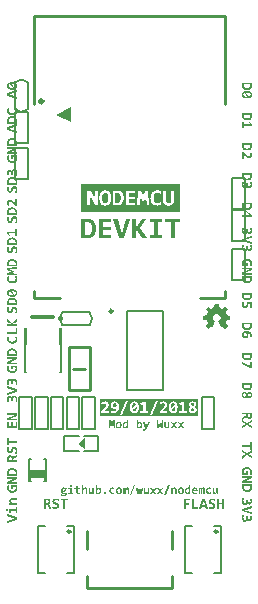
<source format=gto>
G04 Layer_Color=65535*
%FSLAX25Y25*%
%MOIN*%
G70*
G01*
G75*
%ADD26C,0.01000*%
%ADD27C,0.01181*%
%ADD42C,0.00591*%
%ADD43C,0.00984*%
%ADD44C,0.00600*%
%ADD45C,0.00787*%
%ADD46C,0.00500*%
%ADD47C,0.01200*%
%ADD48R,0.05512X0.02756*%
%ADD49R,0.00787X0.02165*%
G36*
X79035Y110094D02*
X79030Y110074D01*
X79025Y110039D01*
X79015Y109999D01*
X79005Y109944D01*
X78995Y109884D01*
X78990Y109819D01*
X78980Y109749D01*
Y109739D01*
Y109714D01*
X78975Y109674D01*
Y109624D01*
X78970Y109559D01*
Y109489D01*
X78965Y109419D01*
Y109339D01*
Y109329D01*
Y109304D01*
Y109264D01*
X78970Y109214D01*
Y109159D01*
X78980Y109099D01*
X78985Y109039D01*
X78995Y108979D01*
Y108974D01*
X79000Y108954D01*
X79010Y108924D01*
X79020Y108894D01*
X79050Y108814D01*
X79070Y108774D01*
X79095Y108734D01*
X79100Y108729D01*
X79110Y108719D01*
X79120Y108699D01*
X79140Y108679D01*
X79195Y108629D01*
X79225Y108609D01*
X79260Y108589D01*
X79265D01*
X79280Y108579D01*
X79300Y108574D01*
X79325Y108564D01*
X79360Y108554D01*
X79395Y108549D01*
X79480Y108539D01*
X79520D01*
X79545Y108544D01*
X79610Y108559D01*
X79675Y108589D01*
X79680D01*
X79690Y108599D01*
X79705Y108609D01*
X79730Y108624D01*
X79775Y108674D01*
X79825Y108739D01*
X79830Y108744D01*
X79835Y108754D01*
X79845Y108779D01*
X79860Y108804D01*
X79875Y108839D01*
X79890Y108884D01*
X79905Y108929D01*
X79920Y108984D01*
Y108989D01*
X79925Y109009D01*
X79930Y109044D01*
X79940Y109084D01*
X79945Y109139D01*
X79950Y109199D01*
X79955Y109269D01*
Y109344D01*
Y109704D01*
X80420D01*
Y109374D01*
Y109364D01*
Y109339D01*
Y109304D01*
X80425Y109259D01*
X80430Y109209D01*
X80435Y109154D01*
X80445Y109099D01*
X80455Y109049D01*
Y109044D01*
X80460Y109029D01*
X80470Y109004D01*
X80485Y108974D01*
X80515Y108909D01*
X80535Y108874D01*
X80560Y108844D01*
X80565Y108839D01*
X80570Y108834D01*
X80585Y108819D01*
X80605Y108804D01*
X80655Y108764D01*
X80715Y108734D01*
X80720D01*
X80730Y108729D01*
X80750Y108724D01*
X80770Y108714D01*
X80830Y108704D01*
X80900Y108699D01*
X80935D01*
X80970Y108704D01*
X81015Y108714D01*
X81065Y108729D01*
X81115Y108754D01*
X81160Y108784D01*
X81205Y108829D01*
X81210Y108834D01*
X81220Y108854D01*
X81240Y108884D01*
X81260Y108929D01*
X81275Y108984D01*
X81295Y109054D01*
X81305Y109139D01*
X81310Y109234D01*
Y109244D01*
Y109269D01*
Y109304D01*
X81305Y109354D01*
X81300Y109414D01*
X81295Y109479D01*
X81270Y109619D01*
Y109629D01*
X81265Y109654D01*
X81255Y109689D01*
X81245Y109739D01*
X81230Y109799D01*
X81210Y109864D01*
X81190Y109934D01*
X81170Y110009D01*
X81685D01*
Y110004D01*
X81690Y109989D01*
X81700Y109969D01*
X81705Y109939D01*
X81725Y109874D01*
X81745Y109799D01*
Y109794D01*
X81750Y109779D01*
X81755Y109759D01*
X81760Y109734D01*
X81775Y109669D01*
X81785Y109594D01*
Y109589D01*
X81790Y109574D01*
Y109554D01*
X81795Y109529D01*
X81805Y109459D01*
X81815Y109384D01*
Y109379D01*
Y109364D01*
X81820Y109344D01*
Y109319D01*
Y109284D01*
X81825Y109249D01*
Y109164D01*
Y109159D01*
Y109154D01*
Y109139D01*
Y109119D01*
X81820Y109069D01*
Y109004D01*
X81810Y108929D01*
X81800Y108854D01*
X81785Y108769D01*
X81765Y108694D01*
X81760Y108684D01*
X81755Y108659D01*
X81740Y108624D01*
X81720Y108574D01*
X81700Y108519D01*
X81670Y108464D01*
X81635Y108404D01*
X81600Y108349D01*
X81595Y108344D01*
X81580Y108324D01*
X81560Y108299D01*
X81530Y108269D01*
X81490Y108234D01*
X81445Y108199D01*
X81395Y108169D01*
X81340Y108139D01*
X81335Y108134D01*
X81315Y108129D01*
X81285Y108119D01*
X81240Y108104D01*
X81190Y108089D01*
X81135Y108079D01*
X81070Y108074D01*
X81000Y108069D01*
X80950D01*
X80895Y108074D01*
X80830Y108084D01*
X80755Y108104D01*
X80675Y108129D01*
X80595Y108164D01*
X80520Y108209D01*
X80510Y108214D01*
X80490Y108234D01*
X80455Y108264D01*
X80415Y108309D01*
X80370Y108359D01*
X80325Y108424D01*
X80280Y108504D01*
X80240Y108589D01*
Y108584D01*
X80235Y108564D01*
X80230Y108534D01*
X80220Y108494D01*
X80205Y108454D01*
X80190Y108404D01*
X80150Y108309D01*
X80145Y108304D01*
X80140Y108289D01*
X80125Y108264D01*
X80110Y108234D01*
X80060Y108159D01*
X79995Y108089D01*
X79990Y108084D01*
X79980Y108074D01*
X79960Y108054D01*
X79930Y108034D01*
X79900Y108014D01*
X79860Y107989D01*
X79775Y107944D01*
X79770D01*
X79755Y107934D01*
X79725Y107929D01*
X79695Y107919D01*
X79650Y107909D01*
X79605Y107904D01*
X79550Y107894D01*
X79455D01*
X79410Y107899D01*
X79350Y107904D01*
X79285Y107919D01*
X79210Y107934D01*
X79135Y107959D01*
X79060Y107989D01*
X79050Y107994D01*
X79030Y108004D01*
X78990Y108029D01*
X78945Y108059D01*
X78895Y108094D01*
X78840Y108144D01*
X78785Y108199D01*
X78730Y108264D01*
X78725Y108274D01*
X78710Y108299D01*
X78685Y108339D01*
X78655Y108394D01*
X78620Y108459D01*
X78585Y108539D01*
X78550Y108634D01*
X78520Y108734D01*
Y108739D01*
X78515Y108749D01*
Y108764D01*
X78510Y108784D01*
X78505Y108809D01*
X78500Y108844D01*
X78490Y108879D01*
X78485Y108924D01*
X78470Y109019D01*
X78460Y109134D01*
X78455Y109259D01*
X78450Y109399D01*
Y109404D01*
Y109414D01*
Y109429D01*
Y109454D01*
Y109509D01*
X78455Y109579D01*
Y109584D01*
Y109594D01*
Y109614D01*
X78460Y109634D01*
X78465Y109694D01*
X78470Y109764D01*
Y109769D01*
Y109779D01*
Y109799D01*
X78475Y109819D01*
X78480Y109879D01*
X78485Y109944D01*
Y109949D01*
Y109959D01*
X78490Y109974D01*
Y109994D01*
X78500Y110044D01*
X78505Y110099D01*
X79035D01*
Y110094D01*
D02*
G37*
G36*
X81770Y93210D02*
Y93205D01*
Y93195D01*
Y93175D01*
Y93145D01*
X81765Y93115D01*
Y93075D01*
X81760Y92985D01*
X81745Y92885D01*
X81730Y92775D01*
X81705Y92665D01*
X81675Y92555D01*
Y92550D01*
X81670Y92540D01*
X81665Y92525D01*
X81655Y92505D01*
X81635Y92455D01*
X81605Y92390D01*
X81565Y92315D01*
X81515Y92235D01*
X81455Y92160D01*
X81385Y92085D01*
X81375Y92075D01*
X81350Y92055D01*
X81310Y92020D01*
X81250Y91980D01*
X81180Y91930D01*
X81095Y91885D01*
X81000Y91840D01*
X80890Y91800D01*
X80885D01*
X80875Y91795D01*
X80860Y91790D01*
X80835Y91785D01*
X80810Y91780D01*
X80775Y91770D01*
X80735Y91760D01*
X80690Y91750D01*
X80585Y91735D01*
X80460Y91720D01*
X80325Y91710D01*
X80175Y91705D01*
X80110D01*
X80080Y91710D01*
X80040D01*
X79945Y91715D01*
X79840Y91730D01*
X79725Y91745D01*
X79605Y91770D01*
X79485Y91800D01*
X79480D01*
X79470Y91805D01*
X79455Y91810D01*
X79435Y91820D01*
X79375Y91840D01*
X79305Y91870D01*
X79220Y91915D01*
X79130Y91965D01*
X79040Y92025D01*
X78955Y92095D01*
X78945Y92105D01*
X78920Y92130D01*
X78880Y92175D01*
X78830Y92235D01*
X78775Y92305D01*
X78720Y92395D01*
X78665Y92495D01*
X78615Y92605D01*
Y92610D01*
X78610Y92620D01*
X78605Y92635D01*
X78595Y92660D01*
X78590Y92690D01*
X78580Y92725D01*
X78570Y92765D01*
X78560Y92815D01*
X78545Y92865D01*
X78535Y92920D01*
X78520Y93050D01*
X78505Y93190D01*
X78500Y93345D01*
Y94175D01*
X81770D01*
Y93210D01*
D02*
G37*
G36*
Y106934D02*
X79800Y106384D01*
X79155Y106204D01*
X79835Y106019D01*
X81770Y105469D01*
Y104814D01*
X78500Y105819D01*
Y106634D01*
X81770Y107634D01*
Y106934D01*
D02*
G37*
G36*
Y117635D02*
Y117630D01*
Y117620D01*
Y117600D01*
Y117570D01*
X81765Y117540D01*
Y117500D01*
X81760Y117410D01*
X81745Y117310D01*
X81730Y117200D01*
X81705Y117090D01*
X81675Y116980D01*
Y116975D01*
X81670Y116965D01*
X81665Y116950D01*
X81655Y116930D01*
X81635Y116880D01*
X81605Y116815D01*
X81565Y116740D01*
X81515Y116660D01*
X81455Y116585D01*
X81385Y116510D01*
X81375Y116500D01*
X81350Y116480D01*
X81310Y116445D01*
X81250Y116405D01*
X81180Y116355D01*
X81095Y116310D01*
X81000Y116265D01*
X80890Y116225D01*
X80885D01*
X80875Y116220D01*
X80860Y116215D01*
X80835Y116210D01*
X80810Y116205D01*
X80775Y116195D01*
X80735Y116185D01*
X80690Y116175D01*
X80585Y116160D01*
X80460Y116145D01*
X80325Y116135D01*
X80175Y116130D01*
X80110D01*
X80080Y116135D01*
X80040D01*
X79945Y116140D01*
X79840Y116155D01*
X79725Y116170D01*
X79605Y116195D01*
X79485Y116225D01*
X79480D01*
X79470Y116230D01*
X79455Y116235D01*
X79435Y116245D01*
X79375Y116265D01*
X79305Y116295D01*
X79220Y116340D01*
X79130Y116390D01*
X79040Y116450D01*
X78955Y116520D01*
X78945Y116530D01*
X78920Y116555D01*
X78880Y116600D01*
X78830Y116660D01*
X78775Y116730D01*
X78720Y116820D01*
X78665Y116920D01*
X78615Y117030D01*
Y117035D01*
X78610Y117045D01*
X78605Y117060D01*
X78595Y117085D01*
X78590Y117115D01*
X78580Y117150D01*
X78570Y117190D01*
X78560Y117240D01*
X78545Y117290D01*
X78535Y117345D01*
X78520Y117475D01*
X78505Y117615D01*
X78500Y117770D01*
Y118600D01*
X81770D01*
Y117635D01*
D02*
G37*
G36*
X79035Y104464D02*
X79030Y104444D01*
X79025Y104409D01*
X79015Y104369D01*
X79005Y104314D01*
X78995Y104254D01*
X78990Y104189D01*
X78980Y104119D01*
Y104109D01*
Y104084D01*
X78975Y104044D01*
Y103994D01*
X78970Y103929D01*
Y103859D01*
X78965Y103789D01*
Y103709D01*
Y103699D01*
Y103674D01*
Y103634D01*
X78970Y103584D01*
Y103529D01*
X78980Y103469D01*
X78985Y103409D01*
X78995Y103349D01*
Y103344D01*
X79000Y103324D01*
X79010Y103294D01*
X79020Y103264D01*
X79050Y103184D01*
X79070Y103144D01*
X79095Y103104D01*
X79100Y103099D01*
X79110Y103089D01*
X79120Y103069D01*
X79140Y103049D01*
X79195Y102999D01*
X79225Y102979D01*
X79260Y102959D01*
X79265D01*
X79280Y102949D01*
X79300Y102944D01*
X79325Y102934D01*
X79360Y102924D01*
X79395Y102919D01*
X79480Y102909D01*
X79520D01*
X79545Y102914D01*
X79610Y102929D01*
X79675Y102959D01*
X79680D01*
X79690Y102969D01*
X79705Y102979D01*
X79730Y102994D01*
X79775Y103044D01*
X79825Y103109D01*
X79830Y103114D01*
X79835Y103124D01*
X79845Y103149D01*
X79860Y103174D01*
X79875Y103209D01*
X79890Y103254D01*
X79905Y103299D01*
X79920Y103354D01*
Y103359D01*
X79925Y103379D01*
X79930Y103414D01*
X79940Y103454D01*
X79945Y103509D01*
X79950Y103569D01*
X79955Y103639D01*
Y103714D01*
Y104074D01*
X80420D01*
Y103744D01*
Y103734D01*
Y103709D01*
Y103674D01*
X80425Y103629D01*
X80430Y103579D01*
X80435Y103524D01*
X80445Y103469D01*
X80455Y103419D01*
Y103414D01*
X80460Y103399D01*
X80470Y103374D01*
X80485Y103344D01*
X80515Y103279D01*
X80535Y103244D01*
X80560Y103214D01*
X80565Y103209D01*
X80570Y103204D01*
X80585Y103189D01*
X80605Y103174D01*
X80655Y103134D01*
X80715Y103104D01*
X80720D01*
X80730Y103099D01*
X80750Y103094D01*
X80770Y103084D01*
X80830Y103074D01*
X80900Y103069D01*
X80935D01*
X80970Y103074D01*
X81015Y103084D01*
X81065Y103099D01*
X81115Y103124D01*
X81160Y103154D01*
X81205Y103199D01*
X81210Y103204D01*
X81220Y103224D01*
X81240Y103254D01*
X81260Y103299D01*
X81275Y103354D01*
X81295Y103424D01*
X81305Y103509D01*
X81310Y103604D01*
Y103614D01*
Y103639D01*
Y103674D01*
X81305Y103724D01*
X81300Y103784D01*
X81295Y103849D01*
X81270Y103989D01*
Y103999D01*
X81265Y104024D01*
X81255Y104059D01*
X81245Y104109D01*
X81230Y104169D01*
X81210Y104234D01*
X81190Y104304D01*
X81170Y104379D01*
X81685D01*
Y104374D01*
X81690Y104359D01*
X81700Y104339D01*
X81705Y104309D01*
X81725Y104244D01*
X81745Y104169D01*
Y104164D01*
X81750Y104149D01*
X81755Y104129D01*
X81760Y104104D01*
X81775Y104039D01*
X81785Y103964D01*
Y103959D01*
X81790Y103944D01*
Y103924D01*
X81795Y103899D01*
X81805Y103829D01*
X81815Y103754D01*
Y103749D01*
Y103734D01*
X81820Y103714D01*
Y103689D01*
Y103654D01*
X81825Y103619D01*
Y103534D01*
Y103529D01*
Y103524D01*
Y103509D01*
Y103489D01*
X81820Y103439D01*
Y103374D01*
X81810Y103299D01*
X81800Y103224D01*
X81785Y103139D01*
X81765Y103064D01*
X81760Y103054D01*
X81755Y103029D01*
X81740Y102994D01*
X81720Y102944D01*
X81700Y102889D01*
X81670Y102834D01*
X81635Y102774D01*
X81600Y102719D01*
X81595Y102714D01*
X81580Y102694D01*
X81560Y102669D01*
X81530Y102639D01*
X81490Y102604D01*
X81445Y102569D01*
X81395Y102539D01*
X81340Y102509D01*
X81335Y102504D01*
X81315Y102499D01*
X81285Y102489D01*
X81240Y102474D01*
X81190Y102459D01*
X81135Y102449D01*
X81070Y102444D01*
X81000Y102439D01*
X80950D01*
X80895Y102444D01*
X80830Y102454D01*
X80755Y102474D01*
X80675Y102499D01*
X80595Y102534D01*
X80520Y102579D01*
X80510Y102584D01*
X80490Y102604D01*
X80455Y102634D01*
X80415Y102679D01*
X80370Y102729D01*
X80325Y102794D01*
X80280Y102874D01*
X80240Y102959D01*
Y102954D01*
X80235Y102934D01*
X80230Y102904D01*
X80220Y102864D01*
X80205Y102824D01*
X80190Y102774D01*
X80150Y102679D01*
X80145Y102674D01*
X80140Y102659D01*
X80125Y102634D01*
X80110Y102604D01*
X80060Y102529D01*
X79995Y102459D01*
X79990Y102454D01*
X79980Y102444D01*
X79960Y102424D01*
X79930Y102404D01*
X79900Y102384D01*
X79860Y102359D01*
X79775Y102314D01*
X79770D01*
X79755Y102304D01*
X79725Y102299D01*
X79695Y102289D01*
X79650Y102279D01*
X79605Y102274D01*
X79550Y102264D01*
X79455D01*
X79410Y102269D01*
X79350Y102274D01*
X79285Y102289D01*
X79210Y102304D01*
X79135Y102329D01*
X79060Y102359D01*
X79050Y102364D01*
X79030Y102374D01*
X78990Y102399D01*
X78945Y102429D01*
X78895Y102464D01*
X78840Y102514D01*
X78785Y102569D01*
X78730Y102634D01*
X78725Y102644D01*
X78710Y102669D01*
X78685Y102709D01*
X78655Y102764D01*
X78620Y102829D01*
X78585Y102909D01*
X78550Y103004D01*
X78520Y103104D01*
Y103109D01*
X78515Y103119D01*
Y103134D01*
X78510Y103154D01*
X78505Y103179D01*
X78500Y103214D01*
X78490Y103249D01*
X78485Y103294D01*
X78470Y103389D01*
X78460Y103504D01*
X78455Y103629D01*
X78450Y103769D01*
Y103774D01*
Y103784D01*
Y103799D01*
Y103824D01*
Y103879D01*
X78455Y103949D01*
Y103954D01*
Y103964D01*
Y103984D01*
X78460Y104004D01*
X78465Y104064D01*
X78470Y104134D01*
Y104139D01*
Y104149D01*
Y104169D01*
X78475Y104189D01*
X78480Y104249D01*
X78485Y104314D01*
Y104319D01*
Y104329D01*
X78490Y104344D01*
Y104364D01*
X78500Y104414D01*
X78505Y104469D01*
X79035D01*
Y104464D01*
D02*
G37*
G36*
X81770Y87535D02*
Y87530D01*
Y87520D01*
Y87500D01*
Y87470D01*
X81765Y87440D01*
Y87400D01*
X81760Y87310D01*
X81745Y87210D01*
X81730Y87100D01*
X81705Y86990D01*
X81675Y86880D01*
Y86875D01*
X81670Y86865D01*
X81665Y86850D01*
X81655Y86830D01*
X81635Y86780D01*
X81605Y86715D01*
X81565Y86640D01*
X81515Y86560D01*
X81455Y86485D01*
X81385Y86410D01*
X81375Y86400D01*
X81350Y86380D01*
X81310Y86345D01*
X81250Y86305D01*
X81180Y86255D01*
X81095Y86210D01*
X81000Y86165D01*
X80890Y86125D01*
X80885D01*
X80875Y86120D01*
X80860Y86115D01*
X80835Y86110D01*
X80810Y86105D01*
X80775Y86095D01*
X80735Y86085D01*
X80690Y86075D01*
X80585Y86060D01*
X80460Y86045D01*
X80325Y86035D01*
X80175Y86030D01*
X80110D01*
X80080Y86035D01*
X80040D01*
X79945Y86040D01*
X79840Y86055D01*
X79725Y86070D01*
X79605Y86095D01*
X79485Y86125D01*
X79480D01*
X79470Y86130D01*
X79455Y86135D01*
X79435Y86145D01*
X79375Y86165D01*
X79305Y86195D01*
X79220Y86240D01*
X79130Y86290D01*
X79040Y86350D01*
X78955Y86420D01*
X78945Y86430D01*
X78920Y86455D01*
X78880Y86500D01*
X78830Y86560D01*
X78775Y86630D01*
X78720Y86720D01*
X78665Y86820D01*
X78615Y86930D01*
Y86935D01*
X78610Y86945D01*
X78605Y86960D01*
X78595Y86985D01*
X78590Y87015D01*
X78580Y87050D01*
X78570Y87090D01*
X78560Y87140D01*
X78545Y87190D01*
X78535Y87245D01*
X78520Y87375D01*
X78505Y87515D01*
X78500Y87670D01*
Y88500D01*
X81770D01*
Y87535D01*
D02*
G37*
G36*
X80065Y75738D02*
X80145D01*
X80230Y75728D01*
X80415Y75713D01*
X80425D01*
X80455Y75708D01*
X80505Y75698D01*
X80565Y75688D01*
X80635Y75673D01*
X80710Y75653D01*
X80865Y75603D01*
X80875Y75598D01*
X80900Y75588D01*
X80940Y75573D01*
X80990Y75548D01*
X81045Y75518D01*
X81110Y75483D01*
X81170Y75443D01*
X81235Y75398D01*
X81245Y75393D01*
X81265Y75373D01*
X81295Y75348D01*
X81335Y75308D01*
X81380Y75263D01*
X81425Y75208D01*
X81475Y75148D01*
X81520Y75078D01*
X81525Y75068D01*
X81540Y75043D01*
X81560Y75003D01*
X81590Y74948D01*
X81620Y74883D01*
X81650Y74803D01*
X81680Y74718D01*
X81705Y74623D01*
Y74618D01*
X81710Y74613D01*
Y74598D01*
X81715Y74578D01*
X81720Y74553D01*
X81725Y74523D01*
X81740Y74448D01*
X81750Y74358D01*
X81760Y74253D01*
X81765Y74138D01*
X81770Y74013D01*
Y73638D01*
X81250D01*
Y74073D01*
Y74078D01*
Y74083D01*
Y74098D01*
Y74118D01*
X81245Y74168D01*
Y74233D01*
X81235Y74303D01*
X81225Y74378D01*
X81215Y74453D01*
X81195Y74528D01*
Y74538D01*
X81185Y74558D01*
X81170Y74593D01*
X81155Y74633D01*
X81130Y74678D01*
X81105Y74728D01*
X81070Y74778D01*
X81035Y74823D01*
X81030Y74828D01*
X81015Y74843D01*
X80995Y74863D01*
X80965Y74888D01*
X80930Y74918D01*
X80890Y74943D01*
X80840Y74973D01*
X80785Y74998D01*
X80780D01*
X80760Y75008D01*
X80730Y75018D01*
X80690Y75028D01*
X80640Y75038D01*
X80585Y75053D01*
X80520Y75063D01*
X80455Y75073D01*
X80395Y75078D01*
X80400Y75073D01*
X80405Y75053D01*
X80415Y75028D01*
X80430Y74993D01*
X80445Y74948D01*
X80465Y74898D01*
X80480Y74843D01*
X80495Y74783D01*
Y74773D01*
X80500Y74753D01*
X80510Y74718D01*
X80520Y74673D01*
X80525Y74623D01*
X80535Y74563D01*
X80540Y74433D01*
Y74428D01*
Y74423D01*
Y74408D01*
Y74388D01*
X80535Y74338D01*
X80530Y74273D01*
X80525Y74203D01*
X80510Y74123D01*
X80495Y74043D01*
X80470Y73968D01*
X80465Y73958D01*
X80455Y73933D01*
X80440Y73898D01*
X80420Y73853D01*
X80390Y73798D01*
X80355Y73743D01*
X80315Y73688D01*
X80270Y73633D01*
X80265Y73628D01*
X80245Y73613D01*
X80220Y73588D01*
X80180Y73558D01*
X80135Y73523D01*
X80080Y73493D01*
X80020Y73458D01*
X79955Y73433D01*
X79945Y73428D01*
X79925Y73423D01*
X79885Y73413D01*
X79835Y73398D01*
X79770Y73383D01*
X79700Y73373D01*
X79620Y73368D01*
X79535Y73363D01*
X79495D01*
X79445Y73368D01*
X79385Y73373D01*
X79315Y73388D01*
X79240Y73403D01*
X79160Y73428D01*
X79080Y73458D01*
X79070Y73463D01*
X79045Y73473D01*
X79010Y73493D01*
X78960Y73523D01*
X78910Y73558D01*
X78850Y73603D01*
X78790Y73653D01*
X78735Y73708D01*
X78730Y73713D01*
X78710Y73733D01*
X78685Y73768D01*
X78655Y73813D01*
X78620Y73868D01*
X78585Y73933D01*
X78550Y74003D01*
X78515Y74083D01*
X78510Y74093D01*
X78505Y74123D01*
X78490Y74168D01*
X78480Y74228D01*
X78465Y74298D01*
X78450Y74378D01*
X78445Y74473D01*
X78440Y74568D01*
Y74573D01*
Y74593D01*
X78445Y74623D01*
Y74663D01*
X78450Y74708D01*
X78460Y74763D01*
X78470Y74823D01*
X78485Y74893D01*
X78505Y74958D01*
X78530Y75033D01*
X78555Y75103D01*
X78590Y75178D01*
X78635Y75248D01*
X78680Y75318D01*
X78735Y75383D01*
X78800Y75443D01*
X78805Y75448D01*
X78815Y75458D01*
X78840Y75473D01*
X78870Y75488D01*
X78905Y75513D01*
X78955Y75538D01*
X79010Y75563D01*
X79075Y75593D01*
X79145Y75623D01*
X79225Y75648D01*
X79315Y75673D01*
X79415Y75698D01*
X79525Y75713D01*
X79640Y75728D01*
X79765Y75738D01*
X79900Y75743D01*
X80000D01*
X80065Y75738D01*
D02*
G37*
G36*
X79045Y85505D02*
X79040Y85485D01*
X79030Y85455D01*
X79025Y85415D01*
X79015Y85370D01*
X79005Y85315D01*
X78995Y85250D01*
X78985Y85185D01*
Y85175D01*
X78980Y85155D01*
Y85115D01*
X78975Y85070D01*
X78970Y85010D01*
Y84945D01*
X78965Y84875D01*
Y84805D01*
Y84800D01*
Y84790D01*
Y84770D01*
Y84745D01*
X78970Y84710D01*
X78975Y84675D01*
X78985Y84595D01*
X79000Y84500D01*
X79025Y84405D01*
X79060Y84315D01*
X79105Y84235D01*
X79110Y84225D01*
X79130Y84205D01*
X79165Y84170D01*
X79210Y84135D01*
X79265Y84100D01*
X79335Y84065D01*
X79415Y84045D01*
X79505Y84035D01*
X79530D01*
X79550Y84040D01*
X79595Y84045D01*
X79655Y84060D01*
X79720Y84080D01*
X79785Y84115D01*
X79845Y84160D01*
X79900Y84220D01*
X79905Y84230D01*
X79920Y84255D01*
X79940Y84300D01*
X79965Y84365D01*
X79990Y84445D01*
X80010Y84545D01*
X80020Y84605D01*
X80025Y84670D01*
X80030Y84735D01*
Y84810D01*
Y85450D01*
X81770D01*
Y83560D01*
X81195D01*
Y84880D01*
X80530D01*
Y84645D01*
Y84640D01*
Y84635D01*
Y84620D01*
Y84600D01*
Y84555D01*
X80525Y84490D01*
X80520Y84420D01*
X80510Y84340D01*
X80480Y84170D01*
Y84165D01*
Y84160D01*
X80470Y84130D01*
X80460Y84090D01*
X80445Y84035D01*
X80425Y83970D01*
X80395Y83900D01*
X80365Y83830D01*
X80325Y83765D01*
X80320Y83755D01*
X80305Y83735D01*
X80280Y83705D01*
X80245Y83665D01*
X80205Y83620D01*
X80150Y83575D01*
X80095Y83525D01*
X80025Y83485D01*
X80015Y83480D01*
X79990Y83470D01*
X79950Y83450D01*
X79895Y83430D01*
X79825Y83415D01*
X79745Y83395D01*
X79650Y83385D01*
X79545Y83380D01*
X79500D01*
X79450Y83385D01*
X79385Y83395D01*
X79315Y83410D01*
X79235Y83430D01*
X79155Y83455D01*
X79075Y83495D01*
X79065Y83500D01*
X79040Y83515D01*
X79005Y83540D01*
X78960Y83575D01*
X78905Y83620D01*
X78845Y83670D01*
X78790Y83730D01*
X78735Y83800D01*
X78730Y83810D01*
X78710Y83835D01*
X78685Y83875D01*
X78655Y83930D01*
X78620Y84000D01*
X78585Y84075D01*
X78550Y84165D01*
X78520Y84260D01*
Y84265D01*
X78515Y84270D01*
Y84285D01*
X78510Y84305D01*
X78500Y84360D01*
X78485Y84430D01*
X78470Y84515D01*
X78460Y84615D01*
X78455Y84720D01*
X78450Y84835D01*
Y84840D01*
Y84850D01*
Y84865D01*
Y84885D01*
Y84940D01*
X78455Y85005D01*
Y85010D01*
Y85020D01*
Y85035D01*
X78460Y85060D01*
X78465Y85115D01*
X78470Y85180D01*
Y85185D01*
Y85195D01*
X78475Y85215D01*
Y85235D01*
X78480Y85290D01*
X78490Y85355D01*
Y85360D01*
Y85370D01*
X78495Y85385D01*
Y85405D01*
X78505Y85455D01*
X78510Y85510D01*
X79045D01*
Y85505D01*
D02*
G37*
G36*
X81770Y96215D02*
X79805Y95325D01*
X79420Y95165D01*
X81770D01*
Y94605D01*
X78500D01*
Y95360D01*
X80450Y96235D01*
X80870Y96410D01*
X78500D01*
Y96970D01*
X81770D01*
Y96215D01*
D02*
G37*
G36*
X80190Y99895D02*
X80230D01*
X80280Y99890D01*
X80330Y99885D01*
X80445Y99875D01*
X80565Y99855D01*
X80690Y99830D01*
X80815Y99795D01*
X80820D01*
X80830Y99790D01*
X80845Y99785D01*
X80870Y99775D01*
X80895Y99765D01*
X80930Y99750D01*
X81005Y99715D01*
X81090Y99675D01*
X81180Y99620D01*
X81275Y99555D01*
X81360Y99485D01*
X81365Y99480D01*
X81370Y99475D01*
X81395Y99450D01*
X81440Y99405D01*
X81490Y99345D01*
X81545Y99275D01*
X81600Y99185D01*
X81655Y99090D01*
X81705Y98985D01*
Y98980D01*
X81710Y98970D01*
X81715Y98955D01*
X81725Y98935D01*
X81735Y98905D01*
X81745Y98870D01*
X81755Y98835D01*
X81765Y98790D01*
X81785Y98690D01*
X81805Y98575D01*
X81820Y98450D01*
X81825Y98310D01*
Y98305D01*
Y98300D01*
Y98270D01*
Y98225D01*
X81820Y98170D01*
X81815Y98105D01*
X81810Y98030D01*
X81785Y97870D01*
Y97865D01*
Y97860D01*
X81780Y97835D01*
X81770Y97790D01*
X81760Y97735D01*
X81745Y97670D01*
X81725Y97600D01*
X81705Y97520D01*
X81685Y97440D01*
X81075D01*
X81080Y97450D01*
X81090Y97475D01*
X81105Y97510D01*
X81125Y97565D01*
X81145Y97625D01*
X81170Y97695D01*
X81195Y97770D01*
X81215Y97855D01*
X81220Y97865D01*
X81225Y97895D01*
X81235Y97935D01*
X81245Y97995D01*
X81255Y98060D01*
X81265Y98135D01*
X81275Y98220D01*
Y98305D01*
Y98315D01*
Y98345D01*
X81270Y98385D01*
X81265Y98440D01*
X81255Y98505D01*
X81240Y98575D01*
X81220Y98640D01*
X81190Y98710D01*
X81185Y98720D01*
X81175Y98740D01*
X81155Y98770D01*
X81130Y98810D01*
X81100Y98860D01*
X81060Y98910D01*
X81015Y98960D01*
X80960Y99005D01*
X80955Y99010D01*
X80935Y99025D01*
X80905Y99045D01*
X80860Y99070D01*
X80810Y99100D01*
X80745Y99130D01*
X80675Y99160D01*
X80600Y99185D01*
X80590D01*
X80560Y99195D01*
X80520Y99205D01*
X80460Y99215D01*
X80385Y99225D01*
X80305Y99235D01*
X80215Y99240D01*
X80115Y99245D01*
X80070D01*
X80020Y99240D01*
X79960D01*
X79885Y99235D01*
X79805Y99225D01*
X79645Y99200D01*
X79635Y99195D01*
X79610Y99190D01*
X79570Y99180D01*
X79520Y99160D01*
X79465Y99140D01*
X79405Y99115D01*
X79345Y99080D01*
X79290Y99045D01*
X79285Y99040D01*
X79265Y99025D01*
X79240Y99005D01*
X79210Y98970D01*
X79170Y98935D01*
X79135Y98885D01*
X79100Y98835D01*
X79065Y98775D01*
X79060Y98765D01*
X79055Y98745D01*
X79040Y98710D01*
X79030Y98660D01*
X79015Y98600D01*
X79000Y98530D01*
X78995Y98450D01*
X78990Y98365D01*
Y98360D01*
Y98355D01*
Y98330D01*
Y98295D01*
Y98265D01*
Y98255D01*
X78995Y98240D01*
Y98210D01*
X79000Y98185D01*
Y98180D01*
X79005Y98160D01*
X79015Y98140D01*
X79020Y98115D01*
Y98110D01*
X79025Y98090D01*
X79035Y98070D01*
X79045Y98040D01*
X79880D01*
Y98595D01*
X80390D01*
Y97430D01*
X78645D01*
X78640Y97440D01*
X78630Y97470D01*
X78610Y97515D01*
X78585Y97575D01*
X78560Y97645D01*
X78535Y97725D01*
X78510Y97815D01*
X78490Y97905D01*
Y97910D01*
Y97915D01*
X78485Y97930D01*
X78480Y97950D01*
X78475Y97995D01*
X78465Y98065D01*
X78455Y98140D01*
X78450Y98230D01*
X78440Y98330D01*
Y98435D01*
Y98440D01*
Y98450D01*
Y98470D01*
Y98490D01*
X78445Y98520D01*
Y98555D01*
X78455Y98640D01*
X78465Y98735D01*
X78485Y98840D01*
X78510Y98945D01*
X78545Y99050D01*
Y99055D01*
X78550Y99060D01*
X78555Y99075D01*
X78565Y99095D01*
X78590Y99145D01*
X78625Y99210D01*
X78665Y99280D01*
X78720Y99360D01*
X78785Y99435D01*
X78855Y99510D01*
X78865Y99520D01*
X78895Y99540D01*
X78940Y99575D01*
X79000Y99615D01*
X79075Y99665D01*
X79160Y99710D01*
X79260Y99760D01*
X79370Y99800D01*
X79375D01*
X79385Y99805D01*
X79400Y99810D01*
X79425Y99815D01*
X79455Y99825D01*
X79490Y99830D01*
X79530Y99840D01*
X79575Y99850D01*
X79680Y99870D01*
X79805Y99885D01*
X79940Y99895D01*
X80085Y99900D01*
X80155D01*
X80190Y99895D01*
D02*
G37*
G36*
X81770Y114625D02*
Y113780D01*
X79705D01*
Y113285D01*
X79165D01*
Y113780D01*
X78500D01*
Y114380D01*
X79165D01*
Y115900D01*
X79690D01*
X81770Y114625D01*
D02*
G37*
G36*
Y157635D02*
Y157630D01*
Y157620D01*
Y157600D01*
Y157570D01*
X81765Y157540D01*
Y157500D01*
X81760Y157410D01*
X81745Y157310D01*
X81730Y157200D01*
X81705Y157090D01*
X81675Y156980D01*
Y156975D01*
X81670Y156965D01*
X81665Y156950D01*
X81655Y156930D01*
X81635Y156880D01*
X81605Y156815D01*
X81565Y156740D01*
X81515Y156660D01*
X81455Y156585D01*
X81385Y156510D01*
X81375Y156500D01*
X81350Y156480D01*
X81310Y156445D01*
X81250Y156405D01*
X81180Y156355D01*
X81095Y156310D01*
X81000Y156265D01*
X80890Y156225D01*
X80885D01*
X80875Y156220D01*
X80860Y156215D01*
X80835Y156210D01*
X80810Y156205D01*
X80775Y156195D01*
X80735Y156185D01*
X80690Y156175D01*
X80585Y156160D01*
X80460Y156145D01*
X80325Y156135D01*
X80175Y156130D01*
X80110D01*
X80080Y156135D01*
X80040D01*
X79945Y156140D01*
X79840Y156155D01*
X79725Y156170D01*
X79605Y156195D01*
X79485Y156225D01*
X79480D01*
X79470Y156230D01*
X79455Y156235D01*
X79435Y156245D01*
X79375Y156265D01*
X79305Y156295D01*
X79220Y156340D01*
X79130Y156390D01*
X79040Y156450D01*
X78955Y156520D01*
X78945Y156530D01*
X78920Y156555D01*
X78880Y156600D01*
X78830Y156660D01*
X78775Y156730D01*
X78720Y156820D01*
X78665Y156920D01*
X78615Y157030D01*
Y157035D01*
X78610Y157045D01*
X78605Y157060D01*
X78595Y157085D01*
X78590Y157115D01*
X78580Y157150D01*
X78570Y157190D01*
X78560Y157240D01*
X78545Y157290D01*
X78535Y157345D01*
X78520Y157475D01*
X78505Y157615D01*
X78500Y157770D01*
Y158600D01*
X81770D01*
Y157635D01*
D02*
G37*
G36*
X81790Y144540D02*
Y144025D01*
X79045D01*
Y143305D01*
X78500D01*
Y145485D01*
X79045D01*
Y144650D01*
X81145D01*
X80745Y145380D01*
X81245Y145580D01*
X81790Y144540D01*
D02*
G37*
G36*
X80220Y155860D02*
X80305D01*
X80355Y155855D01*
X80470Y155845D01*
X80590Y155830D01*
X80715Y155810D01*
X80835Y155780D01*
X80840D01*
X80850Y155775D01*
X80865Y155770D01*
X80890Y155765D01*
X80915Y155755D01*
X80950Y155745D01*
X81020Y155715D01*
X81105Y155680D01*
X81195Y155635D01*
X81285Y155585D01*
X81370Y155525D01*
X81375D01*
X81380Y155515D01*
X81405Y155495D01*
X81445Y155460D01*
X81495Y155410D01*
X81550Y155350D01*
X81605Y155280D01*
X81660Y155200D01*
X81705Y155110D01*
Y155105D01*
X81710Y155100D01*
X81715Y155085D01*
X81725Y155065D01*
X81745Y155015D01*
X81765Y154950D01*
X81785Y154865D01*
X81805Y154770D01*
X81820Y154670D01*
X81825Y154555D01*
Y154550D01*
Y154545D01*
Y154530D01*
Y154510D01*
X81820Y154460D01*
X81815Y154390D01*
X81800Y154315D01*
X81785Y154230D01*
X81760Y154145D01*
X81725Y154060D01*
Y154055D01*
X81720Y154050D01*
X81705Y154020D01*
X81685Y153980D01*
X81650Y153925D01*
X81610Y153860D01*
X81560Y153795D01*
X81495Y153730D01*
X81425Y153665D01*
X81415Y153660D01*
X81390Y153640D01*
X81345Y153610D01*
X81285Y153570D01*
X81210Y153530D01*
X81120Y153490D01*
X81020Y153445D01*
X80905Y153410D01*
X80900D01*
X80890Y153405D01*
X80875Y153400D01*
X80850Y153395D01*
X80820Y153390D01*
X80780Y153380D01*
X80740Y153370D01*
X80690Y153360D01*
X80640Y153355D01*
X80580Y153345D01*
X80450Y153330D01*
X80305Y153320D01*
X80145Y153315D01*
X80075D01*
X80040Y153320D01*
X79955D01*
X79905Y153325D01*
X79790Y153335D01*
X79670Y153355D01*
X79545Y153375D01*
X79420Y153405D01*
X79415D01*
X79405Y153410D01*
X79390Y153415D01*
X79370Y153420D01*
X79310Y153440D01*
X79235Y153470D01*
X79150Y153505D01*
X79060Y153550D01*
X78970Y153600D01*
X78885Y153660D01*
X78875Y153670D01*
X78850Y153690D01*
X78810Y153725D01*
X78765Y153775D01*
X78710Y153835D01*
X78655Y153905D01*
X78600Y153985D01*
X78555Y154075D01*
Y154080D01*
X78550Y154085D01*
X78545Y154100D01*
X78535Y154115D01*
X78520Y154165D01*
X78500Y154235D01*
X78475Y154315D01*
X78460Y154410D01*
X78445Y154510D01*
X78440Y154625D01*
Y154630D01*
Y154635D01*
Y154650D01*
Y154670D01*
X78445Y154720D01*
X78450Y154790D01*
X78465Y154865D01*
X78480Y154950D01*
X78505Y155035D01*
X78535Y155125D01*
X78540Y155135D01*
X78555Y155165D01*
X78575Y155205D01*
X78610Y155260D01*
X78650Y155320D01*
X78700Y155385D01*
X78760Y155450D01*
X78830Y155515D01*
X78840Y155520D01*
X78865Y155540D01*
X78910Y155570D01*
X78970Y155610D01*
X79045Y155650D01*
X79135Y155695D01*
X79235Y155735D01*
X79350Y155775D01*
X79355D01*
X79365Y155780D01*
X79385Y155785D01*
X79405Y155790D01*
X79440Y155795D01*
X79475Y155805D01*
X79520Y155810D01*
X79565Y155820D01*
X79620Y155830D01*
X79680Y155835D01*
X79810Y155850D01*
X79955Y155860D01*
X80115Y155865D01*
X80185D01*
X80220Y155860D01*
D02*
G37*
G36*
X3500Y155420D02*
X2855Y155240D01*
Y154095D01*
X3500Y153910D01*
Y153300D01*
X230Y154270D01*
Y155130D01*
X3500Y156100D01*
Y155420D01*
D02*
G37*
G36*
X1960Y158790D02*
X2045D01*
X2095Y158785D01*
X2210Y158775D01*
X2330Y158755D01*
X2455Y158735D01*
X2580Y158705D01*
X2585D01*
X2595Y158700D01*
X2610Y158695D01*
X2630Y158690D01*
X2690Y158670D01*
X2765Y158640D01*
X2850Y158605D01*
X2940Y158560D01*
X3030Y158510D01*
X3115Y158450D01*
X3125Y158440D01*
X3150Y158420D01*
X3190Y158385D01*
X3235Y158335D01*
X3290Y158275D01*
X3345Y158205D01*
X3400Y158125D01*
X3445Y158035D01*
Y158030D01*
X3450Y158025D01*
X3455Y158010D01*
X3465Y157995D01*
X3480Y157945D01*
X3500Y157875D01*
X3525Y157795D01*
X3540Y157700D01*
X3555Y157600D01*
X3560Y157485D01*
Y157480D01*
Y157475D01*
Y157460D01*
Y157440D01*
X3555Y157390D01*
X3550Y157320D01*
X3535Y157245D01*
X3520Y157160D01*
X3495Y157075D01*
X3465Y156985D01*
X3460Y156975D01*
X3445Y156945D01*
X3425Y156905D01*
X3390Y156850D01*
X3350Y156790D01*
X3300Y156725D01*
X3240Y156660D01*
X3170Y156595D01*
X3160Y156590D01*
X3135Y156570D01*
X3090Y156540D01*
X3030Y156500D01*
X2955Y156460D01*
X2865Y156415D01*
X2765Y156375D01*
X2650Y156335D01*
X2645D01*
X2635Y156330D01*
X2615Y156325D01*
X2595Y156320D01*
X2560Y156315D01*
X2525Y156305D01*
X2480Y156300D01*
X2435Y156290D01*
X2380Y156280D01*
X2320Y156275D01*
X2190Y156260D01*
X2045Y156250D01*
X1885Y156245D01*
X1815D01*
X1780Y156250D01*
X1695D01*
X1645Y156255D01*
X1530Y156265D01*
X1410Y156280D01*
X1285Y156300D01*
X1165Y156330D01*
X1160D01*
X1150Y156335D01*
X1135Y156340D01*
X1110Y156345D01*
X1085Y156355D01*
X1050Y156365D01*
X980Y156395D01*
X895Y156430D01*
X805Y156475D01*
X715Y156525D01*
X630Y156585D01*
X625D01*
X620Y156595D01*
X595Y156615D01*
X555Y156650D01*
X505Y156700D01*
X450Y156760D01*
X395Y156830D01*
X340Y156910D01*
X295Y157000D01*
Y157005D01*
X290Y157010D01*
X285Y157025D01*
X275Y157045D01*
X255Y157095D01*
X235Y157160D01*
X215Y157245D01*
X195Y157340D01*
X180Y157440D01*
X175Y157555D01*
Y157560D01*
Y157565D01*
Y157580D01*
Y157600D01*
X180Y157650D01*
X185Y157720D01*
X200Y157795D01*
X215Y157880D01*
X240Y157965D01*
X275Y158050D01*
Y158055D01*
X280Y158060D01*
X295Y158090D01*
X315Y158130D01*
X350Y158185D01*
X390Y158250D01*
X440Y158315D01*
X505Y158380D01*
X575Y158445D01*
X585Y158450D01*
X610Y158470D01*
X655Y158500D01*
X715Y158540D01*
X790Y158580D01*
X880Y158620D01*
X980Y158665D01*
X1095Y158700D01*
X1100D01*
X1110Y158705D01*
X1125Y158710D01*
X1150Y158715D01*
X1180Y158720D01*
X1220Y158730D01*
X1260Y158740D01*
X1310Y158750D01*
X1360Y158755D01*
X1420Y158765D01*
X1550Y158780D01*
X1695Y158790D01*
X1855Y158795D01*
X1925D01*
X1960Y158790D01*
D02*
G37*
G36*
X79035Y125487D02*
X79030Y125467D01*
X79025Y125432D01*
X79015Y125392D01*
X79005Y125337D01*
X78995Y125277D01*
X78990Y125212D01*
X78980Y125142D01*
Y125132D01*
Y125107D01*
X78975Y125067D01*
Y125017D01*
X78970Y124952D01*
Y124882D01*
X78965Y124812D01*
Y124732D01*
Y124722D01*
Y124697D01*
Y124657D01*
X78970Y124607D01*
Y124552D01*
X78980Y124492D01*
X78985Y124432D01*
X78995Y124372D01*
Y124367D01*
X79000Y124347D01*
X79010Y124317D01*
X79020Y124287D01*
X79050Y124207D01*
X79070Y124167D01*
X79095Y124127D01*
X79100Y124122D01*
X79110Y124112D01*
X79120Y124092D01*
X79140Y124072D01*
X79195Y124022D01*
X79225Y124002D01*
X79260Y123982D01*
X79265D01*
X79280Y123972D01*
X79300Y123967D01*
X79325Y123957D01*
X79360Y123947D01*
X79395Y123942D01*
X79480Y123932D01*
X79520D01*
X79545Y123937D01*
X79610Y123952D01*
X79675Y123982D01*
X79680D01*
X79690Y123992D01*
X79705Y124002D01*
X79730Y124017D01*
X79775Y124067D01*
X79825Y124132D01*
X79830Y124137D01*
X79835Y124147D01*
X79845Y124172D01*
X79860Y124197D01*
X79875Y124232D01*
X79890Y124277D01*
X79905Y124322D01*
X79920Y124377D01*
Y124382D01*
X79925Y124402D01*
X79930Y124437D01*
X79940Y124477D01*
X79945Y124532D01*
X79950Y124592D01*
X79955Y124662D01*
Y124737D01*
Y125097D01*
X80420D01*
Y124767D01*
Y124757D01*
Y124732D01*
Y124697D01*
X80425Y124652D01*
X80430Y124602D01*
X80435Y124547D01*
X80445Y124492D01*
X80455Y124442D01*
Y124437D01*
X80460Y124422D01*
X80470Y124397D01*
X80485Y124367D01*
X80515Y124302D01*
X80535Y124267D01*
X80560Y124237D01*
X80565Y124232D01*
X80570Y124227D01*
X80585Y124212D01*
X80605Y124197D01*
X80655Y124157D01*
X80715Y124127D01*
X80720D01*
X80730Y124122D01*
X80750Y124117D01*
X80770Y124107D01*
X80830Y124097D01*
X80900Y124092D01*
X80935D01*
X80970Y124097D01*
X81015Y124107D01*
X81065Y124122D01*
X81115Y124147D01*
X81160Y124177D01*
X81205Y124222D01*
X81210Y124227D01*
X81220Y124247D01*
X81240Y124277D01*
X81260Y124322D01*
X81275Y124377D01*
X81295Y124447D01*
X81305Y124532D01*
X81310Y124627D01*
Y124637D01*
Y124662D01*
Y124697D01*
X81305Y124747D01*
X81300Y124807D01*
X81295Y124872D01*
X81270Y125012D01*
Y125022D01*
X81265Y125047D01*
X81255Y125082D01*
X81245Y125132D01*
X81230Y125192D01*
X81210Y125257D01*
X81190Y125327D01*
X81170Y125402D01*
X81685D01*
Y125397D01*
X81690Y125382D01*
X81700Y125362D01*
X81705Y125332D01*
X81725Y125267D01*
X81745Y125192D01*
Y125187D01*
X81750Y125172D01*
X81755Y125152D01*
X81760Y125127D01*
X81775Y125062D01*
X81785Y124987D01*
Y124982D01*
X81790Y124967D01*
Y124947D01*
X81795Y124922D01*
X81805Y124852D01*
X81815Y124777D01*
Y124772D01*
Y124757D01*
X81820Y124737D01*
Y124712D01*
Y124677D01*
X81825Y124642D01*
Y124557D01*
Y124552D01*
Y124547D01*
Y124532D01*
Y124512D01*
X81820Y124462D01*
Y124397D01*
X81810Y124322D01*
X81800Y124247D01*
X81785Y124162D01*
X81765Y124087D01*
X81760Y124077D01*
X81755Y124052D01*
X81740Y124017D01*
X81720Y123967D01*
X81700Y123912D01*
X81670Y123857D01*
X81635Y123797D01*
X81600Y123742D01*
X81595Y123737D01*
X81580Y123717D01*
X81560Y123692D01*
X81530Y123662D01*
X81490Y123627D01*
X81445Y123592D01*
X81395Y123562D01*
X81340Y123532D01*
X81335Y123527D01*
X81315Y123522D01*
X81285Y123512D01*
X81240Y123497D01*
X81190Y123482D01*
X81135Y123472D01*
X81070Y123467D01*
X81000Y123462D01*
X80950D01*
X80895Y123467D01*
X80830Y123477D01*
X80755Y123497D01*
X80675Y123522D01*
X80595Y123557D01*
X80520Y123602D01*
X80510Y123607D01*
X80490Y123627D01*
X80455Y123657D01*
X80415Y123702D01*
X80370Y123752D01*
X80325Y123817D01*
X80280Y123897D01*
X80240Y123982D01*
Y123977D01*
X80235Y123957D01*
X80230Y123927D01*
X80220Y123887D01*
X80205Y123847D01*
X80190Y123797D01*
X80150Y123702D01*
X80145Y123697D01*
X80140Y123682D01*
X80125Y123657D01*
X80110Y123627D01*
X80060Y123552D01*
X79995Y123482D01*
X79990Y123477D01*
X79980Y123467D01*
X79960Y123447D01*
X79930Y123427D01*
X79900Y123407D01*
X79860Y123382D01*
X79775Y123337D01*
X79770D01*
X79755Y123327D01*
X79725Y123322D01*
X79695Y123312D01*
X79650Y123302D01*
X79605Y123297D01*
X79550Y123287D01*
X79455D01*
X79410Y123292D01*
X79350Y123297D01*
X79285Y123312D01*
X79210Y123327D01*
X79135Y123352D01*
X79060Y123382D01*
X79050Y123387D01*
X79030Y123397D01*
X78990Y123422D01*
X78945Y123452D01*
X78895Y123487D01*
X78840Y123537D01*
X78785Y123592D01*
X78730Y123657D01*
X78725Y123667D01*
X78710Y123692D01*
X78685Y123732D01*
X78655Y123787D01*
X78620Y123852D01*
X78585Y123932D01*
X78550Y124027D01*
X78520Y124127D01*
Y124132D01*
X78515Y124142D01*
Y124157D01*
X78510Y124177D01*
X78505Y124202D01*
X78500Y124237D01*
X78490Y124272D01*
X78485Y124317D01*
X78470Y124412D01*
X78460Y124527D01*
X78455Y124652D01*
X78450Y124792D01*
Y124797D01*
Y124807D01*
Y124822D01*
Y124847D01*
Y124902D01*
X78455Y124972D01*
Y124977D01*
Y124987D01*
Y125007D01*
X78460Y125027D01*
X78465Y125087D01*
X78470Y125157D01*
Y125162D01*
Y125172D01*
Y125192D01*
X78475Y125212D01*
X78480Y125272D01*
X78485Y125337D01*
Y125342D01*
Y125352D01*
X78490Y125367D01*
Y125387D01*
X78500Y125437D01*
X78505Y125492D01*
X79035D01*
Y125487D01*
D02*
G37*
G36*
X81770Y127477D02*
Y127472D01*
Y127462D01*
Y127442D01*
Y127412D01*
X81765Y127382D01*
Y127342D01*
X81760Y127252D01*
X81745Y127152D01*
X81730Y127042D01*
X81705Y126932D01*
X81675Y126822D01*
Y126817D01*
X81670Y126807D01*
X81665Y126792D01*
X81655Y126772D01*
X81635Y126722D01*
X81605Y126657D01*
X81565Y126582D01*
X81515Y126502D01*
X81455Y126427D01*
X81385Y126352D01*
X81375Y126342D01*
X81350Y126322D01*
X81310Y126287D01*
X81250Y126247D01*
X81180Y126197D01*
X81095Y126152D01*
X81000Y126107D01*
X80890Y126067D01*
X80885D01*
X80875Y126062D01*
X80860Y126057D01*
X80835Y126052D01*
X80810Y126047D01*
X80775Y126037D01*
X80735Y126027D01*
X80690Y126017D01*
X80585Y126002D01*
X80460Y125987D01*
X80325Y125977D01*
X80175Y125972D01*
X80110D01*
X80080Y125977D01*
X80040D01*
X79945Y125982D01*
X79840Y125997D01*
X79725Y126012D01*
X79605Y126037D01*
X79485Y126067D01*
X79480D01*
X79470Y126072D01*
X79455Y126077D01*
X79435Y126087D01*
X79375Y126107D01*
X79305Y126137D01*
X79220Y126182D01*
X79130Y126232D01*
X79040Y126292D01*
X78955Y126362D01*
X78945Y126372D01*
X78920Y126397D01*
X78880Y126442D01*
X78830Y126502D01*
X78775Y126572D01*
X78720Y126662D01*
X78665Y126762D01*
X78615Y126872D01*
Y126877D01*
X78610Y126887D01*
X78605Y126902D01*
X78595Y126927D01*
X78590Y126957D01*
X78580Y126992D01*
X78570Y127032D01*
X78560Y127082D01*
X78545Y127132D01*
X78535Y127187D01*
X78520Y127317D01*
X78505Y127457D01*
X78500Y127612D01*
Y128442D01*
X81770D01*
Y127477D01*
D02*
G37*
G36*
Y137477D02*
Y137472D01*
Y137462D01*
Y137442D01*
Y137412D01*
X81765Y137382D01*
Y137342D01*
X81760Y137252D01*
X81745Y137152D01*
X81730Y137042D01*
X81705Y136932D01*
X81675Y136822D01*
Y136817D01*
X81670Y136807D01*
X81665Y136792D01*
X81655Y136772D01*
X81635Y136722D01*
X81605Y136657D01*
X81565Y136582D01*
X81515Y136502D01*
X81455Y136427D01*
X81385Y136352D01*
X81375Y136342D01*
X81350Y136322D01*
X81310Y136287D01*
X81250Y136247D01*
X81180Y136197D01*
X81095Y136152D01*
X81000Y136107D01*
X80890Y136067D01*
X80885D01*
X80875Y136062D01*
X80860Y136057D01*
X80835Y136052D01*
X80810Y136047D01*
X80775Y136037D01*
X80735Y136027D01*
X80690Y136017D01*
X80585Y136002D01*
X80460Y135987D01*
X80325Y135977D01*
X80175Y135972D01*
X80110D01*
X80080Y135977D01*
X80040D01*
X79945Y135982D01*
X79840Y135997D01*
X79725Y136012D01*
X79605Y136037D01*
X79485Y136067D01*
X79480D01*
X79470Y136072D01*
X79455Y136077D01*
X79435Y136087D01*
X79375Y136107D01*
X79305Y136137D01*
X79220Y136182D01*
X79130Y136232D01*
X79040Y136292D01*
X78955Y136362D01*
X78945Y136372D01*
X78920Y136397D01*
X78880Y136442D01*
X78830Y136502D01*
X78775Y136572D01*
X78720Y136662D01*
X78665Y136762D01*
X78615Y136872D01*
Y136877D01*
X78610Y136887D01*
X78605Y136902D01*
X78595Y136927D01*
X78590Y136957D01*
X78580Y136992D01*
X78570Y137032D01*
X78560Y137082D01*
X78545Y137132D01*
X78535Y137187D01*
X78520Y137317D01*
X78505Y137457D01*
X78500Y137612D01*
Y138442D01*
X81770D01*
Y137477D01*
D02*
G37*
G36*
Y147500D02*
Y147495D01*
Y147485D01*
Y147465D01*
Y147435D01*
X81765Y147405D01*
Y147365D01*
X81760Y147275D01*
X81745Y147175D01*
X81730Y147065D01*
X81705Y146955D01*
X81675Y146845D01*
Y146840D01*
X81670Y146830D01*
X81665Y146815D01*
X81655Y146795D01*
X81635Y146745D01*
X81605Y146680D01*
X81565Y146605D01*
X81515Y146525D01*
X81455Y146450D01*
X81385Y146375D01*
X81375Y146365D01*
X81350Y146345D01*
X81310Y146310D01*
X81250Y146270D01*
X81180Y146220D01*
X81095Y146175D01*
X81000Y146130D01*
X80890Y146090D01*
X80885D01*
X80875Y146085D01*
X80860Y146080D01*
X80835Y146075D01*
X80810Y146070D01*
X80775Y146060D01*
X80735Y146050D01*
X80690Y146040D01*
X80585Y146025D01*
X80460Y146010D01*
X80325Y146000D01*
X80175Y145995D01*
X80110D01*
X80080Y146000D01*
X80040D01*
X79945Y146005D01*
X79840Y146020D01*
X79725Y146035D01*
X79605Y146060D01*
X79485Y146090D01*
X79480D01*
X79470Y146095D01*
X79455Y146100D01*
X79435Y146110D01*
X79375Y146130D01*
X79305Y146160D01*
X79220Y146205D01*
X79130Y146255D01*
X79040Y146315D01*
X78955Y146385D01*
X78945Y146395D01*
X78920Y146420D01*
X78880Y146465D01*
X78830Y146525D01*
X78775Y146595D01*
X78720Y146685D01*
X78665Y146785D01*
X78615Y146895D01*
Y146900D01*
X78610Y146910D01*
X78605Y146925D01*
X78595Y146950D01*
X78590Y146980D01*
X78580Y147015D01*
X78570Y147055D01*
X78560Y147105D01*
X78545Y147155D01*
X78535Y147210D01*
X78520Y147340D01*
X78505Y147480D01*
X78500Y147635D01*
Y148465D01*
X81770D01*
Y147500D01*
D02*
G37*
G36*
X81395Y135522D02*
X81420Y135497D01*
X81455Y135452D01*
X81500Y135392D01*
X81550Y135322D01*
X81605Y135242D01*
X81655Y135152D01*
X81705Y135057D01*
Y135052D01*
X81710Y135047D01*
X81715Y135032D01*
X81725Y135012D01*
X81745Y134957D01*
X81765Y134882D01*
X81785Y134797D01*
X81805Y134697D01*
X81820Y134592D01*
X81825Y134477D01*
Y134472D01*
Y134467D01*
Y134437D01*
X81820Y134392D01*
X81815Y134332D01*
X81810Y134267D01*
X81800Y134192D01*
X81780Y134117D01*
X81760Y134042D01*
X81755Y134032D01*
X81750Y134007D01*
X81735Y133972D01*
X81715Y133927D01*
X81690Y133877D01*
X81660Y133822D01*
X81620Y133767D01*
X81580Y133712D01*
X81575Y133707D01*
X81560Y133687D01*
X81535Y133662D01*
X81500Y133632D01*
X81455Y133597D01*
X81405Y133562D01*
X81345Y133527D01*
X81280Y133497D01*
X81270Y133492D01*
X81250Y133482D01*
X81210Y133472D01*
X81160Y133457D01*
X81100Y133442D01*
X81030Y133427D01*
X80950Y133422D01*
X80865Y133417D01*
X80830D01*
X80795Y133422D01*
X80745D01*
X80690Y133432D01*
X80630Y133442D01*
X80565Y133452D01*
X80500Y133472D01*
X80495D01*
X80470Y133482D01*
X80440Y133492D01*
X80395Y133507D01*
X80345Y133532D01*
X80290Y133557D01*
X80170Y133622D01*
X80165Y133627D01*
X80145Y133642D01*
X80110Y133662D01*
X80070Y133692D01*
X80020Y133727D01*
X79970Y133767D01*
X79910Y133817D01*
X79850Y133872D01*
X79845Y133877D01*
X79820Y133897D01*
X79790Y133927D01*
X79750Y133967D01*
X79700Y134017D01*
X79640Y134072D01*
X79580Y134137D01*
X79515Y134202D01*
X79065Y134677D01*
Y133297D01*
X78500D01*
Y135517D01*
X78950D01*
X79720Y134747D01*
X79725Y134742D01*
X79730Y134737D01*
X79755Y134712D01*
X79800Y134672D01*
X79850Y134622D01*
X79910Y134567D01*
X79970Y134507D01*
X80035Y134447D01*
X80095Y134397D01*
X80100Y134392D01*
X80120Y134377D01*
X80150Y134352D01*
X80190Y134322D01*
X80235Y134292D01*
X80280Y134257D01*
X80330Y134227D01*
X80375Y134197D01*
X80380Y134192D01*
X80395Y134187D01*
X80420Y134172D01*
X80450Y134157D01*
X80525Y134127D01*
X80565Y134112D01*
X80605Y134102D01*
X80610D01*
X80625Y134097D01*
X80645Y134092D01*
X80670Y134087D01*
X80705D01*
X80740Y134082D01*
X80825Y134077D01*
X80860D01*
X80880Y134082D01*
X80935Y134087D01*
X81000Y134107D01*
X81005D01*
X81015Y134112D01*
X81030Y134117D01*
X81050Y134127D01*
X81095Y134157D01*
X81145Y134197D01*
X81150D01*
X81155Y134207D01*
X81180Y134237D01*
X81210Y134282D01*
X81240Y134342D01*
Y134347D01*
X81245Y134357D01*
X81255Y134377D01*
X81260Y134397D01*
X81270Y134427D01*
X81275Y134462D01*
X81280Y134542D01*
Y134552D01*
Y134572D01*
X81275Y134612D01*
X81270Y134657D01*
X81260Y134712D01*
X81245Y134772D01*
X81225Y134832D01*
X81195Y134897D01*
X81190Y134902D01*
X81180Y134927D01*
X81160Y134957D01*
X81135Y134997D01*
X81105Y135047D01*
X81065Y135097D01*
X81020Y135157D01*
X80970Y135212D01*
X81385Y135532D01*
X81395Y135522D01*
D02*
G37*
G36*
X79035Y19995D02*
X79030Y19975D01*
X79025Y19940D01*
X79015Y19900D01*
X79005Y19845D01*
X78995Y19785D01*
X78990Y19720D01*
X78980Y19650D01*
Y19640D01*
Y19615D01*
X78975Y19575D01*
Y19525D01*
X78970Y19460D01*
Y19390D01*
X78965Y19320D01*
Y19240D01*
Y19230D01*
Y19205D01*
Y19165D01*
X78970Y19115D01*
Y19060D01*
X78980Y19000D01*
X78985Y18940D01*
X78995Y18880D01*
Y18875D01*
X79000Y18855D01*
X79010Y18825D01*
X79020Y18795D01*
X79050Y18715D01*
X79070Y18675D01*
X79095Y18635D01*
X79100Y18630D01*
X79110Y18620D01*
X79120Y18600D01*
X79140Y18580D01*
X79195Y18530D01*
X79225Y18510D01*
X79260Y18490D01*
X79265D01*
X79280Y18480D01*
X79300Y18475D01*
X79325Y18465D01*
X79360Y18455D01*
X79395Y18450D01*
X79480Y18440D01*
X79520D01*
X79545Y18445D01*
X79610Y18460D01*
X79675Y18490D01*
X79680D01*
X79690Y18500D01*
X79705Y18510D01*
X79730Y18525D01*
X79775Y18575D01*
X79825Y18640D01*
X79830Y18645D01*
X79835Y18655D01*
X79845Y18680D01*
X79860Y18705D01*
X79875Y18740D01*
X79890Y18785D01*
X79905Y18830D01*
X79920Y18885D01*
Y18890D01*
X79925Y18910D01*
X79930Y18945D01*
X79940Y18985D01*
X79945Y19040D01*
X79950Y19100D01*
X79955Y19170D01*
Y19245D01*
Y19605D01*
X80420D01*
Y19275D01*
Y19265D01*
Y19240D01*
Y19205D01*
X80425Y19160D01*
X80430Y19110D01*
X80435Y19055D01*
X80445Y19000D01*
X80455Y18950D01*
Y18945D01*
X80460Y18930D01*
X80470Y18905D01*
X80485Y18875D01*
X80515Y18810D01*
X80535Y18775D01*
X80560Y18745D01*
X80565Y18740D01*
X80570Y18735D01*
X80585Y18720D01*
X80605Y18705D01*
X80655Y18665D01*
X80715Y18635D01*
X80720D01*
X80730Y18630D01*
X80750Y18625D01*
X80770Y18615D01*
X80830Y18605D01*
X80900Y18600D01*
X80935D01*
X80970Y18605D01*
X81015Y18615D01*
X81065Y18630D01*
X81115Y18655D01*
X81160Y18685D01*
X81205Y18730D01*
X81210Y18735D01*
X81220Y18755D01*
X81240Y18785D01*
X81260Y18830D01*
X81275Y18885D01*
X81295Y18955D01*
X81305Y19040D01*
X81310Y19135D01*
Y19145D01*
Y19170D01*
Y19205D01*
X81305Y19255D01*
X81300Y19315D01*
X81295Y19380D01*
X81270Y19520D01*
Y19530D01*
X81265Y19555D01*
X81255Y19590D01*
X81245Y19640D01*
X81230Y19700D01*
X81210Y19765D01*
X81190Y19835D01*
X81170Y19910D01*
X81685D01*
Y19905D01*
X81690Y19890D01*
X81700Y19870D01*
X81705Y19840D01*
X81725Y19775D01*
X81745Y19700D01*
Y19695D01*
X81750Y19680D01*
X81755Y19660D01*
X81760Y19635D01*
X81775Y19570D01*
X81785Y19495D01*
Y19490D01*
X81790Y19475D01*
Y19455D01*
X81795Y19430D01*
X81805Y19360D01*
X81815Y19285D01*
Y19280D01*
Y19265D01*
X81820Y19245D01*
Y19220D01*
Y19185D01*
X81825Y19150D01*
Y19065D01*
Y19060D01*
Y19055D01*
Y19040D01*
Y19020D01*
X81820Y18970D01*
Y18905D01*
X81810Y18830D01*
X81800Y18755D01*
X81785Y18670D01*
X81765Y18595D01*
X81760Y18585D01*
X81755Y18560D01*
X81740Y18525D01*
X81720Y18475D01*
X81700Y18420D01*
X81670Y18365D01*
X81635Y18305D01*
X81600Y18250D01*
X81595Y18245D01*
X81580Y18225D01*
X81560Y18200D01*
X81530Y18170D01*
X81490Y18135D01*
X81445Y18100D01*
X81395Y18070D01*
X81340Y18040D01*
X81335Y18035D01*
X81315Y18030D01*
X81285Y18020D01*
X81240Y18005D01*
X81190Y17990D01*
X81135Y17980D01*
X81070Y17975D01*
X81000Y17970D01*
X80950D01*
X80895Y17975D01*
X80830Y17985D01*
X80755Y18005D01*
X80675Y18030D01*
X80595Y18065D01*
X80520Y18110D01*
X80510Y18115D01*
X80490Y18135D01*
X80455Y18165D01*
X80415Y18210D01*
X80370Y18260D01*
X80325Y18325D01*
X80280Y18405D01*
X80240Y18490D01*
Y18485D01*
X80235Y18465D01*
X80230Y18435D01*
X80220Y18395D01*
X80205Y18355D01*
X80190Y18305D01*
X80150Y18210D01*
X80145Y18205D01*
X80140Y18190D01*
X80125Y18165D01*
X80110Y18135D01*
X80060Y18060D01*
X79995Y17990D01*
X79990Y17985D01*
X79980Y17975D01*
X79960Y17955D01*
X79930Y17935D01*
X79900Y17915D01*
X79860Y17890D01*
X79775Y17845D01*
X79770D01*
X79755Y17835D01*
X79725Y17830D01*
X79695Y17820D01*
X79650Y17810D01*
X79605Y17805D01*
X79550Y17795D01*
X79455D01*
X79410Y17800D01*
X79350Y17805D01*
X79285Y17820D01*
X79210Y17835D01*
X79135Y17860D01*
X79060Y17890D01*
X79050Y17895D01*
X79030Y17905D01*
X78990Y17930D01*
X78945Y17960D01*
X78895Y17995D01*
X78840Y18045D01*
X78785Y18100D01*
X78730Y18165D01*
X78725Y18175D01*
X78710Y18200D01*
X78685Y18240D01*
X78655Y18295D01*
X78620Y18360D01*
X78585Y18440D01*
X78550Y18535D01*
X78520Y18635D01*
Y18640D01*
X78515Y18650D01*
Y18665D01*
X78510Y18685D01*
X78505Y18710D01*
X78500Y18745D01*
X78490Y18780D01*
X78485Y18825D01*
X78470Y18920D01*
X78460Y19035D01*
X78455Y19160D01*
X78450Y19300D01*
Y19305D01*
Y19315D01*
Y19330D01*
Y19355D01*
Y19410D01*
X78455Y19480D01*
Y19485D01*
Y19495D01*
Y19515D01*
X78460Y19535D01*
X78465Y19595D01*
X78470Y19665D01*
Y19670D01*
Y19680D01*
Y19700D01*
X78475Y19720D01*
X78480Y19780D01*
X78485Y19845D01*
Y19850D01*
Y19860D01*
X78490Y19875D01*
Y19895D01*
X78500Y19945D01*
X78505Y20000D01*
X79035D01*
Y19995D01*
D02*
G37*
G36*
X61030Y19350D02*
X59725D01*
Y18445D01*
X60960D01*
Y17940D01*
X59725D01*
Y16600D01*
X59100D01*
Y19870D01*
X61030D01*
Y19350D01*
D02*
G37*
G36*
X81770Y16835D02*
X79800Y16285D01*
X79155Y16105D01*
X79835Y15920D01*
X81770Y15370D01*
Y14715D01*
X78500Y15720D01*
Y16535D01*
X81770Y17535D01*
Y16835D01*
D02*
G37*
G36*
X80190Y30375D02*
X80230D01*
X80280Y30369D01*
X80330Y30365D01*
X80445Y30354D01*
X80565Y30334D01*
X80690Y30310D01*
X80815Y30275D01*
X80820D01*
X80830Y30270D01*
X80845Y30264D01*
X80870Y30255D01*
X80895Y30244D01*
X80930Y30229D01*
X81005Y30195D01*
X81090Y30154D01*
X81180Y30099D01*
X81275Y30035D01*
X81360Y29965D01*
X81365Y29959D01*
X81370Y29954D01*
X81395Y29930D01*
X81440Y29884D01*
X81490Y29825D01*
X81545Y29754D01*
X81600Y29664D01*
X81655Y29570D01*
X81705Y29465D01*
Y29460D01*
X81710Y29449D01*
X81715Y29434D01*
X81725Y29414D01*
X81735Y29384D01*
X81745Y29349D01*
X81755Y29315D01*
X81765Y29269D01*
X81785Y29169D01*
X81805Y29054D01*
X81820Y28929D01*
X81825Y28789D01*
Y28784D01*
Y28780D01*
Y28749D01*
Y28705D01*
X81820Y28650D01*
X81815Y28585D01*
X81810Y28510D01*
X81785Y28350D01*
Y28345D01*
Y28339D01*
X81780Y28315D01*
X81770Y28269D01*
X81760Y28214D01*
X81745Y28150D01*
X81725Y28080D01*
X81705Y27999D01*
X81685Y27920D01*
X81075D01*
X81080Y27929D01*
X81090Y27955D01*
X81105Y27990D01*
X81125Y28045D01*
X81145Y28104D01*
X81170Y28174D01*
X81195Y28249D01*
X81215Y28335D01*
X81220Y28345D01*
X81225Y28374D01*
X81235Y28414D01*
X81245Y28475D01*
X81255Y28539D01*
X81265Y28615D01*
X81275Y28699D01*
Y28784D01*
Y28795D01*
Y28824D01*
X81270Y28864D01*
X81265Y28920D01*
X81255Y28984D01*
X81240Y29054D01*
X81220Y29120D01*
X81190Y29190D01*
X81185Y29199D01*
X81175Y29219D01*
X81155Y29250D01*
X81130Y29289D01*
X81100Y29340D01*
X81060Y29390D01*
X81015Y29439D01*
X80960Y29485D01*
X80955Y29489D01*
X80935Y29504D01*
X80905Y29524D01*
X80860Y29550D01*
X80810Y29579D01*
X80745Y29610D01*
X80675Y29640D01*
X80600Y29664D01*
X80590D01*
X80560Y29675D01*
X80520Y29684D01*
X80460Y29695D01*
X80385Y29704D01*
X80305Y29715D01*
X80215Y29719D01*
X80115Y29724D01*
X80070D01*
X80020Y29719D01*
X79960D01*
X79885Y29715D01*
X79805Y29704D01*
X79645Y29680D01*
X79635Y29675D01*
X79610Y29669D01*
X79570Y29660D01*
X79520Y29640D01*
X79465Y29620D01*
X79405Y29594D01*
X79345Y29559D01*
X79290Y29524D01*
X79285Y29520D01*
X79265Y29504D01*
X79240Y29485D01*
X79210Y29449D01*
X79170Y29414D01*
X79135Y29364D01*
X79100Y29315D01*
X79065Y29254D01*
X79060Y29245D01*
X79055Y29225D01*
X79040Y29190D01*
X79030Y29140D01*
X79015Y29079D01*
X79000Y29010D01*
X78995Y28929D01*
X78990Y28844D01*
Y28839D01*
Y28835D01*
Y28809D01*
Y28774D01*
Y28745D01*
Y28734D01*
X78995Y28719D01*
Y28690D01*
X79000Y28664D01*
Y28659D01*
X79005Y28640D01*
X79015Y28620D01*
X79020Y28594D01*
Y28589D01*
X79025Y28569D01*
X79035Y28550D01*
X79045Y28519D01*
X79880D01*
Y29074D01*
X80390D01*
Y27909D01*
X78645D01*
X78640Y27920D01*
X78630Y27950D01*
X78610Y27994D01*
X78585Y28054D01*
X78560Y28124D01*
X78535Y28205D01*
X78510Y28295D01*
X78490Y28385D01*
Y28389D01*
Y28394D01*
X78485Y28409D01*
X78480Y28429D01*
X78475Y28475D01*
X78465Y28545D01*
X78455Y28620D01*
X78450Y28710D01*
X78440Y28809D01*
Y28914D01*
Y28920D01*
Y28929D01*
Y28949D01*
Y28969D01*
X78445Y29000D01*
Y29035D01*
X78455Y29120D01*
X78465Y29215D01*
X78485Y29320D01*
X78510Y29425D01*
X78545Y29530D01*
Y29535D01*
X78550Y29539D01*
X78555Y29555D01*
X78565Y29574D01*
X78590Y29625D01*
X78625Y29689D01*
X78665Y29759D01*
X78720Y29840D01*
X78785Y29915D01*
X78855Y29989D01*
X78865Y30000D01*
X78895Y30020D01*
X78940Y30055D01*
X79000Y30095D01*
X79075Y30145D01*
X79160Y30189D01*
X79260Y30239D01*
X79370Y30279D01*
X79375D01*
X79385Y30285D01*
X79400Y30290D01*
X79425Y30294D01*
X79455Y30305D01*
X79490Y30310D01*
X79530Y30319D01*
X79575Y30329D01*
X79680Y30349D01*
X79805Y30365D01*
X79940Y30375D01*
X80085Y30380D01*
X80155D01*
X80190Y30375D01*
D02*
G37*
G36*
X79035Y14365D02*
X79030Y14345D01*
X79025Y14310D01*
X79015Y14270D01*
X79005Y14215D01*
X78995Y14155D01*
X78990Y14090D01*
X78980Y14020D01*
Y14010D01*
Y13985D01*
X78975Y13945D01*
Y13895D01*
X78970Y13830D01*
Y13760D01*
X78965Y13690D01*
Y13610D01*
Y13600D01*
Y13575D01*
Y13535D01*
X78970Y13485D01*
Y13430D01*
X78980Y13370D01*
X78985Y13310D01*
X78995Y13250D01*
Y13245D01*
X79000Y13225D01*
X79010Y13195D01*
X79020Y13165D01*
X79050Y13085D01*
X79070Y13045D01*
X79095Y13005D01*
X79100Y13000D01*
X79110Y12990D01*
X79120Y12970D01*
X79140Y12950D01*
X79195Y12900D01*
X79225Y12880D01*
X79260Y12860D01*
X79265D01*
X79280Y12850D01*
X79300Y12845D01*
X79325Y12835D01*
X79360Y12825D01*
X79395Y12820D01*
X79480Y12810D01*
X79520D01*
X79545Y12815D01*
X79610Y12830D01*
X79675Y12860D01*
X79680D01*
X79690Y12870D01*
X79705Y12880D01*
X79730Y12895D01*
X79775Y12945D01*
X79825Y13010D01*
X79830Y13015D01*
X79835Y13025D01*
X79845Y13050D01*
X79860Y13075D01*
X79875Y13110D01*
X79890Y13155D01*
X79905Y13200D01*
X79920Y13255D01*
Y13260D01*
X79925Y13280D01*
X79930Y13315D01*
X79940Y13355D01*
X79945Y13410D01*
X79950Y13470D01*
X79955Y13540D01*
Y13615D01*
Y13975D01*
X80420D01*
Y13645D01*
Y13635D01*
Y13610D01*
Y13575D01*
X80425Y13530D01*
X80430Y13480D01*
X80435Y13425D01*
X80445Y13370D01*
X80455Y13320D01*
Y13315D01*
X80460Y13300D01*
X80470Y13275D01*
X80485Y13245D01*
X80515Y13180D01*
X80535Y13145D01*
X80560Y13115D01*
X80565Y13110D01*
X80570Y13105D01*
X80585Y13090D01*
X80605Y13075D01*
X80655Y13035D01*
X80715Y13005D01*
X80720D01*
X80730Y13000D01*
X80750Y12995D01*
X80770Y12985D01*
X80830Y12975D01*
X80900Y12970D01*
X80935D01*
X80970Y12975D01*
X81015Y12985D01*
X81065Y13000D01*
X81115Y13025D01*
X81160Y13055D01*
X81205Y13100D01*
X81210Y13105D01*
X81220Y13125D01*
X81240Y13155D01*
X81260Y13200D01*
X81275Y13255D01*
X81295Y13325D01*
X81305Y13410D01*
X81310Y13505D01*
Y13515D01*
Y13540D01*
Y13575D01*
X81305Y13625D01*
X81300Y13685D01*
X81295Y13750D01*
X81270Y13890D01*
Y13900D01*
X81265Y13925D01*
X81255Y13960D01*
X81245Y14010D01*
X81230Y14070D01*
X81210Y14135D01*
X81190Y14205D01*
X81170Y14280D01*
X81685D01*
Y14275D01*
X81690Y14260D01*
X81700Y14240D01*
X81705Y14210D01*
X81725Y14145D01*
X81745Y14070D01*
Y14065D01*
X81750Y14050D01*
X81755Y14030D01*
X81760Y14005D01*
X81775Y13940D01*
X81785Y13865D01*
Y13860D01*
X81790Y13845D01*
Y13825D01*
X81795Y13800D01*
X81805Y13730D01*
X81815Y13655D01*
Y13650D01*
Y13635D01*
X81820Y13615D01*
Y13590D01*
Y13555D01*
X81825Y13520D01*
Y13435D01*
Y13430D01*
Y13425D01*
Y13410D01*
Y13390D01*
X81820Y13340D01*
Y13275D01*
X81810Y13200D01*
X81800Y13125D01*
X81785Y13040D01*
X81765Y12965D01*
X81760Y12955D01*
X81755Y12930D01*
X81740Y12895D01*
X81720Y12845D01*
X81700Y12790D01*
X81670Y12735D01*
X81635Y12675D01*
X81600Y12620D01*
X81595Y12615D01*
X81580Y12595D01*
X81560Y12570D01*
X81530Y12540D01*
X81490Y12505D01*
X81445Y12470D01*
X81395Y12440D01*
X81340Y12410D01*
X81335Y12405D01*
X81315Y12400D01*
X81285Y12390D01*
X81240Y12375D01*
X81190Y12360D01*
X81135Y12350D01*
X81070Y12345D01*
X81000Y12340D01*
X80950D01*
X80895Y12345D01*
X80830Y12355D01*
X80755Y12375D01*
X80675Y12400D01*
X80595Y12435D01*
X80520Y12480D01*
X80510Y12485D01*
X80490Y12505D01*
X80455Y12535D01*
X80415Y12580D01*
X80370Y12630D01*
X80325Y12695D01*
X80280Y12775D01*
X80240Y12860D01*
Y12855D01*
X80235Y12835D01*
X80230Y12805D01*
X80220Y12765D01*
X80205Y12725D01*
X80190Y12675D01*
X80150Y12580D01*
X80145Y12575D01*
X80140Y12560D01*
X80125Y12535D01*
X80110Y12505D01*
X80060Y12430D01*
X79995Y12360D01*
X79990Y12355D01*
X79980Y12345D01*
X79960Y12325D01*
X79930Y12305D01*
X79900Y12285D01*
X79860Y12260D01*
X79775Y12215D01*
X79770D01*
X79755Y12205D01*
X79725Y12200D01*
X79695Y12190D01*
X79650Y12180D01*
X79605Y12175D01*
X79550Y12165D01*
X79455D01*
X79410Y12170D01*
X79350Y12175D01*
X79285Y12190D01*
X79210Y12205D01*
X79135Y12230D01*
X79060Y12260D01*
X79050Y12265D01*
X79030Y12275D01*
X78990Y12300D01*
X78945Y12330D01*
X78895Y12365D01*
X78840Y12415D01*
X78785Y12470D01*
X78730Y12535D01*
X78725Y12545D01*
X78710Y12570D01*
X78685Y12610D01*
X78655Y12665D01*
X78620Y12730D01*
X78585Y12810D01*
X78550Y12905D01*
X78520Y13005D01*
Y13010D01*
X78515Y13020D01*
Y13035D01*
X78510Y13055D01*
X78505Y13080D01*
X78500Y13115D01*
X78490Y13150D01*
X78485Y13195D01*
X78470Y13290D01*
X78460Y13405D01*
X78455Y13530D01*
X78450Y13670D01*
Y13675D01*
Y13685D01*
Y13700D01*
Y13725D01*
Y13780D01*
X78455Y13850D01*
Y13855D01*
Y13865D01*
Y13885D01*
X78460Y13905D01*
X78465Y13965D01*
X78470Y14035D01*
Y14040D01*
Y14050D01*
Y14070D01*
X78475Y14090D01*
X78480Y14150D01*
X78485Y14215D01*
Y14220D01*
Y14230D01*
X78490Y14245D01*
Y14265D01*
X78500Y14315D01*
X78505Y14370D01*
X79035D01*
Y14365D01*
D02*
G37*
G36*
X68735Y19920D02*
X68810Y19915D01*
X68830D01*
X68850Y19910D01*
X68875D01*
X68945Y19900D01*
X69020Y19890D01*
X69040D01*
X69060Y19885D01*
X69085Y19880D01*
X69150Y19870D01*
X69220Y19855D01*
X69235D01*
X69255Y19850D01*
X69280Y19845D01*
X69335Y19835D01*
X69400Y19820D01*
Y19255D01*
X69395D01*
X69385Y19260D01*
X69370Y19265D01*
X69345Y19275D01*
X69290Y19290D01*
X69220Y19310D01*
X69215D01*
X69205Y19315D01*
X69185Y19320D01*
X69160Y19325D01*
X69100Y19340D01*
X69025Y19350D01*
X69020D01*
X69010Y19355D01*
X68990D01*
X68960Y19360D01*
X68895Y19370D01*
X68820Y19380D01*
X68815D01*
X68805Y19385D01*
X68785D01*
X68760Y19390D01*
X68695Y19395D01*
X68570D01*
X68530Y19390D01*
X68490D01*
X68440Y19385D01*
X68350Y19365D01*
X68345D01*
X68330Y19360D01*
X68310Y19355D01*
X68285Y19345D01*
X68225Y19325D01*
X68165Y19295D01*
X68160D01*
X68155Y19285D01*
X68125Y19265D01*
X68090Y19230D01*
X68060Y19180D01*
Y19175D01*
X68055Y19170D01*
X68050Y19155D01*
X68045Y19135D01*
X68035Y19090D01*
X68030Y19030D01*
Y19025D01*
Y19015D01*
X68035Y18995D01*
X68040Y18970D01*
X68060Y18915D01*
X68075Y18885D01*
X68095Y18855D01*
X68100Y18850D01*
X68110Y18845D01*
X68125Y18830D01*
X68145Y18810D01*
X68170Y18790D01*
X68205Y18765D01*
X68280Y18720D01*
X68285D01*
X68300Y18710D01*
X68325Y18700D01*
X68355Y18685D01*
X68395Y18670D01*
X68435Y18650D01*
X68535Y18610D01*
X68540D01*
X68560Y18600D01*
X68590Y18590D01*
X68625Y18580D01*
X68670Y18560D01*
X68720Y18545D01*
X68830Y18500D01*
X68835D01*
X68855Y18490D01*
X68885Y18480D01*
X68925Y18465D01*
X68970Y18445D01*
X69020Y18420D01*
X69125Y18370D01*
X69130Y18365D01*
X69150Y18355D01*
X69175Y18340D01*
X69210Y18320D01*
X69250Y18290D01*
X69295Y18260D01*
X69385Y18185D01*
X69390Y18180D01*
X69405Y18165D01*
X69425Y18145D01*
X69450Y18110D01*
X69480Y18075D01*
X69510Y18030D01*
X69540Y17985D01*
X69570Y17930D01*
X69575Y17925D01*
X69580Y17905D01*
X69590Y17875D01*
X69605Y17835D01*
X69620Y17780D01*
X69630Y17725D01*
X69635Y17655D01*
X69640Y17585D01*
Y17580D01*
Y17575D01*
Y17560D01*
Y17540D01*
X69635Y17490D01*
X69630Y17425D01*
X69615Y17350D01*
X69600Y17275D01*
X69575Y17195D01*
X69540Y17115D01*
X69535Y17105D01*
X69520Y17085D01*
X69500Y17045D01*
X69470Y17000D01*
X69430Y16950D01*
X69380Y16895D01*
X69325Y16840D01*
X69260Y16790D01*
X69250Y16785D01*
X69230Y16770D01*
X69190Y16745D01*
X69140Y16720D01*
X69080Y16690D01*
X69010Y16655D01*
X68930Y16625D01*
X68840Y16600D01*
X68830D01*
X68815Y16595D01*
X68795Y16590D01*
X68745Y16580D01*
X68680Y16570D01*
X68600Y16560D01*
X68510Y16550D01*
X68410Y16545D01*
X68300Y16540D01*
X68205D01*
X68145Y16545D01*
X68065D01*
X67985Y16555D01*
X67805Y16570D01*
X67795D01*
X67765Y16575D01*
X67715Y16585D01*
X67655Y16595D01*
X67585Y16610D01*
X67505Y16625D01*
X67420Y16645D01*
X67330Y16670D01*
Y17280D01*
X67335D01*
X67350Y17275D01*
X67375Y17265D01*
X67405Y17255D01*
X67440Y17240D01*
X67480Y17225D01*
X67570Y17200D01*
X67575D01*
X67590Y17195D01*
X67615Y17190D01*
X67650Y17180D01*
X67685Y17170D01*
X67730Y17160D01*
X67820Y17140D01*
X67825D01*
X67840Y17135D01*
X67865Y17130D01*
X67900Y17125D01*
X67935Y17120D01*
X67980Y17115D01*
X68070Y17100D01*
X68090D01*
X68115Y17095D01*
X68150D01*
X68185Y17090D01*
X68230D01*
X68315Y17085D01*
X68375D01*
X68420Y17090D01*
X68465D01*
X68515Y17100D01*
X68565Y17105D01*
X68610Y17115D01*
X68615D01*
X68630Y17120D01*
X68655Y17125D01*
X68680Y17135D01*
X68745Y17160D01*
X68810Y17195D01*
X68815Y17200D01*
X68825Y17205D01*
X68855Y17230D01*
X68890Y17270D01*
X68925Y17320D01*
Y17325D01*
X68930Y17335D01*
X68940Y17350D01*
X68945Y17370D01*
X68960Y17420D01*
X68965Y17480D01*
Y17485D01*
Y17500D01*
X68960Y17520D01*
X68955Y17550D01*
X68935Y17615D01*
X68920Y17650D01*
X68895Y17680D01*
X68890Y17685D01*
X68880Y17695D01*
X68865Y17710D01*
X68845Y17730D01*
X68820Y17755D01*
X68790Y17775D01*
X68710Y17825D01*
X68705Y17830D01*
X68690Y17835D01*
X68670Y17850D01*
X68635Y17865D01*
X68600Y17880D01*
X68555Y17900D01*
X68510Y17920D01*
X68455Y17940D01*
X68450D01*
X68430Y17950D01*
X68400Y17960D01*
X68365Y17970D01*
X68320Y17990D01*
X68270Y18005D01*
X68160Y18045D01*
X68155Y18050D01*
X68135Y18055D01*
X68105Y18070D01*
X68070Y18085D01*
X68025Y18105D01*
X67975Y18125D01*
X67870Y18175D01*
X67865Y18180D01*
X67845Y18190D01*
X67820Y18205D01*
X67785Y18225D01*
X67745Y18250D01*
X67700Y18285D01*
X67610Y18355D01*
X67605Y18360D01*
X67590Y18375D01*
X67570Y18400D01*
X67545Y18430D01*
X67520Y18465D01*
X67490Y18510D01*
X67460Y18560D01*
X67430Y18615D01*
X67425Y18620D01*
X67420Y18640D01*
X67410Y18675D01*
X67400Y18715D01*
X67385Y18770D01*
X67375Y18830D01*
X67370Y18900D01*
X67365Y18975D01*
Y18985D01*
Y19010D01*
X67370Y19045D01*
X67375Y19090D01*
X67380Y19145D01*
X67395Y19205D01*
X67410Y19270D01*
X67435Y19335D01*
X67440Y19345D01*
X67450Y19365D01*
X67465Y19395D01*
X67490Y19440D01*
X67520Y19485D01*
X67560Y19540D01*
X67605Y19590D01*
X67655Y19640D01*
X67660Y19645D01*
X67680Y19660D01*
X67715Y19685D01*
X67760Y19715D01*
X67815Y19745D01*
X67880Y19780D01*
X67955Y19815D01*
X68040Y19845D01*
X68045D01*
X68050Y19850D01*
X68065Y19855D01*
X68080Y19860D01*
X68130Y19870D01*
X68200Y19885D01*
X68280Y19900D01*
X68380Y19915D01*
X68485Y19920D01*
X68605Y19925D01*
X68670D01*
X68735Y19920D01*
D02*
G37*
G36*
X13615Y19865D02*
X13690Y19860D01*
X13770Y19850D01*
X13940Y19820D01*
X13950D01*
X13975Y19810D01*
X14020Y19800D01*
X14070Y19785D01*
X14130Y19765D01*
X14190Y19735D01*
X14255Y19705D01*
X14315Y19665D01*
X14320Y19660D01*
X14340Y19645D01*
X14370Y19625D01*
X14405Y19590D01*
X14440Y19550D01*
X14480Y19505D01*
X14520Y19445D01*
X14555Y19385D01*
X14560Y19375D01*
X14570Y19355D01*
X14580Y19320D01*
X14600Y19270D01*
X14615Y19210D01*
X14625Y19135D01*
X14635Y19055D01*
X14640Y18965D01*
Y18955D01*
Y18935D01*
X14635Y18900D01*
Y18860D01*
X14625Y18810D01*
X14615Y18755D01*
X14605Y18700D01*
X14585Y18645D01*
Y18640D01*
X14575Y18620D01*
X14565Y18595D01*
X14550Y18565D01*
X14505Y18485D01*
X14440Y18405D01*
X14435Y18400D01*
X14425Y18390D01*
X14405Y18370D01*
X14375Y18345D01*
X14345Y18320D01*
X14305Y18295D01*
X14215Y18240D01*
X14210D01*
X14190Y18230D01*
X14165Y18220D01*
X14130Y18205D01*
X14090Y18195D01*
X14040Y18180D01*
X13930Y18155D01*
X13935D01*
X13950Y18150D01*
X13975Y18140D01*
X14005Y18130D01*
X14035Y18110D01*
X14075Y18085D01*
X14110Y18055D01*
X14150Y18015D01*
X14155Y18010D01*
X14165Y17995D01*
X14185Y17970D01*
X14215Y17935D01*
X14245Y17890D01*
X14275Y17835D01*
X14315Y17770D01*
X14350Y17695D01*
X14870Y16600D01*
X14150D01*
X13690Y17650D01*
X13685Y17655D01*
X13680Y17675D01*
X13665Y17700D01*
X13645Y17735D01*
X13615Y17770D01*
X13585Y17810D01*
X13550Y17845D01*
X13505Y17875D01*
X13500Y17880D01*
X13485Y17890D01*
X13460Y17900D01*
X13430Y17915D01*
X13385Y17930D01*
X13340Y17945D01*
X13290Y17950D01*
X13230Y17955D01*
X13115D01*
Y16600D01*
X12500D01*
Y19870D01*
X13545D01*
X13615Y19865D01*
D02*
G37*
G36*
X72480Y16600D02*
X71865D01*
Y18025D01*
X70755D01*
Y16600D01*
X70140D01*
Y19870D01*
X70755D01*
Y18560D01*
X71865D01*
Y19870D01*
X72480D01*
Y16600D01*
D02*
G37*
G36*
X62575Y17130D02*
X63955D01*
Y16600D01*
X61950D01*
Y19870D01*
X62575D01*
Y17130D01*
D02*
G37*
G36*
X67075Y16600D02*
X66395D01*
X66215Y17245D01*
X65070D01*
X64885Y16600D01*
X64275D01*
X65245Y19870D01*
X66105D01*
X67075Y16600D01*
D02*
G37*
G36*
X81770Y26695D02*
X79805Y25804D01*
X79420Y25644D01*
X81770D01*
Y25084D01*
X78500D01*
Y25839D01*
X80450Y26715D01*
X80870Y26890D01*
X78500D01*
Y27450D01*
X81770D01*
Y26695D01*
D02*
G37*
G36*
X79325Y55629D02*
X79365D01*
X79410Y55624D01*
X79460Y55614D01*
X79560Y55589D01*
X79565D01*
X79585Y55579D01*
X79610Y55569D01*
X79640Y55554D01*
X79720Y55509D01*
X79800Y55454D01*
X79805Y55449D01*
X79820Y55439D01*
X79840Y55419D01*
X79865Y55399D01*
X79895Y55369D01*
X79930Y55334D01*
X79995Y55259D01*
X80000Y55254D01*
X80010Y55239D01*
X80025Y55214D01*
X80045Y55184D01*
X80070Y55149D01*
X80100Y55109D01*
X80155Y55019D01*
X80160Y55024D01*
X80165Y55039D01*
X80180Y55059D01*
X80195Y55084D01*
X80240Y55154D01*
X80295Y55229D01*
X80300Y55234D01*
X80310Y55244D01*
X80325Y55264D01*
X80345Y55289D01*
X80405Y55344D01*
X80470Y55404D01*
X80475Y55409D01*
X80490Y55414D01*
X80510Y55429D01*
X80535Y55449D01*
X80570Y55464D01*
X80605Y55484D01*
X80690Y55524D01*
X80695D01*
X80710Y55529D01*
X80735Y55534D01*
X80770Y55544D01*
X80810Y55549D01*
X80855Y55559D01*
X80960Y55564D01*
X80990D01*
X81025Y55559D01*
X81070Y55554D01*
X81120Y55549D01*
X81175Y55534D01*
X81235Y55519D01*
X81295Y55499D01*
X81300Y55494D01*
X81320Y55484D01*
X81350Y55469D01*
X81385Y55449D01*
X81430Y55419D01*
X81475Y55384D01*
X81520Y55339D01*
X81565Y55294D01*
X81570Y55289D01*
X81585Y55269D01*
X81605Y55239D01*
X81635Y55199D01*
X81665Y55149D01*
X81695Y55089D01*
X81725Y55024D01*
X81755Y54949D01*
X81760Y54939D01*
X81765Y54914D01*
X81775Y54869D01*
X81790Y54809D01*
X81805Y54739D01*
X81815Y54659D01*
X81820Y54564D01*
X81825Y54464D01*
Y54459D01*
Y54454D01*
Y54439D01*
Y54419D01*
X81820Y54374D01*
Y54309D01*
X81810Y54239D01*
X81800Y54164D01*
X81790Y54084D01*
X81770Y54009D01*
Y53999D01*
X81760Y53974D01*
X81745Y53939D01*
X81730Y53894D01*
X81710Y53839D01*
X81680Y53784D01*
X81650Y53729D01*
X81615Y53674D01*
X81610Y53669D01*
X81595Y53654D01*
X81575Y53629D01*
X81550Y53599D01*
X81515Y53564D01*
X81470Y53529D01*
X81425Y53499D01*
X81375Y53469D01*
X81370Y53464D01*
X81350Y53459D01*
X81320Y53444D01*
X81285Y53429D01*
X81240Y53419D01*
X81185Y53404D01*
X81130Y53399D01*
X81070Y53394D01*
X81015D01*
X80975Y53399D01*
X80935Y53404D01*
X80885Y53414D01*
X80790Y53439D01*
X80785D01*
X80770Y53444D01*
X80745Y53454D01*
X80715Y53469D01*
X80640Y53504D01*
X80560Y53554D01*
X80555Y53559D01*
X80545Y53564D01*
X80525Y53579D01*
X80500Y53599D01*
X80440Y53654D01*
X80380Y53724D01*
X80375Y53729D01*
X80365Y53739D01*
X80350Y53764D01*
X80330Y53789D01*
X80310Y53819D01*
X80285Y53859D01*
X80230Y53939D01*
X80225Y53934D01*
X80220Y53919D01*
X80205Y53894D01*
X80185Y53864D01*
X80160Y53829D01*
X80135Y53789D01*
X80075Y53709D01*
X80070Y53704D01*
X80060Y53689D01*
X80045Y53669D01*
X80020Y53639D01*
X79965Y53579D01*
X79890Y53514D01*
X79885Y53509D01*
X79870Y53499D01*
X79850Y53484D01*
X79820Y53464D01*
X79785Y53444D01*
X79745Y53419D01*
X79650Y53379D01*
X79645D01*
X79625Y53369D01*
X79600Y53364D01*
X79560Y53354D01*
X79515Y53344D01*
X79465Y53339D01*
X79405Y53329D01*
X79310D01*
X79265Y53334D01*
X79215Y53339D01*
X79155Y53349D01*
X79090Y53369D01*
X79020Y53389D01*
X78955Y53419D01*
X78950Y53424D01*
X78925Y53434D01*
X78895Y53454D01*
X78855Y53484D01*
X78810Y53519D01*
X78765Y53564D01*
X78715Y53614D01*
X78670Y53669D01*
X78665Y53674D01*
X78650Y53699D01*
X78630Y53729D01*
X78605Y53774D01*
X78580Y53829D01*
X78550Y53894D01*
X78525Y53964D01*
X78500Y54044D01*
Y54054D01*
X78490Y54079D01*
X78480Y54124D01*
X78470Y54179D01*
X78460Y54249D01*
X78450Y54324D01*
X78445Y54414D01*
X78440Y54504D01*
Y54509D01*
Y54514D01*
Y54529D01*
Y54549D01*
X78445Y54604D01*
X78450Y54669D01*
X78455Y54744D01*
X78465Y54824D01*
X78480Y54909D01*
X78500Y54989D01*
X78505Y54999D01*
X78510Y55024D01*
X78525Y55064D01*
X78540Y55114D01*
X78565Y55169D01*
X78590Y55229D01*
X78625Y55289D01*
X78660Y55344D01*
X78665Y55349D01*
X78680Y55369D01*
X78705Y55394D01*
X78735Y55424D01*
X78770Y55459D01*
X78815Y55499D01*
X78865Y55534D01*
X78920Y55564D01*
X78925Y55569D01*
X78945Y55574D01*
X78980Y55584D01*
X79020Y55599D01*
X79075Y55614D01*
X79130Y55624D01*
X79195Y55629D01*
X79265Y55634D01*
X79295D01*
X79325Y55629D01*
D02*
G37*
G36*
X81770Y57524D02*
Y57519D01*
Y57509D01*
Y57489D01*
Y57459D01*
X81765Y57429D01*
Y57389D01*
X81760Y57299D01*
X81745Y57199D01*
X81730Y57089D01*
X81705Y56979D01*
X81675Y56869D01*
Y56864D01*
X81670Y56854D01*
X81665Y56839D01*
X81655Y56819D01*
X81635Y56769D01*
X81605Y56704D01*
X81565Y56629D01*
X81515Y56549D01*
X81455Y56474D01*
X81385Y56399D01*
X81375Y56389D01*
X81350Y56369D01*
X81310Y56334D01*
X81250Y56294D01*
X81180Y56244D01*
X81095Y56199D01*
X81000Y56154D01*
X80890Y56114D01*
X80885D01*
X80875Y56109D01*
X80860Y56104D01*
X80835Y56099D01*
X80810Y56094D01*
X80775Y56084D01*
X80735Y56074D01*
X80690Y56064D01*
X80585Y56049D01*
X80460Y56034D01*
X80325Y56024D01*
X80175Y56019D01*
X80110D01*
X80080Y56024D01*
X80040D01*
X79945Y56029D01*
X79840Y56044D01*
X79725Y56059D01*
X79605Y56084D01*
X79485Y56114D01*
X79480D01*
X79470Y56119D01*
X79455Y56124D01*
X79435Y56134D01*
X79375Y56154D01*
X79305Y56184D01*
X79220Y56229D01*
X79130Y56279D01*
X79040Y56339D01*
X78955Y56409D01*
X78945Y56419D01*
X78920Y56444D01*
X78880Y56489D01*
X78830Y56549D01*
X78775Y56619D01*
X78720Y56709D01*
X78665Y56809D01*
X78615Y56919D01*
Y56924D01*
X78610Y56934D01*
X78605Y56949D01*
X78595Y56974D01*
X78590Y57004D01*
X78580Y57039D01*
X78570Y57079D01*
X78560Y57129D01*
X78545Y57179D01*
X78535Y57234D01*
X78520Y57364D01*
X78505Y57504D01*
X78500Y57659D01*
Y58489D01*
X81770D01*
Y57524D01*
D02*
G37*
G36*
Y67512D02*
Y67507D01*
Y67497D01*
Y67477D01*
Y67447D01*
X81765Y67417D01*
Y67377D01*
X81760Y67287D01*
X81745Y67187D01*
X81730Y67077D01*
X81705Y66967D01*
X81675Y66857D01*
Y66852D01*
X81670Y66842D01*
X81665Y66827D01*
X81655Y66807D01*
X81635Y66757D01*
X81605Y66692D01*
X81565Y66617D01*
X81515Y66537D01*
X81455Y66462D01*
X81385Y66387D01*
X81375Y66377D01*
X81350Y66357D01*
X81310Y66322D01*
X81250Y66282D01*
X81180Y66232D01*
X81095Y66187D01*
X81000Y66142D01*
X80890Y66102D01*
X80885D01*
X80875Y66097D01*
X80860Y66092D01*
X80835Y66087D01*
X80810Y66082D01*
X80775Y66072D01*
X80735Y66062D01*
X80690Y66052D01*
X80585Y66037D01*
X80460Y66022D01*
X80325Y66012D01*
X80175Y66007D01*
X80110D01*
X80080Y66012D01*
X80040D01*
X79945Y66017D01*
X79840Y66032D01*
X79725Y66047D01*
X79605Y66072D01*
X79485Y66102D01*
X79480D01*
X79470Y66107D01*
X79455Y66112D01*
X79435Y66122D01*
X79375Y66142D01*
X79305Y66172D01*
X79220Y66217D01*
X79130Y66267D01*
X79040Y66327D01*
X78955Y66397D01*
X78945Y66407D01*
X78920Y66432D01*
X78880Y66477D01*
X78830Y66537D01*
X78775Y66607D01*
X78720Y66697D01*
X78665Y66797D01*
X78615Y66907D01*
Y66912D01*
X78610Y66922D01*
X78605Y66937D01*
X78595Y66962D01*
X78590Y66992D01*
X78580Y67027D01*
X78570Y67067D01*
X78560Y67117D01*
X78545Y67167D01*
X78535Y67222D01*
X78520Y67352D01*
X78505Y67492D01*
X78500Y67647D01*
Y68477D01*
X81770D01*
Y67512D01*
D02*
G37*
G36*
Y77623D02*
Y77618D01*
Y77608D01*
Y77588D01*
Y77558D01*
X81765Y77528D01*
Y77488D01*
X81760Y77398D01*
X81745Y77298D01*
X81730Y77188D01*
X81705Y77078D01*
X81675Y76968D01*
Y76963D01*
X81670Y76953D01*
X81665Y76938D01*
X81655Y76918D01*
X81635Y76868D01*
X81605Y76803D01*
X81565Y76728D01*
X81515Y76648D01*
X81455Y76573D01*
X81385Y76498D01*
X81375Y76488D01*
X81350Y76468D01*
X81310Y76433D01*
X81250Y76393D01*
X81180Y76343D01*
X81095Y76298D01*
X81000Y76253D01*
X80890Y76213D01*
X80885D01*
X80875Y76208D01*
X80860Y76203D01*
X80835Y76198D01*
X80810Y76193D01*
X80775Y76183D01*
X80735Y76173D01*
X80690Y76163D01*
X80585Y76148D01*
X80460Y76133D01*
X80325Y76123D01*
X80175Y76118D01*
X80110D01*
X80080Y76123D01*
X80040D01*
X79945Y76128D01*
X79840Y76143D01*
X79725Y76158D01*
X79605Y76183D01*
X79485Y76213D01*
X79480D01*
X79470Y76218D01*
X79455Y76223D01*
X79435Y76233D01*
X79375Y76253D01*
X79305Y76283D01*
X79220Y76328D01*
X79130Y76378D01*
X79040Y76438D01*
X78955Y76508D01*
X78945Y76518D01*
X78920Y76543D01*
X78880Y76588D01*
X78830Y76648D01*
X78775Y76718D01*
X78720Y76808D01*
X78665Y76908D01*
X78615Y77018D01*
Y77023D01*
X78610Y77033D01*
X78605Y77048D01*
X78595Y77073D01*
X78590Y77103D01*
X78580Y77138D01*
X78570Y77178D01*
X78560Y77228D01*
X78545Y77278D01*
X78535Y77333D01*
X78520Y77463D01*
X78505Y77603D01*
X78500Y77758D01*
Y78588D01*
X81770D01*
Y77623D01*
D02*
G37*
G36*
Y63342D02*
X81235D01*
X78500Y64652D01*
Y65347D01*
X81180Y64047D01*
Y65612D01*
X81770D01*
Y63342D01*
D02*
G37*
G36*
Y36280D02*
X81255D01*
Y37175D01*
X78500D01*
Y37805D01*
X81255D01*
Y38700D01*
X81770D01*
Y36280D01*
D02*
G37*
G36*
Y23689D02*
Y23685D01*
Y23674D01*
Y23654D01*
Y23625D01*
X81765Y23595D01*
Y23554D01*
X81760Y23464D01*
X81745Y23365D01*
X81730Y23255D01*
X81705Y23144D01*
X81675Y23034D01*
Y23030D01*
X81670Y23020D01*
X81665Y23005D01*
X81655Y22985D01*
X81635Y22934D01*
X81605Y22870D01*
X81565Y22794D01*
X81515Y22715D01*
X81455Y22639D01*
X81385Y22565D01*
X81375Y22555D01*
X81350Y22535D01*
X81310Y22500D01*
X81250Y22459D01*
X81180Y22410D01*
X81095Y22365D01*
X81000Y22320D01*
X80890Y22279D01*
X80885D01*
X80875Y22275D01*
X80860Y22269D01*
X80835Y22264D01*
X80810Y22260D01*
X80775Y22250D01*
X80735Y22240D01*
X80690Y22230D01*
X80585Y22215D01*
X80460Y22199D01*
X80325Y22189D01*
X80175Y22185D01*
X80110D01*
X80080Y22189D01*
X80040D01*
X79945Y22195D01*
X79840Y22209D01*
X79725Y22224D01*
X79605Y22250D01*
X79485Y22279D01*
X79480D01*
X79470Y22285D01*
X79455Y22289D01*
X79435Y22299D01*
X79375Y22320D01*
X79305Y22350D01*
X79220Y22395D01*
X79130Y22445D01*
X79040Y22504D01*
X78955Y22575D01*
X78945Y22584D01*
X78920Y22610D01*
X78880Y22655D01*
X78830Y22715D01*
X78775Y22784D01*
X78720Y22874D01*
X78665Y22975D01*
X78615Y23085D01*
Y23089D01*
X78610Y23099D01*
X78605Y23114D01*
X78595Y23140D01*
X78590Y23169D01*
X78580Y23204D01*
X78570Y23245D01*
X78560Y23294D01*
X78545Y23345D01*
X78535Y23400D01*
X78520Y23529D01*
X78505Y23670D01*
X78500Y23824D01*
Y24655D01*
X81770D01*
Y23689D01*
D02*
G37*
G36*
X80175Y35065D02*
X81770Y36005D01*
Y35285D01*
X80635Y34685D01*
X81770Y34115D01*
Y33390D01*
X80195Y34325D01*
X78500Y33290D01*
Y34075D01*
X79700Y34705D01*
X78500Y35325D01*
Y36070D01*
X80175Y35065D01*
D02*
G37*
G36*
Y45085D02*
X81770Y46025D01*
Y45305D01*
X80635Y44704D01*
X81770Y44135D01*
Y43409D01*
X80195Y44344D01*
X78500Y43310D01*
Y44094D01*
X79700Y44725D01*
X78500Y45344D01*
Y46090D01*
X80175Y45085D01*
D02*
G37*
G36*
X81770Y47644D02*
Y47640D01*
Y47635D01*
Y47620D01*
Y47600D01*
Y47550D01*
X81765Y47480D01*
X81760Y47405D01*
X81750Y47324D01*
X81720Y47155D01*
Y47150D01*
Y47144D01*
X81710Y47120D01*
X81700Y47074D01*
X81685Y47025D01*
X81665Y46964D01*
X81635Y46905D01*
X81605Y46839D01*
X81565Y46780D01*
X81560Y46775D01*
X81545Y46755D01*
X81525Y46725D01*
X81490Y46690D01*
X81450Y46654D01*
X81405Y46615D01*
X81345Y46575D01*
X81285Y46540D01*
X81275Y46534D01*
X81255Y46525D01*
X81220Y46514D01*
X81170Y46494D01*
X81110Y46479D01*
X81035Y46470D01*
X80955Y46459D01*
X80865Y46455D01*
X80835D01*
X80800Y46459D01*
X80760D01*
X80710Y46470D01*
X80655Y46479D01*
X80600Y46490D01*
X80545Y46510D01*
X80540D01*
X80520Y46520D01*
X80495Y46529D01*
X80465Y46545D01*
X80385Y46589D01*
X80305Y46654D01*
X80300Y46659D01*
X80290Y46670D01*
X80270Y46690D01*
X80245Y46720D01*
X80220Y46749D01*
X80195Y46790D01*
X80140Y46880D01*
Y46885D01*
X80130Y46905D01*
X80120Y46929D01*
X80105Y46964D01*
X80095Y47005D01*
X80080Y47054D01*
X80055Y47164D01*
Y47159D01*
X80050Y47144D01*
X80040Y47120D01*
X80030Y47089D01*
X80010Y47060D01*
X79985Y47019D01*
X79955Y46984D01*
X79915Y46944D01*
X79910Y46940D01*
X79895Y46929D01*
X79870Y46909D01*
X79835Y46880D01*
X79790Y46850D01*
X79735Y46819D01*
X79670Y46780D01*
X79595Y46744D01*
X78500Y46224D01*
Y46944D01*
X79550Y47405D01*
X79555Y47409D01*
X79575Y47414D01*
X79600Y47429D01*
X79635Y47449D01*
X79670Y47480D01*
X79710Y47510D01*
X79745Y47545D01*
X79775Y47589D01*
X79780Y47594D01*
X79790Y47609D01*
X79800Y47635D01*
X79815Y47664D01*
X79830Y47710D01*
X79845Y47754D01*
X79850Y47804D01*
X79855Y47864D01*
Y47980D01*
X78500D01*
Y48594D01*
X81770D01*
Y47644D01*
D02*
G37*
G36*
X2590Y59930D02*
X2650Y59925D01*
X2715Y59910D01*
X2790Y59895D01*
X2865Y59870D01*
X2940Y59840D01*
X2950Y59835D01*
X2970Y59825D01*
X3010Y59800D01*
X3055Y59770D01*
X3105Y59735D01*
X3160Y59685D01*
X3215Y59630D01*
X3270Y59565D01*
X3275Y59555D01*
X3290Y59530D01*
X3315Y59490D01*
X3345Y59435D01*
X3380Y59370D01*
X3415Y59290D01*
X3450Y59195D01*
X3480Y59095D01*
Y59090D01*
X3485Y59080D01*
Y59065D01*
X3490Y59045D01*
X3495Y59020D01*
X3500Y58985D01*
X3510Y58950D01*
X3515Y58905D01*
X3530Y58810D01*
X3540Y58695D01*
X3545Y58570D01*
X3550Y58430D01*
Y58425D01*
Y58415D01*
Y58400D01*
Y58375D01*
Y58320D01*
X3545Y58250D01*
Y58245D01*
Y58235D01*
Y58215D01*
X3540Y58195D01*
X3535Y58135D01*
X3530Y58065D01*
Y58060D01*
Y58050D01*
Y58030D01*
X3525Y58010D01*
X3520Y57950D01*
X3515Y57885D01*
Y57880D01*
Y57870D01*
X3510Y57855D01*
Y57835D01*
X3500Y57785D01*
X3495Y57730D01*
X2965D01*
Y57735D01*
X2970Y57755D01*
X2975Y57790D01*
X2985Y57830D01*
X2995Y57885D01*
X3005Y57945D01*
X3010Y58010D01*
X3020Y58080D01*
Y58090D01*
Y58115D01*
X3025Y58155D01*
Y58205D01*
X3030Y58270D01*
Y58340D01*
X3035Y58410D01*
Y58490D01*
Y58500D01*
Y58525D01*
Y58565D01*
X3030Y58615D01*
Y58670D01*
X3020Y58730D01*
X3015Y58790D01*
X3005Y58850D01*
Y58855D01*
X3000Y58875D01*
X2990Y58905D01*
X2980Y58935D01*
X2950Y59015D01*
X2930Y59055D01*
X2905Y59095D01*
X2900Y59100D01*
X2890Y59110D01*
X2880Y59130D01*
X2860Y59150D01*
X2805Y59200D01*
X2775Y59220D01*
X2740Y59240D01*
X2735D01*
X2720Y59250D01*
X2700Y59255D01*
X2675Y59265D01*
X2640Y59275D01*
X2605Y59280D01*
X2520Y59290D01*
X2480D01*
X2455Y59285D01*
X2390Y59270D01*
X2325Y59240D01*
X2320D01*
X2310Y59230D01*
X2295Y59220D01*
X2270Y59205D01*
X2225Y59155D01*
X2175Y59090D01*
X2170Y59085D01*
X2165Y59075D01*
X2155Y59050D01*
X2140Y59025D01*
X2125Y58990D01*
X2110Y58945D01*
X2095Y58900D01*
X2080Y58845D01*
Y58840D01*
X2075Y58820D01*
X2070Y58785D01*
X2060Y58745D01*
X2055Y58690D01*
X2050Y58630D01*
X2045Y58560D01*
Y58485D01*
Y58125D01*
X1580D01*
Y58455D01*
Y58465D01*
Y58490D01*
Y58525D01*
X1575Y58570D01*
X1570Y58620D01*
X1565Y58675D01*
X1555Y58730D01*
X1545Y58780D01*
Y58785D01*
X1540Y58800D01*
X1530Y58825D01*
X1515Y58855D01*
X1485Y58920D01*
X1465Y58955D01*
X1440Y58985D01*
X1435Y58990D01*
X1430Y58995D01*
X1415Y59010D01*
X1395Y59025D01*
X1345Y59065D01*
X1285Y59095D01*
X1280D01*
X1270Y59100D01*
X1250Y59105D01*
X1230Y59115D01*
X1170Y59125D01*
X1100Y59130D01*
X1065D01*
X1030Y59125D01*
X985Y59115D01*
X935Y59100D01*
X885Y59075D01*
X840Y59045D01*
X795Y59000D01*
X790Y58995D01*
X780Y58975D01*
X760Y58945D01*
X740Y58900D01*
X725Y58845D01*
X705Y58775D01*
X695Y58690D01*
X690Y58595D01*
Y58585D01*
Y58560D01*
Y58525D01*
X695Y58475D01*
X700Y58415D01*
X705Y58350D01*
X730Y58210D01*
Y58200D01*
X735Y58175D01*
X745Y58140D01*
X755Y58090D01*
X770Y58030D01*
X790Y57965D01*
X810Y57895D01*
X830Y57820D01*
X315D01*
Y57825D01*
X310Y57840D01*
X300Y57860D01*
X295Y57890D01*
X275Y57955D01*
X255Y58030D01*
Y58035D01*
X250Y58050D01*
X245Y58070D01*
X240Y58095D01*
X225Y58160D01*
X215Y58235D01*
Y58240D01*
X210Y58255D01*
Y58275D01*
X205Y58300D01*
X195Y58370D01*
X185Y58445D01*
Y58450D01*
Y58465D01*
X180Y58485D01*
Y58510D01*
Y58545D01*
X175Y58580D01*
Y58665D01*
Y58670D01*
Y58675D01*
Y58690D01*
Y58710D01*
X180Y58760D01*
Y58825D01*
X190Y58900D01*
X200Y58975D01*
X215Y59060D01*
X235Y59135D01*
X240Y59145D01*
X245Y59170D01*
X260Y59205D01*
X280Y59255D01*
X300Y59310D01*
X330Y59365D01*
X365Y59425D01*
X400Y59480D01*
X405Y59485D01*
X420Y59505D01*
X440Y59530D01*
X470Y59560D01*
X510Y59595D01*
X555Y59630D01*
X605Y59660D01*
X660Y59690D01*
X665Y59695D01*
X685Y59700D01*
X715Y59710D01*
X760Y59725D01*
X810Y59740D01*
X865Y59750D01*
X930Y59755D01*
X1000Y59760D01*
X1050D01*
X1105Y59755D01*
X1170Y59745D01*
X1245Y59725D01*
X1325Y59700D01*
X1405Y59665D01*
X1480Y59620D01*
X1490Y59615D01*
X1510Y59595D01*
X1545Y59565D01*
X1585Y59520D01*
X1630Y59470D01*
X1675Y59405D01*
X1720Y59325D01*
X1760Y59240D01*
Y59245D01*
X1765Y59265D01*
X1770Y59295D01*
X1780Y59335D01*
X1795Y59375D01*
X1810Y59425D01*
X1850Y59520D01*
X1855Y59525D01*
X1860Y59540D01*
X1875Y59565D01*
X1890Y59595D01*
X1940Y59670D01*
X2005Y59740D01*
X2010Y59745D01*
X2020Y59755D01*
X2040Y59775D01*
X2070Y59795D01*
X2100Y59815D01*
X2140Y59840D01*
X2225Y59885D01*
X2230D01*
X2245Y59895D01*
X2275Y59900D01*
X2305Y59910D01*
X2350Y59920D01*
X2395Y59925D01*
X2450Y59935D01*
X2545D01*
X2590Y59930D01*
D02*
G37*
G36*
X3360Y64260D02*
X3370Y64230D01*
X3390Y64185D01*
X3415Y64125D01*
X3440Y64055D01*
X3465Y63975D01*
X3490Y63885D01*
X3510Y63795D01*
Y63790D01*
Y63785D01*
X3515Y63770D01*
X3520Y63750D01*
X3525Y63705D01*
X3535Y63635D01*
X3545Y63560D01*
X3550Y63470D01*
X3560Y63370D01*
Y63265D01*
Y63260D01*
Y63250D01*
Y63230D01*
Y63210D01*
X3555Y63180D01*
Y63145D01*
X3545Y63060D01*
X3535Y62965D01*
X3515Y62860D01*
X3490Y62755D01*
X3455Y62650D01*
Y62645D01*
X3450Y62640D01*
X3445Y62625D01*
X3435Y62605D01*
X3410Y62555D01*
X3375Y62490D01*
X3335Y62420D01*
X3280Y62340D01*
X3215Y62265D01*
X3145Y62190D01*
X3135Y62180D01*
X3105Y62160D01*
X3060Y62125D01*
X3000Y62085D01*
X2925Y62035D01*
X2840Y61990D01*
X2740Y61940D01*
X2630Y61900D01*
X2625D01*
X2615Y61895D01*
X2600Y61890D01*
X2575Y61885D01*
X2545Y61875D01*
X2510Y61870D01*
X2470Y61860D01*
X2425Y61850D01*
X2320Y61830D01*
X2195Y61815D01*
X2060Y61805D01*
X1915Y61800D01*
X1845D01*
X1810Y61805D01*
X1770D01*
X1720Y61810D01*
X1670Y61815D01*
X1555Y61825D01*
X1435Y61845D01*
X1310Y61870D01*
X1185Y61905D01*
X1180D01*
X1170Y61910D01*
X1155Y61915D01*
X1130Y61925D01*
X1105Y61935D01*
X1070Y61950D01*
X995Y61985D01*
X910Y62025D01*
X820Y62080D01*
X725Y62145D01*
X640Y62215D01*
X635Y62220D01*
X630Y62225D01*
X605Y62250D01*
X560Y62295D01*
X510Y62355D01*
X455Y62425D01*
X400Y62515D01*
X345Y62610D01*
X295Y62715D01*
Y62720D01*
X290Y62730D01*
X285Y62745D01*
X275Y62765D01*
X265Y62795D01*
X255Y62830D01*
X245Y62865D01*
X235Y62910D01*
X215Y63010D01*
X195Y63125D01*
X180Y63250D01*
X175Y63390D01*
Y63395D01*
Y63400D01*
Y63430D01*
Y63475D01*
X180Y63530D01*
X185Y63595D01*
X190Y63670D01*
X215Y63830D01*
Y63835D01*
Y63840D01*
X220Y63865D01*
X230Y63910D01*
X240Y63965D01*
X255Y64030D01*
X275Y64100D01*
X295Y64180D01*
X315Y64260D01*
X925D01*
X920Y64250D01*
X910Y64225D01*
X895Y64190D01*
X875Y64135D01*
X855Y64075D01*
X830Y64005D01*
X805Y63930D01*
X785Y63845D01*
X780Y63835D01*
X775Y63805D01*
X765Y63765D01*
X755Y63705D01*
X745Y63640D01*
X735Y63565D01*
X725Y63480D01*
Y63395D01*
Y63385D01*
Y63355D01*
X730Y63315D01*
X735Y63260D01*
X745Y63195D01*
X760Y63125D01*
X780Y63060D01*
X810Y62990D01*
X815Y62980D01*
X825Y62960D01*
X845Y62930D01*
X870Y62890D01*
X900Y62840D01*
X940Y62790D01*
X985Y62740D01*
X1040Y62695D01*
X1045Y62690D01*
X1065Y62675D01*
X1095Y62655D01*
X1140Y62630D01*
X1190Y62600D01*
X1255Y62570D01*
X1325Y62540D01*
X1400Y62515D01*
X1410D01*
X1440Y62505D01*
X1480Y62495D01*
X1540Y62485D01*
X1615Y62475D01*
X1695Y62465D01*
X1785Y62460D01*
X1885Y62455D01*
X1930D01*
X1980Y62460D01*
X2040D01*
X2115Y62465D01*
X2195Y62475D01*
X2355Y62500D01*
X2365Y62505D01*
X2390Y62510D01*
X2430Y62520D01*
X2480Y62540D01*
X2535Y62560D01*
X2595Y62585D01*
X2655Y62620D01*
X2710Y62655D01*
X2715Y62660D01*
X2735Y62675D01*
X2760Y62695D01*
X2790Y62730D01*
X2830Y62765D01*
X2865Y62815D01*
X2900Y62865D01*
X2935Y62925D01*
X2940Y62935D01*
X2945Y62955D01*
X2960Y62990D01*
X2970Y63040D01*
X2985Y63100D01*
X3000Y63170D01*
X3005Y63250D01*
X3010Y63335D01*
Y63340D01*
Y63345D01*
Y63370D01*
Y63405D01*
Y63435D01*
Y63445D01*
X3005Y63460D01*
Y63490D01*
X3000Y63515D01*
Y63520D01*
X2995Y63540D01*
X2985Y63560D01*
X2980Y63585D01*
Y63590D01*
X2975Y63610D01*
X2965Y63630D01*
X2955Y63660D01*
X2120D01*
Y63105D01*
X1610D01*
Y64270D01*
X3355D01*
X3360Y64260D01*
D02*
G37*
G36*
X3500Y56380D02*
Y55565D01*
X230Y54565D01*
Y55265D01*
X2200Y55815D01*
X2845Y55995D01*
X2165Y56180D01*
X230Y56730D01*
Y57385D01*
X3500Y56380D01*
D02*
G37*
G36*
Y47600D02*
X1550Y46725D01*
X1130Y46550D01*
X3500D01*
Y45990D01*
X230D01*
Y46745D01*
X2195Y47635D01*
X2580Y47795D01*
X230D01*
Y48355D01*
X3500D01*
Y47600D01*
D02*
G37*
G36*
X2590Y54300D02*
X2650Y54295D01*
X2715Y54280D01*
X2790Y54265D01*
X2865Y54240D01*
X2940Y54210D01*
X2950Y54205D01*
X2970Y54195D01*
X3010Y54170D01*
X3055Y54140D01*
X3105Y54105D01*
X3160Y54055D01*
X3215Y54000D01*
X3270Y53935D01*
X3275Y53925D01*
X3290Y53900D01*
X3315Y53860D01*
X3345Y53805D01*
X3380Y53740D01*
X3415Y53660D01*
X3450Y53565D01*
X3480Y53465D01*
Y53460D01*
X3485Y53450D01*
Y53435D01*
X3490Y53415D01*
X3495Y53390D01*
X3500Y53355D01*
X3510Y53320D01*
X3515Y53275D01*
X3530Y53180D01*
X3540Y53065D01*
X3545Y52940D01*
X3550Y52800D01*
Y52795D01*
Y52785D01*
Y52770D01*
Y52745D01*
Y52690D01*
X3545Y52620D01*
Y52615D01*
Y52605D01*
Y52585D01*
X3540Y52565D01*
X3535Y52505D01*
X3530Y52435D01*
Y52430D01*
Y52420D01*
Y52400D01*
X3525Y52380D01*
X3520Y52320D01*
X3515Y52255D01*
Y52250D01*
Y52240D01*
X3510Y52225D01*
Y52205D01*
X3500Y52155D01*
X3495Y52100D01*
X2965D01*
Y52105D01*
X2970Y52125D01*
X2975Y52160D01*
X2985Y52200D01*
X2995Y52255D01*
X3005Y52315D01*
X3010Y52380D01*
X3020Y52450D01*
Y52460D01*
Y52485D01*
X3025Y52525D01*
Y52575D01*
X3030Y52640D01*
Y52710D01*
X3035Y52780D01*
Y52860D01*
Y52870D01*
Y52895D01*
Y52935D01*
X3030Y52985D01*
Y53040D01*
X3020Y53100D01*
X3015Y53160D01*
X3005Y53220D01*
Y53225D01*
X3000Y53245D01*
X2990Y53275D01*
X2980Y53305D01*
X2950Y53385D01*
X2930Y53425D01*
X2905Y53465D01*
X2900Y53470D01*
X2890Y53480D01*
X2880Y53500D01*
X2860Y53520D01*
X2805Y53570D01*
X2775Y53590D01*
X2740Y53610D01*
X2735D01*
X2720Y53620D01*
X2700Y53625D01*
X2675Y53635D01*
X2640Y53645D01*
X2605Y53650D01*
X2520Y53660D01*
X2480D01*
X2455Y53655D01*
X2390Y53640D01*
X2325Y53610D01*
X2320D01*
X2310Y53600D01*
X2295Y53590D01*
X2270Y53575D01*
X2225Y53525D01*
X2175Y53460D01*
X2170Y53455D01*
X2165Y53445D01*
X2155Y53420D01*
X2140Y53395D01*
X2125Y53360D01*
X2110Y53315D01*
X2095Y53270D01*
X2080Y53215D01*
Y53210D01*
X2075Y53190D01*
X2070Y53155D01*
X2060Y53115D01*
X2055Y53060D01*
X2050Y53000D01*
X2045Y52930D01*
Y52855D01*
Y52495D01*
X1580D01*
Y52825D01*
Y52835D01*
Y52860D01*
Y52895D01*
X1575Y52940D01*
X1570Y52990D01*
X1565Y53045D01*
X1555Y53100D01*
X1545Y53150D01*
Y53155D01*
X1540Y53170D01*
X1530Y53195D01*
X1515Y53225D01*
X1485Y53290D01*
X1465Y53325D01*
X1440Y53355D01*
X1435Y53360D01*
X1430Y53365D01*
X1415Y53380D01*
X1395Y53395D01*
X1345Y53435D01*
X1285Y53465D01*
X1280D01*
X1270Y53470D01*
X1250Y53475D01*
X1230Y53485D01*
X1170Y53495D01*
X1100Y53500D01*
X1065D01*
X1030Y53495D01*
X985Y53485D01*
X935Y53470D01*
X885Y53445D01*
X840Y53415D01*
X795Y53370D01*
X790Y53365D01*
X780Y53345D01*
X760Y53315D01*
X740Y53270D01*
X725Y53215D01*
X705Y53145D01*
X695Y53060D01*
X690Y52965D01*
Y52955D01*
Y52930D01*
Y52895D01*
X695Y52845D01*
X700Y52785D01*
X705Y52720D01*
X730Y52580D01*
Y52570D01*
X735Y52545D01*
X745Y52510D01*
X755Y52460D01*
X770Y52400D01*
X790Y52335D01*
X810Y52265D01*
X830Y52190D01*
X315D01*
Y52195D01*
X310Y52210D01*
X300Y52230D01*
X295Y52260D01*
X275Y52325D01*
X255Y52400D01*
Y52405D01*
X250Y52420D01*
X245Y52440D01*
X240Y52465D01*
X225Y52530D01*
X215Y52605D01*
Y52610D01*
X210Y52625D01*
Y52645D01*
X205Y52670D01*
X195Y52740D01*
X185Y52815D01*
Y52820D01*
Y52835D01*
X180Y52855D01*
Y52880D01*
Y52915D01*
X175Y52950D01*
Y53035D01*
Y53040D01*
Y53045D01*
Y53060D01*
Y53080D01*
X180Y53130D01*
Y53195D01*
X190Y53270D01*
X200Y53345D01*
X215Y53430D01*
X235Y53505D01*
X240Y53515D01*
X245Y53540D01*
X260Y53575D01*
X280Y53625D01*
X300Y53680D01*
X330Y53735D01*
X365Y53795D01*
X400Y53850D01*
X405Y53855D01*
X420Y53875D01*
X440Y53900D01*
X470Y53930D01*
X510Y53965D01*
X555Y54000D01*
X605Y54030D01*
X660Y54060D01*
X665Y54065D01*
X685Y54070D01*
X715Y54080D01*
X760Y54095D01*
X810Y54110D01*
X865Y54120D01*
X930Y54125D01*
X1000Y54130D01*
X1050D01*
X1105Y54125D01*
X1170Y54115D01*
X1245Y54095D01*
X1325Y54070D01*
X1405Y54035D01*
X1480Y53990D01*
X1490Y53985D01*
X1510Y53965D01*
X1545Y53935D01*
X1585Y53890D01*
X1630Y53840D01*
X1675Y53775D01*
X1720Y53695D01*
X1760Y53610D01*
Y53615D01*
X1765Y53635D01*
X1770Y53665D01*
X1780Y53705D01*
X1795Y53745D01*
X1810Y53795D01*
X1850Y53890D01*
X1855Y53895D01*
X1860Y53910D01*
X1875Y53935D01*
X1890Y53965D01*
X1940Y54040D01*
X2005Y54110D01*
X2010Y54115D01*
X2020Y54125D01*
X2040Y54145D01*
X2070Y54165D01*
X2100Y54185D01*
X2140Y54210D01*
X2225Y54255D01*
X2230D01*
X2245Y54265D01*
X2275Y54270D01*
X2305Y54280D01*
X2350Y54290D01*
X2395Y54295D01*
X2450Y54305D01*
X2545D01*
X2590Y54300D01*
D02*
G37*
G36*
X3500Y74705D02*
X230D01*
Y75330D01*
X2970D01*
Y76710D01*
X3500D01*
Y74705D01*
D02*
G37*
G36*
Y78960D02*
X1920Y77975D01*
X3500D01*
Y77350D01*
X230D01*
Y77975D01*
X1725D01*
X230Y78955D01*
Y79700D01*
X1790Y78585D01*
X3500Y79755D01*
Y78960D01*
D02*
G37*
G36*
X3375Y73895D02*
X3385Y73870D01*
X3400Y73825D01*
X3420Y73770D01*
X3440Y73705D01*
X3465Y73635D01*
X3500Y73480D01*
Y73470D01*
X3505Y73445D01*
X3515Y73405D01*
X3520Y73355D01*
X3530Y73290D01*
X3540Y73220D01*
X3545Y73140D01*
Y73060D01*
Y73055D01*
Y73045D01*
Y73025D01*
Y73000D01*
X3540Y72970D01*
Y72935D01*
X3530Y72850D01*
X3520Y72750D01*
X3505Y72645D01*
X3480Y72540D01*
X3445Y72435D01*
Y72430D01*
X3440Y72425D01*
X3435Y72410D01*
X3425Y72390D01*
X3400Y72340D01*
X3365Y72275D01*
X3325Y72205D01*
X3270Y72125D01*
X3205Y72050D01*
X3135Y71975D01*
X3125Y71965D01*
X3100Y71945D01*
X3055Y71910D01*
X2995Y71870D01*
X2920Y71825D01*
X2835Y71780D01*
X2735Y71735D01*
X2625Y71695D01*
X2620D01*
X2610Y71690D01*
X2595Y71685D01*
X2570Y71680D01*
X2540Y71675D01*
X2505Y71665D01*
X2465Y71655D01*
X2420Y71650D01*
X2320Y71630D01*
X2200Y71615D01*
X2065Y71605D01*
X1920Y71600D01*
X1850D01*
X1815Y71605D01*
X1770D01*
X1725Y71610D01*
X1670Y71615D01*
X1560Y71625D01*
X1435Y71645D01*
X1310Y71670D01*
X1185Y71705D01*
X1180D01*
X1170Y71710D01*
X1155Y71715D01*
X1130Y71725D01*
X1105Y71735D01*
X1070Y71750D01*
X995Y71780D01*
X910Y71825D01*
X820Y71875D01*
X730Y71935D01*
X645Y72005D01*
X640D01*
X635Y72015D01*
X610Y72040D01*
X570Y72080D01*
X520Y72135D01*
X465Y72205D01*
X405Y72285D01*
X350Y72375D01*
X305Y72475D01*
Y72480D01*
X300Y72490D01*
X295Y72505D01*
X285Y72525D01*
X275Y72550D01*
X265Y72580D01*
X245Y72660D01*
X225Y72750D01*
X205Y72860D01*
X190Y72980D01*
X185Y73105D01*
Y73110D01*
Y73125D01*
Y73145D01*
Y73175D01*
X190Y73240D01*
X195Y73315D01*
Y73320D01*
Y73330D01*
Y73350D01*
X200Y73375D01*
X205Y73440D01*
X215Y73510D01*
Y73515D01*
Y73525D01*
X220Y73545D01*
X225Y73570D01*
X235Y73630D01*
X250Y73700D01*
Y73705D01*
X255Y73715D01*
X260Y73735D01*
X265Y73765D01*
X280Y73830D01*
X305Y73905D01*
X915D01*
X910Y73895D01*
X900Y73870D01*
X880Y73825D01*
X860Y73775D01*
X835Y73710D01*
X815Y73640D01*
X790Y73570D01*
X775Y73495D01*
Y73485D01*
X770Y73465D01*
X760Y73425D01*
X750Y73380D01*
X745Y73325D01*
X735Y73270D01*
X730Y73150D01*
Y73145D01*
Y73140D01*
Y73110D01*
X735Y73065D01*
X740Y73010D01*
X750Y72950D01*
X765Y72880D01*
X785Y72815D01*
X815Y72750D01*
X820Y72745D01*
X830Y72725D01*
X850Y72690D01*
X875Y72655D01*
X910Y72610D01*
X950Y72565D01*
X995Y72520D01*
X1050Y72480D01*
X1055Y72475D01*
X1075Y72465D01*
X1110Y72445D01*
X1150Y72420D01*
X1205Y72395D01*
X1265Y72370D01*
X1335Y72345D01*
X1410Y72325D01*
X1420D01*
X1445Y72315D01*
X1490Y72310D01*
X1545Y72300D01*
X1615Y72290D01*
X1690Y72285D01*
X1780Y72275D01*
X1915D01*
X1965Y72280D01*
X2030D01*
X2100Y72285D01*
X2180Y72295D01*
X2265Y72310D01*
X2345Y72325D01*
X2355Y72330D01*
X2380Y72335D01*
X2415Y72345D01*
X2465Y72365D01*
X2520Y72385D01*
X2580Y72410D01*
X2640Y72445D01*
X2695Y72480D01*
X2700Y72485D01*
X2720Y72500D01*
X2745Y72525D01*
X2775Y72555D01*
X2810Y72595D01*
X2850Y72645D01*
X2885Y72695D01*
X2915Y72755D01*
X2920Y72765D01*
X2925Y72785D01*
X2940Y72820D01*
X2950Y72870D01*
X2965Y72930D01*
X2980Y72995D01*
X2985Y73070D01*
X2990Y73155D01*
Y73160D01*
Y73170D01*
Y73185D01*
Y73210D01*
X2985Y73265D01*
X2975Y73335D01*
Y73340D01*
X2970Y73350D01*
Y73370D01*
X2965Y73395D01*
X2950Y73460D01*
X2935Y73530D01*
Y73535D01*
X2930Y73545D01*
X2925Y73565D01*
X2915Y73590D01*
X2895Y73655D01*
X2870Y73725D01*
Y73730D01*
X2865Y73740D01*
X2855Y73760D01*
X2845Y73785D01*
X2825Y73840D01*
X2795Y73905D01*
X3370D01*
X3375Y73895D01*
D02*
G37*
G36*
X3500Y66340D02*
X1550Y65465D01*
X1130Y65290D01*
X3500D01*
Y64730D01*
X230D01*
Y65485D01*
X2195Y66375D01*
X2580Y66535D01*
X230D01*
Y67095D01*
X3500D01*
Y66340D01*
D02*
G37*
G36*
X1920Y69990D02*
X1960D01*
X2055Y69985D01*
X2160Y69970D01*
X2275Y69955D01*
X2395Y69930D01*
X2515Y69900D01*
X2520D01*
X2530Y69895D01*
X2545Y69890D01*
X2565Y69880D01*
X2625Y69860D01*
X2695Y69830D01*
X2780Y69785D01*
X2870Y69735D01*
X2960Y69675D01*
X3045Y69605D01*
X3055Y69595D01*
X3080Y69570D01*
X3120Y69525D01*
X3170Y69465D01*
X3225Y69395D01*
X3280Y69305D01*
X3335Y69205D01*
X3385Y69095D01*
Y69090D01*
X3390Y69080D01*
X3395Y69065D01*
X3405Y69040D01*
X3410Y69010D01*
X3420Y68975D01*
X3430Y68935D01*
X3440Y68885D01*
X3455Y68835D01*
X3465Y68780D01*
X3480Y68650D01*
X3495Y68510D01*
X3500Y68355D01*
Y67525D01*
X230D01*
Y68490D01*
Y68495D01*
Y68505D01*
Y68525D01*
Y68555D01*
X235Y68585D01*
Y68625D01*
X240Y68715D01*
X255Y68815D01*
X270Y68925D01*
X295Y69035D01*
X325Y69145D01*
Y69150D01*
X330Y69160D01*
X335Y69175D01*
X345Y69195D01*
X365Y69245D01*
X395Y69310D01*
X435Y69385D01*
X485Y69465D01*
X545Y69540D01*
X615Y69615D01*
X625Y69625D01*
X650Y69645D01*
X690Y69680D01*
X750Y69720D01*
X820Y69770D01*
X905Y69815D01*
X1000Y69860D01*
X1110Y69900D01*
X1115D01*
X1125Y69905D01*
X1140Y69910D01*
X1165Y69915D01*
X1190Y69920D01*
X1225Y69930D01*
X1265Y69940D01*
X1310Y69950D01*
X1415Y69965D01*
X1540Y69980D01*
X1675Y69990D01*
X1825Y69995D01*
X1890D01*
X1920Y69990D01*
D02*
G37*
G36*
X3500Y43400D02*
X230D01*
Y45370D01*
X750D01*
Y44025D01*
X1560D01*
Y45305D01*
X2070D01*
Y44025D01*
X2980D01*
Y45370D01*
X3500D01*
Y43400D01*
D02*
G37*
G36*
Y19395D02*
X1805D01*
X1780Y19390D01*
X1710Y19380D01*
X1635Y19355D01*
X1560Y19320D01*
X1520Y19295D01*
X1490Y19265D01*
X1465Y19230D01*
X1445Y19185D01*
X1430Y19140D01*
X1425Y19085D01*
Y19080D01*
Y19060D01*
X1430Y19030D01*
X1440Y18990D01*
X1455Y18945D01*
X1480Y18895D01*
X1510Y18840D01*
X1555Y18785D01*
X1560Y18780D01*
X1580Y18760D01*
X1605Y18735D01*
X1645Y18695D01*
X1695Y18650D01*
X1750Y18600D01*
X1820Y18545D01*
X1895Y18490D01*
X3500D01*
Y17880D01*
X955D01*
Y18405D01*
X1335Y18420D01*
X1330Y18425D01*
X1320Y18435D01*
X1300Y18450D01*
X1275Y18470D01*
X1215Y18520D01*
X1155Y18580D01*
X1150Y18585D01*
X1140Y18595D01*
X1125Y18610D01*
X1110Y18635D01*
X1065Y18690D01*
X1020Y18760D01*
X1015Y18765D01*
X1010Y18780D01*
X1000Y18800D01*
X990Y18825D01*
X975Y18855D01*
X960Y18890D01*
X935Y18970D01*
Y18975D01*
X930Y18990D01*
X925Y19015D01*
X915Y19045D01*
X910Y19085D01*
X905Y19125D01*
X900Y19225D01*
Y19235D01*
Y19260D01*
X905Y19295D01*
X910Y19340D01*
X915Y19395D01*
X925Y19450D01*
X945Y19510D01*
X965Y19565D01*
X970Y19570D01*
X975Y19590D01*
X990Y19615D01*
X1010Y19650D01*
X1040Y19685D01*
X1070Y19730D01*
X1105Y19770D01*
X1150Y19805D01*
X1155Y19810D01*
X1170Y19820D01*
X1195Y19840D01*
X1230Y19860D01*
X1270Y19885D01*
X1315Y19910D01*
X1370Y19935D01*
X1430Y19955D01*
X1435D01*
X1460Y19965D01*
X1490Y19970D01*
X1535Y19980D01*
X1590Y19990D01*
X1650Y19995D01*
X1720Y20005D01*
X3500D01*
Y19395D01*
D02*
G37*
G36*
X3360Y24360D02*
X3370Y24330D01*
X3390Y24285D01*
X3415Y24225D01*
X3440Y24155D01*
X3465Y24075D01*
X3490Y23985D01*
X3510Y23895D01*
Y23890D01*
Y23885D01*
X3515Y23870D01*
X3520Y23850D01*
X3525Y23805D01*
X3535Y23735D01*
X3545Y23660D01*
X3550Y23570D01*
X3560Y23470D01*
Y23365D01*
Y23360D01*
Y23350D01*
Y23330D01*
Y23310D01*
X3555Y23280D01*
Y23245D01*
X3545Y23160D01*
X3535Y23065D01*
X3515Y22960D01*
X3490Y22855D01*
X3455Y22750D01*
Y22745D01*
X3450Y22740D01*
X3445Y22725D01*
X3435Y22705D01*
X3410Y22655D01*
X3375Y22590D01*
X3335Y22520D01*
X3280Y22440D01*
X3215Y22365D01*
X3145Y22290D01*
X3135Y22280D01*
X3105Y22260D01*
X3060Y22225D01*
X3000Y22185D01*
X2925Y22135D01*
X2840Y22090D01*
X2740Y22040D01*
X2630Y22000D01*
X2625D01*
X2615Y21995D01*
X2600Y21990D01*
X2575Y21985D01*
X2545Y21975D01*
X2510Y21970D01*
X2470Y21960D01*
X2425Y21950D01*
X2320Y21930D01*
X2195Y21915D01*
X2060Y21905D01*
X1915Y21900D01*
X1845D01*
X1810Y21905D01*
X1770D01*
X1720Y21910D01*
X1670Y21915D01*
X1555Y21925D01*
X1435Y21945D01*
X1310Y21970D01*
X1185Y22005D01*
X1180D01*
X1170Y22010D01*
X1155Y22015D01*
X1130Y22025D01*
X1105Y22035D01*
X1070Y22050D01*
X995Y22085D01*
X910Y22125D01*
X820Y22180D01*
X725Y22245D01*
X640Y22315D01*
X635Y22320D01*
X630Y22325D01*
X605Y22350D01*
X560Y22395D01*
X510Y22455D01*
X455Y22525D01*
X400Y22615D01*
X345Y22710D01*
X295Y22815D01*
Y22820D01*
X290Y22830D01*
X285Y22845D01*
X275Y22865D01*
X265Y22895D01*
X255Y22930D01*
X245Y22965D01*
X235Y23010D01*
X215Y23110D01*
X195Y23225D01*
X180Y23350D01*
X175Y23490D01*
Y23495D01*
Y23500D01*
Y23530D01*
Y23575D01*
X180Y23630D01*
X185Y23695D01*
X190Y23770D01*
X215Y23930D01*
Y23935D01*
Y23940D01*
X220Y23965D01*
X230Y24010D01*
X240Y24065D01*
X255Y24130D01*
X275Y24200D01*
X295Y24280D01*
X315Y24360D01*
X925D01*
X920Y24350D01*
X910Y24325D01*
X895Y24290D01*
X875Y24235D01*
X855Y24175D01*
X830Y24105D01*
X805Y24030D01*
X785Y23945D01*
X780Y23935D01*
X775Y23905D01*
X765Y23865D01*
X755Y23805D01*
X745Y23740D01*
X735Y23665D01*
X725Y23580D01*
Y23495D01*
Y23485D01*
Y23455D01*
X730Y23415D01*
X735Y23360D01*
X745Y23295D01*
X760Y23225D01*
X780Y23160D01*
X810Y23090D01*
X815Y23080D01*
X825Y23060D01*
X845Y23030D01*
X870Y22990D01*
X900Y22940D01*
X940Y22890D01*
X985Y22840D01*
X1040Y22795D01*
X1045Y22790D01*
X1065Y22775D01*
X1095Y22755D01*
X1140Y22730D01*
X1190Y22700D01*
X1255Y22670D01*
X1325Y22640D01*
X1400Y22615D01*
X1410D01*
X1440Y22605D01*
X1480Y22595D01*
X1540Y22585D01*
X1615Y22575D01*
X1695Y22565D01*
X1785Y22560D01*
X1885Y22555D01*
X1930D01*
X1980Y22560D01*
X2040D01*
X2115Y22565D01*
X2195Y22575D01*
X2355Y22600D01*
X2365Y22605D01*
X2390Y22610D01*
X2430Y22620D01*
X2480Y22640D01*
X2535Y22660D01*
X2595Y22685D01*
X2655Y22720D01*
X2710Y22755D01*
X2715Y22760D01*
X2735Y22775D01*
X2760Y22795D01*
X2790Y22830D01*
X2830Y22865D01*
X2865Y22915D01*
X2900Y22965D01*
X2935Y23025D01*
X2940Y23035D01*
X2945Y23055D01*
X2960Y23090D01*
X2970Y23140D01*
X2985Y23200D01*
X3000Y23270D01*
X3005Y23350D01*
X3010Y23435D01*
Y23440D01*
Y23445D01*
Y23470D01*
Y23505D01*
Y23535D01*
Y23545D01*
X3005Y23560D01*
Y23590D01*
X3000Y23615D01*
Y23620D01*
X2995Y23640D01*
X2985Y23660D01*
X2980Y23685D01*
Y23690D01*
X2975Y23710D01*
X2965Y23730D01*
X2955Y23760D01*
X2120D01*
Y23205D01*
X1610D01*
Y24370D01*
X3355D01*
X3360Y24360D01*
D02*
G37*
G36*
X310Y16555D02*
X360Y16545D01*
X415Y16525D01*
X420D01*
X425Y16520D01*
X455Y16505D01*
X495Y16475D01*
X540Y16440D01*
X550Y16430D01*
X570Y16405D01*
X600Y16365D01*
X625Y16315D01*
Y16310D01*
X630Y16305D01*
X635Y16290D01*
X640Y16270D01*
X650Y16220D01*
X655Y16160D01*
Y16155D01*
Y16145D01*
Y16130D01*
X650Y16110D01*
X640Y16055D01*
X625Y16000D01*
Y15995D01*
X620Y15990D01*
X605Y15955D01*
X575Y15915D01*
X540Y15870D01*
X535D01*
X530Y15860D01*
X505Y15840D01*
X465Y15815D01*
X415Y15790D01*
X410D01*
X400Y15785D01*
X385Y15780D01*
X365Y15775D01*
X320Y15765D01*
X260Y15760D01*
X230D01*
X210Y15765D01*
X160Y15775D01*
X105Y15790D01*
X100D01*
X90Y15795D01*
X60Y15810D01*
X20Y15835D01*
X-25Y15870D01*
X-30Y15875D01*
X-35Y15880D01*
X-55Y15905D01*
X-85Y15950D01*
X-110Y16000D01*
Y16005D01*
X-115Y16015D01*
X-120Y16030D01*
X-130Y16050D01*
X-140Y16100D01*
X-145Y16160D01*
Y16165D01*
Y16175D01*
Y16190D01*
X-140Y16210D01*
X-130Y16260D01*
X-110Y16315D01*
Y16320D01*
X-105Y16330D01*
X-90Y16360D01*
X-60Y16400D01*
X-25Y16440D01*
Y16445D01*
X-15Y16450D01*
X10Y16470D01*
X55Y16500D01*
X105Y16525D01*
X110D01*
X115Y16530D01*
X130Y16535D01*
X150Y16545D01*
X200Y16555D01*
X260Y16560D01*
X290D01*
X310Y16555D01*
D02*
G37*
G36*
X3500Y13715D02*
Y12900D01*
X230Y11900D01*
Y12600D01*
X2200Y13150D01*
X2845Y13330D01*
X2165Y13515D01*
X230Y14065D01*
Y14720D01*
X3500Y13715D01*
D02*
G37*
G36*
Y15080D02*
X3025D01*
Y15885D01*
X1430D01*
Y15165D01*
X955D01*
Y16510D01*
X3025D01*
Y17245D01*
X3500D01*
Y15080D01*
D02*
G37*
G36*
X2610Y37240D02*
X2675Y37235D01*
X2750Y37220D01*
X2825Y37205D01*
X2905Y37180D01*
X2985Y37145D01*
X2995Y37140D01*
X3015Y37125D01*
X3055Y37105D01*
X3100Y37075D01*
X3150Y37035D01*
X3205Y36985D01*
X3260Y36930D01*
X3310Y36865D01*
X3315Y36855D01*
X3330Y36835D01*
X3355Y36795D01*
X3380Y36745D01*
X3410Y36685D01*
X3445Y36615D01*
X3475Y36535D01*
X3500Y36445D01*
Y36440D01*
Y36435D01*
X3505Y36420D01*
X3510Y36400D01*
X3520Y36350D01*
X3530Y36285D01*
X3540Y36205D01*
X3550Y36115D01*
X3555Y36015D01*
X3560Y35905D01*
Y35900D01*
Y35895D01*
Y35880D01*
Y35860D01*
Y35810D01*
X3555Y35750D01*
Y35670D01*
X3545Y35590D01*
X3530Y35410D01*
Y35405D01*
Y35400D01*
X3525Y35370D01*
X3515Y35320D01*
X3505Y35260D01*
X3490Y35190D01*
X3475Y35110D01*
X3455Y35025D01*
X3430Y34935D01*
X2820D01*
Y34940D01*
X2825Y34955D01*
X2835Y34980D01*
X2845Y35010D01*
X2860Y35045D01*
X2875Y35085D01*
X2900Y35175D01*
Y35180D01*
X2905Y35195D01*
X2910Y35220D01*
X2920Y35255D01*
X2930Y35290D01*
X2940Y35335D01*
X2960Y35425D01*
Y35430D01*
X2965Y35445D01*
X2970Y35470D01*
X2975Y35505D01*
X2980Y35540D01*
X2985Y35585D01*
X3000Y35675D01*
Y35680D01*
Y35695D01*
X3005Y35720D01*
Y35755D01*
X3010Y35790D01*
Y35835D01*
X3015Y35920D01*
Y35930D01*
Y35950D01*
Y35980D01*
X3010Y36025D01*
Y36070D01*
X3000Y36120D01*
X2995Y36170D01*
X2985Y36215D01*
Y36220D01*
X2980Y36235D01*
X2975Y36260D01*
X2965Y36285D01*
X2940Y36350D01*
X2905Y36415D01*
X2900Y36420D01*
X2895Y36430D01*
X2870Y36460D01*
X2830Y36495D01*
X2780Y36530D01*
X2775D01*
X2765Y36535D01*
X2750Y36545D01*
X2730Y36550D01*
X2680Y36565D01*
X2620Y36570D01*
X2600D01*
X2580Y36565D01*
X2550Y36560D01*
X2485Y36540D01*
X2450Y36525D01*
X2420Y36500D01*
X2415Y36495D01*
X2405Y36485D01*
X2390Y36470D01*
X2370Y36450D01*
X2345Y36425D01*
X2325Y36395D01*
X2275Y36315D01*
X2270Y36310D01*
X2265Y36295D01*
X2250Y36275D01*
X2235Y36240D01*
X2220Y36205D01*
X2200Y36160D01*
X2180Y36115D01*
X2160Y36060D01*
Y36055D01*
X2150Y36035D01*
X2140Y36005D01*
X2130Y35970D01*
X2110Y35925D01*
X2095Y35875D01*
X2055Y35765D01*
X2050Y35760D01*
X2045Y35740D01*
X2030Y35710D01*
X2015Y35675D01*
X1995Y35630D01*
X1975Y35580D01*
X1925Y35475D01*
X1920Y35470D01*
X1910Y35450D01*
X1895Y35425D01*
X1875Y35390D01*
X1850Y35350D01*
X1815Y35305D01*
X1745Y35215D01*
X1740Y35210D01*
X1725Y35195D01*
X1700Y35175D01*
X1670Y35150D01*
X1635Y35125D01*
X1590Y35095D01*
X1540Y35065D01*
X1485Y35035D01*
X1480Y35030D01*
X1460Y35025D01*
X1425Y35015D01*
X1385Y35005D01*
X1330Y34990D01*
X1270Y34980D01*
X1200Y34975D01*
X1125Y34970D01*
X1090D01*
X1055Y34975D01*
X1010Y34980D01*
X955Y34985D01*
X895Y35000D01*
X830Y35015D01*
X765Y35040D01*
X755Y35045D01*
X735Y35055D01*
X705Y35070D01*
X660Y35095D01*
X615Y35125D01*
X560Y35165D01*
X510Y35210D01*
X460Y35260D01*
X455Y35265D01*
X440Y35285D01*
X415Y35320D01*
X385Y35365D01*
X355Y35420D01*
X320Y35485D01*
X285Y35560D01*
X255Y35645D01*
Y35650D01*
X250Y35655D01*
X245Y35670D01*
X240Y35685D01*
X230Y35735D01*
X215Y35805D01*
X200Y35885D01*
X185Y35985D01*
X180Y36090D01*
X175Y36210D01*
Y36215D01*
Y36225D01*
Y36245D01*
Y36275D01*
X180Y36340D01*
X185Y36415D01*
Y36420D01*
Y36435D01*
X190Y36455D01*
Y36480D01*
X200Y36550D01*
X210Y36625D01*
Y36630D01*
Y36645D01*
X215Y36665D01*
X220Y36690D01*
X230Y36755D01*
X245Y36825D01*
Y36830D01*
Y36840D01*
X250Y36860D01*
X255Y36885D01*
X265Y36940D01*
X280Y37005D01*
X845D01*
Y37000D01*
X840Y36990D01*
X835Y36975D01*
X825Y36950D01*
X810Y36895D01*
X790Y36825D01*
Y36820D01*
X785Y36810D01*
X780Y36790D01*
X775Y36765D01*
X760Y36705D01*
X750Y36630D01*
Y36625D01*
X745Y36615D01*
Y36595D01*
X740Y36565D01*
X730Y36500D01*
X720Y36425D01*
Y36420D01*
X715Y36410D01*
Y36390D01*
X710Y36365D01*
X705Y36300D01*
Y36230D01*
Y36225D01*
Y36205D01*
Y36175D01*
X710Y36135D01*
Y36095D01*
X715Y36045D01*
X735Y35955D01*
Y35950D01*
X740Y35935D01*
X745Y35915D01*
X755Y35890D01*
X775Y35830D01*
X805Y35770D01*
Y35765D01*
X815Y35760D01*
X835Y35730D01*
X870Y35695D01*
X920Y35665D01*
X925D01*
X930Y35660D01*
X945Y35655D01*
X965Y35650D01*
X1010Y35640D01*
X1070Y35635D01*
X1085D01*
X1105Y35640D01*
X1130Y35645D01*
X1185Y35665D01*
X1215Y35680D01*
X1245Y35700D01*
X1250Y35705D01*
X1255Y35715D01*
X1270Y35730D01*
X1290Y35750D01*
X1310Y35775D01*
X1335Y35810D01*
X1380Y35885D01*
Y35890D01*
X1390Y35905D01*
X1400Y35930D01*
X1415Y35960D01*
X1430Y36000D01*
X1450Y36040D01*
X1490Y36140D01*
Y36145D01*
X1500Y36165D01*
X1510Y36195D01*
X1520Y36230D01*
X1540Y36275D01*
X1555Y36325D01*
X1600Y36435D01*
Y36440D01*
X1610Y36460D01*
X1620Y36490D01*
X1635Y36530D01*
X1655Y36575D01*
X1680Y36625D01*
X1730Y36730D01*
X1735Y36735D01*
X1745Y36755D01*
X1760Y36780D01*
X1780Y36815D01*
X1810Y36855D01*
X1840Y36900D01*
X1915Y36990D01*
X1920Y36995D01*
X1935Y37010D01*
X1955Y37030D01*
X1990Y37055D01*
X2025Y37085D01*
X2070Y37115D01*
X2115Y37145D01*
X2170Y37175D01*
X2175Y37180D01*
X2195Y37185D01*
X2225Y37195D01*
X2265Y37210D01*
X2320Y37225D01*
X2375Y37235D01*
X2445Y37240D01*
X2515Y37245D01*
X2560D01*
X2610Y37240D01*
D02*
G37*
G36*
X745Y39230D02*
X3500D01*
Y38600D01*
X745D01*
Y37705D01*
X230D01*
Y40125D01*
X745D01*
Y39230D01*
D02*
G37*
G36*
X3500Y33850D02*
X2450Y33390D01*
X2445Y33385D01*
X2425Y33380D01*
X2400Y33365D01*
X2365Y33345D01*
X2330Y33315D01*
X2290Y33285D01*
X2255Y33250D01*
X2225Y33205D01*
X2220Y33200D01*
X2210Y33185D01*
X2200Y33160D01*
X2185Y33130D01*
X2170Y33085D01*
X2155Y33040D01*
X2150Y32990D01*
X2145Y32930D01*
Y32815D01*
X3500D01*
Y32200D01*
X230D01*
Y33150D01*
Y33155D01*
Y33160D01*
Y33175D01*
Y33195D01*
Y33245D01*
X235Y33315D01*
X240Y33390D01*
X250Y33470D01*
X280Y33640D01*
Y33645D01*
Y33650D01*
X290Y33675D01*
X300Y33720D01*
X315Y33770D01*
X335Y33830D01*
X365Y33890D01*
X395Y33955D01*
X435Y34015D01*
X440Y34020D01*
X455Y34040D01*
X475Y34070D01*
X510Y34105D01*
X550Y34140D01*
X595Y34180D01*
X655Y34220D01*
X715Y34255D01*
X725Y34260D01*
X745Y34270D01*
X780Y34280D01*
X830Y34300D01*
X890Y34315D01*
X965Y34325D01*
X1045Y34335D01*
X1135Y34340D01*
X1165D01*
X1200Y34335D01*
X1240D01*
X1290Y34325D01*
X1345Y34315D01*
X1400Y34305D01*
X1455Y34285D01*
X1460D01*
X1480Y34275D01*
X1505Y34265D01*
X1535Y34250D01*
X1615Y34205D01*
X1695Y34140D01*
X1700Y34135D01*
X1710Y34125D01*
X1730Y34105D01*
X1755Y34075D01*
X1780Y34045D01*
X1805Y34005D01*
X1860Y33915D01*
Y33910D01*
X1870Y33890D01*
X1880Y33865D01*
X1895Y33830D01*
X1905Y33790D01*
X1920Y33740D01*
X1945Y33630D01*
Y33635D01*
X1950Y33650D01*
X1960Y33675D01*
X1970Y33705D01*
X1990Y33735D01*
X2015Y33775D01*
X2045Y33810D01*
X2085Y33850D01*
X2090Y33855D01*
X2105Y33865D01*
X2130Y33885D01*
X2165Y33915D01*
X2210Y33945D01*
X2265Y33975D01*
X2330Y34015D01*
X2405Y34050D01*
X3500Y34570D01*
Y33850D01*
D02*
G37*
G36*
Y26440D02*
X1550Y25565D01*
X1130Y25390D01*
X3500D01*
Y24830D01*
X230D01*
Y25585D01*
X2195Y26475D01*
X2580Y26635D01*
X230D01*
Y27195D01*
X3500D01*
Y26440D01*
D02*
G37*
G36*
X1920Y30090D02*
X1960D01*
X2055Y30085D01*
X2160Y30070D01*
X2275Y30055D01*
X2395Y30030D01*
X2515Y30000D01*
X2520D01*
X2530Y29995D01*
X2545Y29990D01*
X2565Y29980D01*
X2625Y29960D01*
X2695Y29930D01*
X2780Y29885D01*
X2870Y29835D01*
X2960Y29775D01*
X3045Y29705D01*
X3055Y29695D01*
X3080Y29670D01*
X3120Y29625D01*
X3170Y29565D01*
X3225Y29495D01*
X3280Y29405D01*
X3335Y29305D01*
X3385Y29195D01*
Y29190D01*
X3390Y29180D01*
X3395Y29165D01*
X3405Y29140D01*
X3410Y29110D01*
X3420Y29075D01*
X3430Y29035D01*
X3440Y28985D01*
X3455Y28935D01*
X3465Y28880D01*
X3480Y28750D01*
X3495Y28610D01*
X3500Y28455D01*
Y27625D01*
X230D01*
Y28590D01*
Y28595D01*
Y28605D01*
Y28625D01*
Y28655D01*
X235Y28685D01*
Y28725D01*
X240Y28815D01*
X255Y28915D01*
X270Y29025D01*
X295Y29135D01*
X325Y29245D01*
Y29250D01*
X330Y29260D01*
X335Y29275D01*
X345Y29295D01*
X365Y29345D01*
X395Y29410D01*
X435Y29485D01*
X485Y29565D01*
X545Y29640D01*
X615Y29715D01*
X625Y29725D01*
X650Y29745D01*
X690Y29780D01*
X750Y29820D01*
X820Y29870D01*
X905Y29915D01*
X1000Y29960D01*
X1110Y30000D01*
X1115D01*
X1125Y30005D01*
X1140Y30010D01*
X1165Y30015D01*
X1190Y30020D01*
X1225Y30030D01*
X1265Y30040D01*
X1310Y30050D01*
X1415Y30065D01*
X1540Y30080D01*
X1675Y30090D01*
X1825Y30095D01*
X1890D01*
X1920Y30090D01*
D02*
G37*
G36*
X2590Y129749D02*
X2650Y129744D01*
X2715Y129729D01*
X2790Y129714D01*
X2865Y129689D01*
X2940Y129659D01*
X2950Y129654D01*
X2970Y129644D01*
X3010Y129619D01*
X3055Y129589D01*
X3105Y129554D01*
X3160Y129504D01*
X3215Y129449D01*
X3270Y129384D01*
X3275Y129374D01*
X3290Y129349D01*
X3315Y129309D01*
X3345Y129254D01*
X3380Y129189D01*
X3415Y129109D01*
X3450Y129014D01*
X3480Y128914D01*
Y128909D01*
X3485Y128899D01*
Y128884D01*
X3490Y128864D01*
X3495Y128839D01*
X3500Y128804D01*
X3510Y128769D01*
X3515Y128724D01*
X3530Y128629D01*
X3540Y128514D01*
X3545Y128389D01*
X3550Y128249D01*
Y128244D01*
Y128234D01*
Y128219D01*
Y128194D01*
Y128139D01*
X3545Y128069D01*
Y128064D01*
Y128054D01*
Y128034D01*
X3540Y128014D01*
X3535Y127954D01*
X3530Y127884D01*
Y127879D01*
Y127869D01*
Y127849D01*
X3525Y127829D01*
X3520Y127769D01*
X3515Y127704D01*
Y127699D01*
Y127689D01*
X3510Y127674D01*
Y127654D01*
X3500Y127604D01*
X3495Y127549D01*
X2965D01*
Y127554D01*
X2970Y127574D01*
X2975Y127609D01*
X2985Y127649D01*
X2995Y127704D01*
X3005Y127764D01*
X3010Y127829D01*
X3020Y127899D01*
Y127909D01*
Y127934D01*
X3025Y127974D01*
Y128024D01*
X3030Y128089D01*
Y128159D01*
X3035Y128229D01*
Y128309D01*
Y128319D01*
Y128344D01*
Y128384D01*
X3030Y128434D01*
Y128489D01*
X3020Y128549D01*
X3015Y128609D01*
X3005Y128669D01*
Y128674D01*
X3000Y128694D01*
X2990Y128724D01*
X2980Y128754D01*
X2950Y128834D01*
X2930Y128874D01*
X2905Y128914D01*
X2900Y128919D01*
X2890Y128929D01*
X2880Y128949D01*
X2860Y128969D01*
X2805Y129019D01*
X2775Y129039D01*
X2740Y129059D01*
X2735D01*
X2720Y129069D01*
X2700Y129074D01*
X2675Y129084D01*
X2640Y129094D01*
X2605Y129099D01*
X2520Y129109D01*
X2480D01*
X2455Y129104D01*
X2390Y129089D01*
X2325Y129059D01*
X2320D01*
X2310Y129049D01*
X2295Y129039D01*
X2270Y129024D01*
X2225Y128974D01*
X2175Y128909D01*
X2170Y128904D01*
X2165Y128894D01*
X2155Y128869D01*
X2140Y128844D01*
X2125Y128809D01*
X2110Y128764D01*
X2095Y128719D01*
X2080Y128664D01*
Y128659D01*
X2075Y128639D01*
X2070Y128604D01*
X2060Y128564D01*
X2055Y128509D01*
X2050Y128449D01*
X2045Y128379D01*
Y128304D01*
Y127944D01*
X1580D01*
Y128274D01*
Y128284D01*
Y128309D01*
Y128344D01*
X1575Y128389D01*
X1570Y128439D01*
X1565Y128494D01*
X1555Y128549D01*
X1545Y128599D01*
Y128604D01*
X1540Y128619D01*
X1530Y128644D01*
X1515Y128674D01*
X1485Y128739D01*
X1465Y128774D01*
X1440Y128804D01*
X1435Y128809D01*
X1430Y128814D01*
X1415Y128829D01*
X1395Y128844D01*
X1345Y128884D01*
X1285Y128914D01*
X1280D01*
X1270Y128919D01*
X1250Y128924D01*
X1230Y128934D01*
X1170Y128944D01*
X1100Y128949D01*
X1065D01*
X1030Y128944D01*
X985Y128934D01*
X935Y128919D01*
X885Y128894D01*
X840Y128864D01*
X795Y128819D01*
X790Y128814D01*
X780Y128794D01*
X760Y128764D01*
X740Y128719D01*
X725Y128664D01*
X705Y128594D01*
X695Y128509D01*
X690Y128414D01*
Y128404D01*
Y128379D01*
Y128344D01*
X695Y128294D01*
X700Y128234D01*
X705Y128169D01*
X730Y128029D01*
Y128019D01*
X735Y127994D01*
X745Y127959D01*
X755Y127909D01*
X770Y127849D01*
X790Y127784D01*
X810Y127714D01*
X830Y127639D01*
X315D01*
Y127644D01*
X310Y127659D01*
X300Y127679D01*
X295Y127709D01*
X275Y127774D01*
X255Y127849D01*
Y127854D01*
X250Y127869D01*
X245Y127889D01*
X240Y127914D01*
X225Y127979D01*
X215Y128054D01*
Y128059D01*
X210Y128074D01*
Y128094D01*
X205Y128119D01*
X195Y128189D01*
X185Y128264D01*
Y128269D01*
Y128284D01*
X180Y128304D01*
Y128329D01*
Y128364D01*
X175Y128399D01*
Y128484D01*
Y128489D01*
Y128494D01*
Y128509D01*
Y128529D01*
X180Y128579D01*
Y128644D01*
X190Y128719D01*
X200Y128794D01*
X215Y128879D01*
X235Y128954D01*
X240Y128964D01*
X245Y128989D01*
X260Y129024D01*
X280Y129074D01*
X300Y129129D01*
X330Y129184D01*
X365Y129244D01*
X400Y129299D01*
X405Y129304D01*
X420Y129324D01*
X440Y129349D01*
X470Y129379D01*
X510Y129414D01*
X555Y129449D01*
X605Y129479D01*
X660Y129509D01*
X665Y129514D01*
X685Y129519D01*
X715Y129529D01*
X760Y129544D01*
X810Y129559D01*
X865Y129569D01*
X930Y129574D01*
X1000Y129579D01*
X1050D01*
X1105Y129574D01*
X1170Y129564D01*
X1245Y129544D01*
X1325Y129519D01*
X1405Y129484D01*
X1480Y129439D01*
X1490Y129434D01*
X1510Y129414D01*
X1545Y129384D01*
X1585Y129339D01*
X1630Y129289D01*
X1675Y129224D01*
X1720Y129144D01*
X1760Y129059D01*
Y129064D01*
X1765Y129084D01*
X1770Y129114D01*
X1780Y129154D01*
X1795Y129194D01*
X1810Y129244D01*
X1850Y129339D01*
X1855Y129344D01*
X1860Y129359D01*
X1875Y129384D01*
X1890Y129414D01*
X1940Y129489D01*
X2005Y129559D01*
X2010Y129564D01*
X2020Y129574D01*
X2040Y129594D01*
X2070Y129614D01*
X2100Y129634D01*
X2140Y129659D01*
X2225Y129704D01*
X2230D01*
X2245Y129714D01*
X2275Y129719D01*
X2305Y129729D01*
X2350Y129739D01*
X2395Y129744D01*
X2450Y129754D01*
X2545D01*
X2590Y129749D01*
D02*
G37*
G36*
X3360Y134317D02*
X3370Y134287D01*
X3390Y134242D01*
X3415Y134182D01*
X3440Y134112D01*
X3465Y134032D01*
X3490Y133942D01*
X3510Y133852D01*
Y133847D01*
Y133842D01*
X3515Y133827D01*
X3520Y133807D01*
X3525Y133762D01*
X3535Y133692D01*
X3545Y133617D01*
X3550Y133527D01*
X3560Y133427D01*
Y133322D01*
Y133317D01*
Y133307D01*
Y133287D01*
Y133267D01*
X3555Y133237D01*
Y133202D01*
X3545Y133117D01*
X3535Y133022D01*
X3515Y132917D01*
X3490Y132812D01*
X3455Y132707D01*
Y132702D01*
X3450Y132697D01*
X3445Y132682D01*
X3435Y132662D01*
X3410Y132612D01*
X3375Y132547D01*
X3335Y132477D01*
X3280Y132397D01*
X3215Y132322D01*
X3145Y132247D01*
X3135Y132237D01*
X3105Y132217D01*
X3060Y132182D01*
X3000Y132142D01*
X2925Y132092D01*
X2840Y132047D01*
X2740Y131997D01*
X2630Y131957D01*
X2625D01*
X2615Y131952D01*
X2600Y131947D01*
X2575Y131942D01*
X2545Y131932D01*
X2510Y131927D01*
X2470Y131917D01*
X2425Y131907D01*
X2320Y131887D01*
X2195Y131872D01*
X2060Y131862D01*
X1915Y131857D01*
X1845D01*
X1810Y131862D01*
X1770D01*
X1720Y131867D01*
X1670Y131872D01*
X1555Y131882D01*
X1435Y131902D01*
X1310Y131927D01*
X1185Y131962D01*
X1180D01*
X1170Y131967D01*
X1155Y131972D01*
X1130Y131982D01*
X1105Y131992D01*
X1070Y132007D01*
X995Y132042D01*
X910Y132082D01*
X820Y132137D01*
X725Y132202D01*
X640Y132272D01*
X635Y132277D01*
X630Y132282D01*
X605Y132307D01*
X560Y132352D01*
X510Y132412D01*
X455Y132482D01*
X400Y132572D01*
X345Y132667D01*
X295Y132772D01*
Y132777D01*
X290Y132787D01*
X285Y132802D01*
X275Y132822D01*
X265Y132852D01*
X255Y132887D01*
X245Y132922D01*
X235Y132967D01*
X215Y133067D01*
X195Y133182D01*
X180Y133307D01*
X175Y133447D01*
Y133452D01*
Y133457D01*
Y133487D01*
Y133532D01*
X180Y133587D01*
X185Y133652D01*
X190Y133727D01*
X215Y133887D01*
Y133892D01*
Y133897D01*
X220Y133922D01*
X230Y133967D01*
X240Y134022D01*
X255Y134087D01*
X275Y134157D01*
X295Y134237D01*
X315Y134317D01*
X925D01*
X920Y134307D01*
X910Y134282D01*
X895Y134247D01*
X875Y134192D01*
X855Y134132D01*
X830Y134062D01*
X805Y133987D01*
X785Y133902D01*
X780Y133892D01*
X775Y133862D01*
X765Y133822D01*
X755Y133762D01*
X745Y133697D01*
X735Y133622D01*
X725Y133537D01*
Y133452D01*
Y133442D01*
Y133412D01*
X730Y133372D01*
X735Y133317D01*
X745Y133252D01*
X760Y133182D01*
X780Y133117D01*
X810Y133047D01*
X815Y133037D01*
X825Y133017D01*
X845Y132987D01*
X870Y132947D01*
X900Y132897D01*
X940Y132847D01*
X985Y132797D01*
X1040Y132752D01*
X1045Y132747D01*
X1065Y132732D01*
X1095Y132712D01*
X1140Y132687D01*
X1190Y132657D01*
X1255Y132627D01*
X1325Y132597D01*
X1400Y132572D01*
X1410D01*
X1440Y132562D01*
X1480Y132552D01*
X1540Y132542D01*
X1615Y132532D01*
X1695Y132522D01*
X1785Y132517D01*
X1885Y132512D01*
X1930D01*
X1980Y132517D01*
X2040D01*
X2115Y132522D01*
X2195Y132532D01*
X2355Y132557D01*
X2365Y132562D01*
X2390Y132567D01*
X2430Y132577D01*
X2480Y132597D01*
X2535Y132617D01*
X2595Y132642D01*
X2655Y132677D01*
X2710Y132712D01*
X2715Y132717D01*
X2735Y132732D01*
X2760Y132752D01*
X2790Y132787D01*
X2830Y132822D01*
X2865Y132872D01*
X2900Y132922D01*
X2935Y132982D01*
X2940Y132992D01*
X2945Y133012D01*
X2960Y133047D01*
X2970Y133097D01*
X2985Y133157D01*
X3000Y133227D01*
X3005Y133307D01*
X3010Y133392D01*
Y133397D01*
Y133402D01*
Y133427D01*
Y133462D01*
Y133492D01*
Y133502D01*
X3005Y133517D01*
Y133547D01*
X3000Y133572D01*
Y133577D01*
X2995Y133597D01*
X2985Y133617D01*
X2980Y133642D01*
Y133647D01*
X2975Y133667D01*
X2965Y133687D01*
X2955Y133717D01*
X2120D01*
Y133162D01*
X1610D01*
Y134327D01*
X3355D01*
X3360Y134317D01*
D02*
G37*
G36*
X1920Y127064D02*
X1960D01*
X2055Y127059D01*
X2160Y127044D01*
X2275Y127029D01*
X2395Y127004D01*
X2515Y126974D01*
X2520D01*
X2530Y126969D01*
X2545Y126964D01*
X2565Y126954D01*
X2625Y126934D01*
X2695Y126904D01*
X2780Y126859D01*
X2870Y126809D01*
X2960Y126749D01*
X3045Y126679D01*
X3055Y126669D01*
X3080Y126644D01*
X3120Y126599D01*
X3170Y126539D01*
X3225Y126469D01*
X3280Y126379D01*
X3335Y126279D01*
X3385Y126169D01*
Y126164D01*
X3390Y126154D01*
X3395Y126139D01*
X3405Y126114D01*
X3410Y126084D01*
X3420Y126049D01*
X3430Y126009D01*
X3440Y125959D01*
X3455Y125909D01*
X3465Y125854D01*
X3480Y125724D01*
X3495Y125584D01*
X3500Y125429D01*
Y124599D01*
X230D01*
Y125564D01*
Y125569D01*
Y125579D01*
Y125599D01*
Y125629D01*
X235Y125659D01*
Y125699D01*
X240Y125789D01*
X255Y125889D01*
X270Y125999D01*
X295Y126109D01*
X325Y126219D01*
Y126224D01*
X330Y126234D01*
X335Y126249D01*
X345Y126269D01*
X365Y126319D01*
X395Y126384D01*
X435Y126459D01*
X485Y126539D01*
X545Y126614D01*
X615Y126689D01*
X625Y126699D01*
X650Y126719D01*
X690Y126754D01*
X750Y126794D01*
X820Y126844D01*
X905Y126889D01*
X1000Y126934D01*
X1110Y126974D01*
X1115D01*
X1125Y126979D01*
X1140Y126984D01*
X1165Y126989D01*
X1190Y126994D01*
X1225Y127004D01*
X1265Y127014D01*
X1310Y127024D01*
X1415Y127039D01*
X1540Y127054D01*
X1675Y127064D01*
X1825Y127069D01*
X1890D01*
X1920Y127064D01*
D02*
G37*
G36*
X3500Y117481D02*
X3050D01*
X2280Y118251D01*
X2275Y118256D01*
X2270Y118261D01*
X2245Y118286D01*
X2200Y118326D01*
X2150Y118376D01*
X2090Y118431D01*
X2030Y118491D01*
X1965Y118551D01*
X1905Y118601D01*
X1900Y118606D01*
X1880Y118621D01*
X1850Y118646D01*
X1810Y118676D01*
X1765Y118706D01*
X1720Y118741D01*
X1670Y118771D01*
X1625Y118801D01*
X1620Y118806D01*
X1605Y118811D01*
X1580Y118826D01*
X1550Y118841D01*
X1475Y118871D01*
X1435Y118886D01*
X1395Y118896D01*
X1390D01*
X1375Y118901D01*
X1355Y118906D01*
X1330Y118911D01*
X1295D01*
X1260Y118916D01*
X1175Y118921D01*
X1140D01*
X1120Y118916D01*
X1065Y118911D01*
X1000Y118891D01*
X995D01*
X985Y118886D01*
X970Y118881D01*
X950Y118871D01*
X905Y118841D01*
X855Y118801D01*
X850D01*
X845Y118791D01*
X820Y118761D01*
X790Y118716D01*
X760Y118656D01*
Y118651D01*
X755Y118641D01*
X745Y118621D01*
X740Y118601D01*
X730Y118571D01*
X725Y118536D01*
X720Y118456D01*
Y118446D01*
Y118426D01*
X725Y118386D01*
X730Y118341D01*
X740Y118286D01*
X755Y118226D01*
X775Y118166D01*
X805Y118101D01*
X810Y118096D01*
X820Y118071D01*
X840Y118041D01*
X865Y118001D01*
X895Y117951D01*
X935Y117901D01*
X980Y117841D01*
X1030Y117786D01*
X615Y117466D01*
X605Y117476D01*
X580Y117501D01*
X545Y117546D01*
X500Y117606D01*
X450Y117676D01*
X395Y117756D01*
X345Y117846D01*
X295Y117941D01*
Y117946D01*
X290Y117951D01*
X285Y117966D01*
X275Y117986D01*
X255Y118041D01*
X235Y118116D01*
X215Y118201D01*
X195Y118301D01*
X180Y118406D01*
X175Y118521D01*
Y118526D01*
Y118531D01*
Y118561D01*
X180Y118606D01*
X185Y118666D01*
X190Y118731D01*
X200Y118806D01*
X220Y118881D01*
X240Y118956D01*
X245Y118966D01*
X250Y118991D01*
X265Y119026D01*
X285Y119071D01*
X310Y119121D01*
X340Y119176D01*
X380Y119231D01*
X420Y119286D01*
X425Y119291D01*
X440Y119311D01*
X465Y119336D01*
X500Y119366D01*
X545Y119401D01*
X595Y119436D01*
X655Y119471D01*
X720Y119501D01*
X730Y119506D01*
X750Y119516D01*
X790Y119526D01*
X840Y119541D01*
X900Y119556D01*
X970Y119571D01*
X1050Y119576D01*
X1135Y119581D01*
X1170D01*
X1205Y119576D01*
X1255D01*
X1310Y119566D01*
X1370Y119556D01*
X1435Y119546D01*
X1500Y119526D01*
X1505D01*
X1530Y119516D01*
X1560Y119506D01*
X1605Y119491D01*
X1655Y119466D01*
X1710Y119441D01*
X1830Y119376D01*
X1835Y119371D01*
X1855Y119356D01*
X1890Y119336D01*
X1930Y119306D01*
X1980Y119271D01*
X2030Y119231D01*
X2090Y119181D01*
X2150Y119126D01*
X2155Y119121D01*
X2180Y119101D01*
X2210Y119071D01*
X2250Y119031D01*
X2300Y118981D01*
X2360Y118926D01*
X2420Y118861D01*
X2485Y118796D01*
X2935Y118321D01*
Y119701D01*
X3500D01*
Y117481D01*
D02*
G37*
G36*
X2610Y124119D02*
X2675Y124114D01*
X2750Y124099D01*
X2825Y124084D01*
X2905Y124059D01*
X2985Y124024D01*
X2995Y124019D01*
X3015Y124004D01*
X3055Y123984D01*
X3100Y123954D01*
X3150Y123914D01*
X3205Y123864D01*
X3260Y123809D01*
X3310Y123744D01*
X3315Y123734D01*
X3330Y123714D01*
X3355Y123674D01*
X3380Y123624D01*
X3410Y123564D01*
X3445Y123494D01*
X3475Y123414D01*
X3500Y123324D01*
Y123319D01*
Y123314D01*
X3505Y123299D01*
X3510Y123279D01*
X3520Y123229D01*
X3530Y123164D01*
X3540Y123084D01*
X3550Y122994D01*
X3555Y122894D01*
X3560Y122784D01*
Y122779D01*
Y122774D01*
Y122759D01*
Y122739D01*
Y122689D01*
X3555Y122629D01*
Y122549D01*
X3545Y122469D01*
X3530Y122289D01*
Y122284D01*
Y122279D01*
X3525Y122249D01*
X3515Y122199D01*
X3505Y122139D01*
X3490Y122069D01*
X3475Y121989D01*
X3455Y121904D01*
X3430Y121814D01*
X2820D01*
Y121819D01*
X2825Y121834D01*
X2835Y121859D01*
X2845Y121889D01*
X2860Y121924D01*
X2875Y121964D01*
X2900Y122054D01*
Y122059D01*
X2905Y122074D01*
X2910Y122099D01*
X2920Y122134D01*
X2930Y122169D01*
X2940Y122214D01*
X2960Y122304D01*
Y122309D01*
X2965Y122324D01*
X2970Y122349D01*
X2975Y122384D01*
X2980Y122419D01*
X2985Y122464D01*
X3000Y122554D01*
Y122559D01*
Y122574D01*
X3005Y122599D01*
Y122634D01*
X3010Y122669D01*
Y122714D01*
X3015Y122799D01*
Y122809D01*
Y122829D01*
Y122859D01*
X3010Y122904D01*
Y122949D01*
X3000Y122999D01*
X2995Y123049D01*
X2985Y123094D01*
Y123099D01*
X2980Y123114D01*
X2975Y123139D01*
X2965Y123164D01*
X2940Y123229D01*
X2905Y123294D01*
X2900Y123299D01*
X2895Y123309D01*
X2870Y123339D01*
X2830Y123374D01*
X2780Y123409D01*
X2775D01*
X2765Y123414D01*
X2750Y123424D01*
X2730Y123429D01*
X2680Y123444D01*
X2620Y123449D01*
X2600D01*
X2580Y123444D01*
X2550Y123439D01*
X2485Y123419D01*
X2450Y123404D01*
X2420Y123379D01*
X2415Y123374D01*
X2405Y123364D01*
X2390Y123349D01*
X2370Y123329D01*
X2345Y123304D01*
X2325Y123274D01*
X2275Y123194D01*
X2270Y123189D01*
X2265Y123174D01*
X2250Y123154D01*
X2235Y123119D01*
X2220Y123084D01*
X2200Y123039D01*
X2180Y122994D01*
X2160Y122939D01*
Y122934D01*
X2150Y122914D01*
X2140Y122884D01*
X2130Y122849D01*
X2110Y122804D01*
X2095Y122754D01*
X2055Y122644D01*
X2050Y122639D01*
X2045Y122619D01*
X2030Y122589D01*
X2015Y122554D01*
X1995Y122509D01*
X1975Y122459D01*
X1925Y122354D01*
X1920Y122349D01*
X1910Y122329D01*
X1895Y122304D01*
X1875Y122269D01*
X1850Y122229D01*
X1815Y122184D01*
X1745Y122094D01*
X1740Y122089D01*
X1725Y122074D01*
X1700Y122054D01*
X1670Y122029D01*
X1635Y122004D01*
X1590Y121974D01*
X1540Y121944D01*
X1485Y121914D01*
X1480Y121909D01*
X1460Y121904D01*
X1425Y121894D01*
X1385Y121884D01*
X1330Y121869D01*
X1270Y121859D01*
X1200Y121854D01*
X1125Y121849D01*
X1090D01*
X1055Y121854D01*
X1010Y121859D01*
X955Y121864D01*
X895Y121879D01*
X830Y121894D01*
X765Y121919D01*
X755Y121924D01*
X735Y121934D01*
X705Y121949D01*
X660Y121974D01*
X615Y122004D01*
X560Y122044D01*
X510Y122089D01*
X460Y122139D01*
X455Y122144D01*
X440Y122164D01*
X415Y122199D01*
X385Y122244D01*
X355Y122299D01*
X320Y122364D01*
X285Y122439D01*
X255Y122524D01*
Y122529D01*
X250Y122534D01*
X245Y122549D01*
X240Y122564D01*
X230Y122614D01*
X215Y122684D01*
X200Y122764D01*
X185Y122864D01*
X180Y122969D01*
X175Y123089D01*
Y123094D01*
Y123104D01*
Y123124D01*
Y123154D01*
X180Y123219D01*
X185Y123294D01*
Y123299D01*
Y123314D01*
X190Y123334D01*
Y123359D01*
X200Y123429D01*
X210Y123504D01*
Y123509D01*
Y123524D01*
X215Y123544D01*
X220Y123569D01*
X230Y123634D01*
X245Y123704D01*
Y123709D01*
Y123719D01*
X250Y123739D01*
X255Y123764D01*
X265Y123819D01*
X280Y123884D01*
X845D01*
Y123879D01*
X840Y123869D01*
X835Y123854D01*
X825Y123829D01*
X810Y123774D01*
X790Y123704D01*
Y123699D01*
X785Y123689D01*
X780Y123669D01*
X775Y123644D01*
X760Y123584D01*
X750Y123509D01*
Y123504D01*
X745Y123494D01*
Y123474D01*
X740Y123444D01*
X730Y123379D01*
X720Y123304D01*
Y123299D01*
X715Y123289D01*
Y123269D01*
X710Y123244D01*
X705Y123179D01*
Y123109D01*
Y123104D01*
Y123084D01*
Y123054D01*
X710Y123014D01*
Y122974D01*
X715Y122924D01*
X735Y122834D01*
Y122829D01*
X740Y122814D01*
X745Y122794D01*
X755Y122769D01*
X775Y122709D01*
X805Y122649D01*
Y122644D01*
X815Y122639D01*
X835Y122609D01*
X870Y122574D01*
X920Y122544D01*
X925D01*
X930Y122539D01*
X945Y122534D01*
X965Y122529D01*
X1010Y122519D01*
X1070Y122514D01*
X1085D01*
X1105Y122519D01*
X1130Y122524D01*
X1185Y122544D01*
X1215Y122559D01*
X1245Y122579D01*
X1250Y122584D01*
X1255Y122594D01*
X1270Y122609D01*
X1290Y122629D01*
X1310Y122654D01*
X1335Y122689D01*
X1380Y122764D01*
Y122769D01*
X1390Y122784D01*
X1400Y122809D01*
X1415Y122839D01*
X1430Y122879D01*
X1450Y122919D01*
X1490Y123019D01*
Y123024D01*
X1500Y123044D01*
X1510Y123074D01*
X1520Y123109D01*
X1540Y123154D01*
X1555Y123204D01*
X1600Y123314D01*
Y123319D01*
X1610Y123339D01*
X1620Y123369D01*
X1635Y123409D01*
X1655Y123454D01*
X1680Y123504D01*
X1730Y123609D01*
X1735Y123614D01*
X1745Y123634D01*
X1760Y123659D01*
X1780Y123694D01*
X1810Y123734D01*
X1840Y123779D01*
X1915Y123869D01*
X1920Y123874D01*
X1935Y123889D01*
X1955Y123909D01*
X1990Y123934D01*
X2025Y123964D01*
X2070Y123994D01*
X2115Y124024D01*
X2170Y124054D01*
X2175Y124059D01*
X2195Y124064D01*
X2225Y124074D01*
X2265Y124089D01*
X2320Y124104D01*
X2375Y124114D01*
X2445Y124119D01*
X2515Y124124D01*
X2560D01*
X2610Y124119D01*
D02*
G37*
G36*
X1920Y147390D02*
X1960D01*
X2055Y147385D01*
X2160Y147370D01*
X2275Y147355D01*
X2395Y147330D01*
X2515Y147300D01*
X2520D01*
X2530Y147295D01*
X2545Y147290D01*
X2565Y147280D01*
X2625Y147260D01*
X2695Y147230D01*
X2780Y147185D01*
X2870Y147135D01*
X2960Y147075D01*
X3045Y147005D01*
X3055Y146995D01*
X3080Y146970D01*
X3120Y146925D01*
X3170Y146865D01*
X3225Y146795D01*
X3280Y146705D01*
X3335Y146605D01*
X3385Y146495D01*
Y146490D01*
X3390Y146480D01*
X3395Y146465D01*
X3405Y146440D01*
X3410Y146410D01*
X3420Y146375D01*
X3430Y146335D01*
X3440Y146285D01*
X3455Y146235D01*
X3465Y146180D01*
X3480Y146050D01*
X3495Y145910D01*
X3500Y145755D01*
Y144925D01*
X230D01*
Y145890D01*
Y145895D01*
Y145905D01*
Y145925D01*
Y145955D01*
X235Y145985D01*
Y146025D01*
X240Y146115D01*
X255Y146215D01*
X270Y146325D01*
X295Y146435D01*
X325Y146545D01*
Y146550D01*
X330Y146560D01*
X335Y146575D01*
X345Y146595D01*
X365Y146645D01*
X395Y146710D01*
X435Y146785D01*
X485Y146865D01*
X545Y146940D01*
X615Y147015D01*
X625Y147025D01*
X650Y147045D01*
X690Y147080D01*
X750Y147120D01*
X820Y147170D01*
X905Y147215D01*
X1000Y147260D01*
X1110Y147300D01*
X1115D01*
X1125Y147305D01*
X1140Y147310D01*
X1165Y147315D01*
X1190Y147320D01*
X1225Y147330D01*
X1265Y147340D01*
X1310Y147350D01*
X1415Y147365D01*
X1540Y147380D01*
X1675Y147390D01*
X1825Y147395D01*
X1890D01*
X1920Y147390D01*
D02*
G37*
G36*
X3375Y150025D02*
X3385Y150000D01*
X3400Y149955D01*
X3420Y149900D01*
X3440Y149835D01*
X3465Y149765D01*
X3500Y149610D01*
Y149600D01*
X3505Y149575D01*
X3515Y149535D01*
X3520Y149485D01*
X3530Y149420D01*
X3540Y149350D01*
X3545Y149270D01*
Y149190D01*
Y149185D01*
Y149175D01*
Y149155D01*
Y149130D01*
X3540Y149100D01*
Y149065D01*
X3530Y148980D01*
X3520Y148880D01*
X3505Y148775D01*
X3480Y148670D01*
X3445Y148565D01*
Y148560D01*
X3440Y148555D01*
X3435Y148540D01*
X3425Y148520D01*
X3400Y148470D01*
X3365Y148405D01*
X3325Y148335D01*
X3270Y148255D01*
X3205Y148180D01*
X3135Y148105D01*
X3125Y148095D01*
X3100Y148075D01*
X3055Y148040D01*
X2995Y148000D01*
X2920Y147955D01*
X2835Y147910D01*
X2735Y147865D01*
X2625Y147825D01*
X2620D01*
X2610Y147820D01*
X2595Y147815D01*
X2570Y147810D01*
X2540Y147805D01*
X2505Y147795D01*
X2465Y147785D01*
X2420Y147780D01*
X2320Y147760D01*
X2200Y147745D01*
X2065Y147735D01*
X1920Y147730D01*
X1850D01*
X1815Y147735D01*
X1770D01*
X1725Y147740D01*
X1670Y147745D01*
X1560Y147755D01*
X1435Y147775D01*
X1310Y147800D01*
X1185Y147835D01*
X1180D01*
X1170Y147840D01*
X1155Y147845D01*
X1130Y147855D01*
X1105Y147865D01*
X1070Y147880D01*
X995Y147910D01*
X910Y147955D01*
X820Y148005D01*
X730Y148065D01*
X645Y148135D01*
X640D01*
X635Y148145D01*
X610Y148170D01*
X570Y148210D01*
X520Y148265D01*
X465Y148335D01*
X405Y148415D01*
X350Y148505D01*
X305Y148605D01*
Y148610D01*
X300Y148620D01*
X295Y148635D01*
X285Y148655D01*
X275Y148680D01*
X265Y148710D01*
X245Y148790D01*
X225Y148880D01*
X205Y148990D01*
X190Y149110D01*
X185Y149235D01*
Y149240D01*
Y149255D01*
Y149275D01*
Y149305D01*
X190Y149370D01*
X195Y149445D01*
Y149450D01*
Y149460D01*
Y149480D01*
X200Y149505D01*
X205Y149570D01*
X215Y149640D01*
Y149645D01*
Y149655D01*
X220Y149675D01*
X225Y149700D01*
X235Y149760D01*
X250Y149830D01*
Y149835D01*
X255Y149845D01*
X260Y149865D01*
X265Y149895D01*
X280Y149960D01*
X305Y150035D01*
X915D01*
X910Y150025D01*
X900Y150000D01*
X880Y149955D01*
X860Y149905D01*
X835Y149840D01*
X815Y149770D01*
X790Y149700D01*
X775Y149625D01*
Y149615D01*
X770Y149595D01*
X760Y149555D01*
X750Y149510D01*
X745Y149455D01*
X735Y149400D01*
X730Y149280D01*
Y149275D01*
Y149270D01*
Y149240D01*
X735Y149195D01*
X740Y149140D01*
X750Y149080D01*
X765Y149010D01*
X785Y148945D01*
X815Y148880D01*
X820Y148875D01*
X830Y148855D01*
X850Y148820D01*
X875Y148785D01*
X910Y148740D01*
X950Y148695D01*
X995Y148650D01*
X1050Y148610D01*
X1055Y148605D01*
X1075Y148595D01*
X1110Y148575D01*
X1150Y148550D01*
X1205Y148525D01*
X1265Y148500D01*
X1335Y148475D01*
X1410Y148455D01*
X1420D01*
X1445Y148445D01*
X1490Y148440D01*
X1545Y148430D01*
X1615Y148420D01*
X1690Y148415D01*
X1780Y148405D01*
X1915D01*
X1965Y148410D01*
X2030D01*
X2100Y148415D01*
X2180Y148425D01*
X2265Y148440D01*
X2345Y148455D01*
X2355Y148460D01*
X2380Y148465D01*
X2415Y148475D01*
X2465Y148495D01*
X2520Y148515D01*
X2580Y148540D01*
X2640Y148575D01*
X2695Y148610D01*
X2700Y148615D01*
X2720Y148630D01*
X2745Y148655D01*
X2775Y148685D01*
X2810Y148725D01*
X2850Y148775D01*
X2885Y148825D01*
X2915Y148885D01*
X2920Y148895D01*
X2925Y148915D01*
X2940Y148950D01*
X2950Y149000D01*
X2965Y149060D01*
X2980Y149125D01*
X2985Y149200D01*
X2990Y149285D01*
Y149290D01*
Y149300D01*
Y149315D01*
Y149340D01*
X2985Y149395D01*
X2975Y149465D01*
Y149470D01*
X2970Y149480D01*
Y149500D01*
X2965Y149525D01*
X2950Y149590D01*
X2935Y149660D01*
Y149665D01*
X2930Y149675D01*
X2925Y149695D01*
X2915Y149720D01*
X2895Y149785D01*
X2870Y149855D01*
Y149860D01*
X2865Y149870D01*
X2855Y149890D01*
X2845Y149915D01*
X2825Y149970D01*
X2795Y150035D01*
X3370D01*
X3375Y150025D01*
D02*
G37*
G36*
X3500Y144020D02*
X2855Y143840D01*
Y142695D01*
X3500Y142510D01*
Y141900D01*
X230Y142870D01*
Y143730D01*
X3500Y144700D01*
Y144020D01*
D02*
G37*
G36*
Y136397D02*
X1550Y135522D01*
X1130Y135347D01*
X3500D01*
Y134787D01*
X230D01*
Y135542D01*
X2195Y136432D01*
X2580Y136592D01*
X230D01*
Y137152D01*
X3500D01*
Y136397D01*
D02*
G37*
G36*
X1920Y140047D02*
X1960D01*
X2055Y140042D01*
X2160Y140027D01*
X2275Y140012D01*
X2395Y139987D01*
X2515Y139957D01*
X2520D01*
X2530Y139952D01*
X2545Y139947D01*
X2565Y139937D01*
X2625Y139917D01*
X2695Y139887D01*
X2780Y139842D01*
X2870Y139792D01*
X2960Y139732D01*
X3045Y139662D01*
X3055Y139652D01*
X3080Y139627D01*
X3120Y139582D01*
X3170Y139522D01*
X3225Y139452D01*
X3280Y139362D01*
X3335Y139262D01*
X3385Y139152D01*
Y139147D01*
X3390Y139137D01*
X3395Y139122D01*
X3405Y139097D01*
X3410Y139067D01*
X3420Y139032D01*
X3430Y138992D01*
X3440Y138942D01*
X3455Y138892D01*
X3465Y138837D01*
X3480Y138707D01*
X3495Y138567D01*
X3500Y138412D01*
Y137582D01*
X230D01*
Y138547D01*
Y138552D01*
Y138562D01*
Y138582D01*
Y138612D01*
X235Y138642D01*
Y138682D01*
X240Y138772D01*
X255Y138872D01*
X270Y138982D01*
X295Y139092D01*
X325Y139202D01*
Y139207D01*
X330Y139217D01*
X335Y139232D01*
X345Y139252D01*
X365Y139302D01*
X395Y139367D01*
X435Y139442D01*
X485Y139522D01*
X545Y139597D01*
X615Y139672D01*
X625Y139682D01*
X650Y139702D01*
X690Y139737D01*
X750Y139777D01*
X820Y139827D01*
X905Y139872D01*
X1000Y139917D01*
X1110Y139957D01*
X1115D01*
X1125Y139962D01*
X1140Y139967D01*
X1165Y139972D01*
X1190Y139977D01*
X1225Y139987D01*
X1265Y139997D01*
X1310Y140007D01*
X1415Y140022D01*
X1540Y140037D01*
X1675Y140047D01*
X1825Y140052D01*
X1890D01*
X1920Y140047D01*
D02*
G37*
G36*
Y117021D02*
X1960D01*
X2055Y117016D01*
X2160Y117001D01*
X2275Y116986D01*
X2395Y116961D01*
X2515Y116931D01*
X2520D01*
X2530Y116926D01*
X2545Y116921D01*
X2565Y116911D01*
X2625Y116891D01*
X2695Y116861D01*
X2780Y116816D01*
X2870Y116766D01*
X2960Y116706D01*
X3045Y116636D01*
X3055Y116626D01*
X3080Y116601D01*
X3120Y116556D01*
X3170Y116496D01*
X3225Y116426D01*
X3280Y116336D01*
X3335Y116236D01*
X3385Y116126D01*
Y116121D01*
X3390Y116111D01*
X3395Y116096D01*
X3405Y116071D01*
X3410Y116041D01*
X3420Y116006D01*
X3430Y115966D01*
X3440Y115916D01*
X3455Y115866D01*
X3465Y115811D01*
X3480Y115681D01*
X3495Y115541D01*
X3500Y115386D01*
Y114556D01*
X230D01*
Y115521D01*
Y115526D01*
Y115536D01*
Y115556D01*
Y115586D01*
X235Y115616D01*
Y115656D01*
X240Y115746D01*
X255Y115846D01*
X270Y115956D01*
X295Y116066D01*
X325Y116176D01*
Y116181D01*
X330Y116191D01*
X335Y116206D01*
X345Y116226D01*
X365Y116276D01*
X395Y116341D01*
X435Y116416D01*
X485Y116496D01*
X545Y116571D01*
X615Y116646D01*
X625Y116656D01*
X650Y116676D01*
X690Y116711D01*
X750Y116751D01*
X820Y116801D01*
X905Y116846D01*
X1000Y116891D01*
X1110Y116931D01*
X1115D01*
X1125Y116936D01*
X1140Y116941D01*
X1165Y116946D01*
X1190Y116951D01*
X1225Y116961D01*
X1265Y116971D01*
X1310Y116981D01*
X1415Y116996D01*
X1540Y117011D01*
X1675Y117021D01*
X1825Y117026D01*
X1890D01*
X1920Y117021D01*
D02*
G37*
G36*
X3375Y93981D02*
X3385Y93956D01*
X3400Y93911D01*
X3420Y93856D01*
X3440Y93791D01*
X3465Y93721D01*
X3500Y93566D01*
Y93556D01*
X3505Y93531D01*
X3515Y93491D01*
X3520Y93441D01*
X3530Y93376D01*
X3540Y93306D01*
X3545Y93226D01*
Y93146D01*
Y93141D01*
Y93131D01*
Y93111D01*
Y93086D01*
X3540Y93056D01*
Y93021D01*
X3530Y92936D01*
X3520Y92836D01*
X3505Y92731D01*
X3480Y92626D01*
X3445Y92521D01*
Y92516D01*
X3440Y92511D01*
X3435Y92496D01*
X3425Y92476D01*
X3400Y92426D01*
X3365Y92361D01*
X3325Y92291D01*
X3270Y92211D01*
X3205Y92136D01*
X3135Y92061D01*
X3125Y92051D01*
X3100Y92031D01*
X3055Y91996D01*
X2995Y91956D01*
X2920Y91911D01*
X2835Y91866D01*
X2735Y91821D01*
X2625Y91781D01*
X2620D01*
X2610Y91776D01*
X2595Y91771D01*
X2570Y91766D01*
X2540Y91761D01*
X2505Y91751D01*
X2465Y91741D01*
X2420Y91736D01*
X2320Y91716D01*
X2200Y91701D01*
X2065Y91691D01*
X1920Y91686D01*
X1850D01*
X1815Y91691D01*
X1770D01*
X1725Y91696D01*
X1670Y91701D01*
X1560Y91711D01*
X1435Y91731D01*
X1310Y91756D01*
X1185Y91791D01*
X1180D01*
X1170Y91796D01*
X1155Y91801D01*
X1130Y91811D01*
X1105Y91821D01*
X1070Y91836D01*
X995Y91866D01*
X910Y91911D01*
X820Y91961D01*
X730Y92021D01*
X645Y92091D01*
X640D01*
X635Y92101D01*
X610Y92126D01*
X570Y92166D01*
X520Y92221D01*
X465Y92291D01*
X405Y92371D01*
X350Y92461D01*
X305Y92561D01*
Y92566D01*
X300Y92576D01*
X295Y92591D01*
X285Y92611D01*
X275Y92636D01*
X265Y92666D01*
X245Y92746D01*
X225Y92836D01*
X205Y92946D01*
X190Y93066D01*
X185Y93191D01*
Y93196D01*
Y93211D01*
Y93231D01*
Y93261D01*
X190Y93326D01*
X195Y93401D01*
Y93406D01*
Y93416D01*
Y93436D01*
X200Y93461D01*
X205Y93526D01*
X215Y93596D01*
Y93601D01*
Y93611D01*
X220Y93631D01*
X225Y93656D01*
X235Y93716D01*
X250Y93786D01*
Y93791D01*
X255Y93801D01*
X260Y93821D01*
X265Y93851D01*
X280Y93916D01*
X305Y93991D01*
X915D01*
X910Y93981D01*
X900Y93956D01*
X880Y93911D01*
X860Y93861D01*
X835Y93796D01*
X815Y93726D01*
X790Y93656D01*
X775Y93581D01*
Y93571D01*
X770Y93551D01*
X760Y93511D01*
X750Y93466D01*
X745Y93411D01*
X735Y93356D01*
X730Y93236D01*
Y93231D01*
Y93226D01*
Y93196D01*
X735Y93151D01*
X740Y93096D01*
X750Y93036D01*
X765Y92966D01*
X785Y92901D01*
X815Y92836D01*
X820Y92831D01*
X830Y92811D01*
X850Y92776D01*
X875Y92741D01*
X910Y92696D01*
X950Y92651D01*
X995Y92606D01*
X1050Y92566D01*
X1055Y92561D01*
X1075Y92551D01*
X1110Y92531D01*
X1150Y92506D01*
X1205Y92481D01*
X1265Y92456D01*
X1335Y92431D01*
X1410Y92411D01*
X1420D01*
X1445Y92401D01*
X1490Y92396D01*
X1545Y92386D01*
X1615Y92376D01*
X1690Y92371D01*
X1780Y92361D01*
X1915D01*
X1965Y92366D01*
X2030D01*
X2100Y92371D01*
X2180Y92381D01*
X2265Y92396D01*
X2345Y92411D01*
X2355Y92416D01*
X2380Y92421D01*
X2415Y92431D01*
X2465Y92451D01*
X2520Y92471D01*
X2580Y92496D01*
X2640Y92531D01*
X2695Y92566D01*
X2700Y92571D01*
X2720Y92586D01*
X2745Y92611D01*
X2775Y92641D01*
X2810Y92681D01*
X2850Y92731D01*
X2885Y92781D01*
X2915Y92841D01*
X2920Y92851D01*
X2925Y92871D01*
X2940Y92906D01*
X2950Y92956D01*
X2965Y93016D01*
X2980Y93081D01*
X2985Y93156D01*
X2990Y93241D01*
Y93246D01*
Y93256D01*
Y93271D01*
Y93296D01*
X2985Y93351D01*
X2975Y93421D01*
Y93426D01*
X2970Y93436D01*
Y93456D01*
X2965Y93481D01*
X2950Y93546D01*
X2935Y93616D01*
Y93621D01*
X2930Y93631D01*
X2925Y93651D01*
X2915Y93676D01*
X2895Y93741D01*
X2870Y93811D01*
Y93816D01*
X2865Y93826D01*
X2855Y93846D01*
X2845Y93871D01*
X2825Y93926D01*
X2795Y93991D01*
X3370D01*
X3375Y93981D01*
D02*
G37*
G36*
X3500Y96456D02*
X1655Y96396D01*
X915Y96376D01*
X1410Y96216D01*
X2525Y95856D01*
Y95471D01*
X1410Y95146D01*
X915Y95011D01*
X1640Y94991D01*
X3500Y94936D01*
Y94411D01*
X230Y94576D01*
Y95271D01*
X1160Y95556D01*
X1685Y95691D01*
X1190Y95826D01*
X230Y96131D01*
Y96841D01*
X3500Y97001D01*
Y96456D01*
D02*
G37*
G36*
X1960Y89708D02*
X2045D01*
X2095Y89703D01*
X2210Y89693D01*
X2330Y89673D01*
X2455Y89653D01*
X2580Y89623D01*
X2585D01*
X2595Y89618D01*
X2610Y89613D01*
X2630Y89608D01*
X2690Y89588D01*
X2765Y89558D01*
X2850Y89523D01*
X2940Y89478D01*
X3030Y89428D01*
X3115Y89368D01*
X3125Y89358D01*
X3150Y89338D01*
X3190Y89303D01*
X3235Y89253D01*
X3290Y89193D01*
X3345Y89123D01*
X3400Y89043D01*
X3445Y88953D01*
Y88948D01*
X3450Y88943D01*
X3455Y88928D01*
X3465Y88913D01*
X3480Y88863D01*
X3500Y88793D01*
X3525Y88713D01*
X3540Y88618D01*
X3555Y88518D01*
X3560Y88403D01*
Y88398D01*
Y88393D01*
Y88378D01*
Y88358D01*
X3555Y88308D01*
X3550Y88238D01*
X3535Y88163D01*
X3520Y88078D01*
X3495Y87993D01*
X3465Y87903D01*
X3460Y87893D01*
X3445Y87863D01*
X3425Y87823D01*
X3390Y87768D01*
X3350Y87708D01*
X3300Y87643D01*
X3240Y87578D01*
X3170Y87513D01*
X3160Y87508D01*
X3135Y87488D01*
X3090Y87458D01*
X3030Y87418D01*
X2955Y87378D01*
X2865Y87333D01*
X2765Y87293D01*
X2650Y87253D01*
X2645D01*
X2635Y87248D01*
X2615Y87243D01*
X2595Y87238D01*
X2560Y87233D01*
X2525Y87223D01*
X2480Y87218D01*
X2435Y87208D01*
X2380Y87198D01*
X2320Y87193D01*
X2190Y87178D01*
X2045Y87168D01*
X1885Y87163D01*
X1815D01*
X1780Y87168D01*
X1695D01*
X1645Y87173D01*
X1530Y87183D01*
X1410Y87198D01*
X1285Y87218D01*
X1165Y87248D01*
X1160D01*
X1150Y87253D01*
X1135Y87258D01*
X1110Y87263D01*
X1085Y87273D01*
X1050Y87283D01*
X980Y87313D01*
X895Y87348D01*
X805Y87393D01*
X715Y87443D01*
X630Y87503D01*
X625D01*
X620Y87513D01*
X595Y87533D01*
X555Y87568D01*
X505Y87618D01*
X450Y87678D01*
X395Y87748D01*
X340Y87828D01*
X295Y87918D01*
Y87923D01*
X290Y87928D01*
X285Y87943D01*
X275Y87963D01*
X255Y88013D01*
X235Y88078D01*
X215Y88163D01*
X195Y88258D01*
X180Y88358D01*
X175Y88473D01*
Y88478D01*
Y88483D01*
Y88498D01*
Y88518D01*
X180Y88568D01*
X185Y88638D01*
X200Y88713D01*
X215Y88798D01*
X240Y88883D01*
X275Y88968D01*
Y88973D01*
X280Y88978D01*
X295Y89008D01*
X315Y89048D01*
X350Y89103D01*
X390Y89168D01*
X440Y89233D01*
X505Y89298D01*
X575Y89363D01*
X585Y89368D01*
X610Y89388D01*
X655Y89418D01*
X715Y89458D01*
X790Y89498D01*
X880Y89538D01*
X980Y89583D01*
X1095Y89618D01*
X1100D01*
X1110Y89623D01*
X1125Y89628D01*
X1150Y89633D01*
X1180Y89638D01*
X1220Y89648D01*
X1260Y89658D01*
X1310Y89668D01*
X1360Y89673D01*
X1420Y89683D01*
X1550Y89698D01*
X1695Y89708D01*
X1855Y89713D01*
X1925D01*
X1960Y89708D01*
D02*
G37*
G36*
X2610Y83948D02*
X2675Y83943D01*
X2750Y83928D01*
X2825Y83913D01*
X2905Y83888D01*
X2985Y83853D01*
X2995Y83848D01*
X3015Y83833D01*
X3055Y83813D01*
X3100Y83783D01*
X3150Y83743D01*
X3205Y83693D01*
X3260Y83638D01*
X3310Y83573D01*
X3315Y83563D01*
X3330Y83543D01*
X3355Y83503D01*
X3380Y83453D01*
X3410Y83393D01*
X3445Y83323D01*
X3475Y83243D01*
X3500Y83153D01*
Y83148D01*
Y83143D01*
X3505Y83128D01*
X3510Y83108D01*
X3520Y83058D01*
X3530Y82993D01*
X3540Y82913D01*
X3550Y82823D01*
X3555Y82723D01*
X3560Y82613D01*
Y82608D01*
Y82603D01*
Y82588D01*
Y82568D01*
Y82518D01*
X3555Y82458D01*
Y82378D01*
X3545Y82298D01*
X3530Y82118D01*
Y82113D01*
Y82108D01*
X3525Y82078D01*
X3515Y82028D01*
X3505Y81968D01*
X3490Y81898D01*
X3475Y81818D01*
X3455Y81733D01*
X3430Y81643D01*
X2820D01*
Y81648D01*
X2825Y81663D01*
X2835Y81688D01*
X2845Y81718D01*
X2860Y81753D01*
X2875Y81793D01*
X2900Y81883D01*
Y81888D01*
X2905Y81903D01*
X2910Y81928D01*
X2920Y81963D01*
X2930Y81998D01*
X2940Y82043D01*
X2960Y82133D01*
Y82138D01*
X2965Y82153D01*
X2970Y82178D01*
X2975Y82213D01*
X2980Y82248D01*
X2985Y82293D01*
X3000Y82383D01*
Y82388D01*
Y82403D01*
X3005Y82428D01*
Y82463D01*
X3010Y82498D01*
Y82543D01*
X3015Y82628D01*
Y82638D01*
Y82658D01*
Y82688D01*
X3010Y82733D01*
Y82778D01*
X3000Y82828D01*
X2995Y82878D01*
X2985Y82923D01*
Y82928D01*
X2980Y82943D01*
X2975Y82968D01*
X2965Y82993D01*
X2940Y83058D01*
X2905Y83123D01*
X2900Y83128D01*
X2895Y83138D01*
X2870Y83168D01*
X2830Y83203D01*
X2780Y83238D01*
X2775D01*
X2765Y83243D01*
X2750Y83253D01*
X2730Y83258D01*
X2680Y83273D01*
X2620Y83278D01*
X2600D01*
X2580Y83273D01*
X2550Y83268D01*
X2485Y83248D01*
X2450Y83233D01*
X2420Y83208D01*
X2415Y83203D01*
X2405Y83193D01*
X2390Y83178D01*
X2370Y83158D01*
X2345Y83133D01*
X2325Y83103D01*
X2275Y83023D01*
X2270Y83018D01*
X2265Y83003D01*
X2250Y82983D01*
X2235Y82948D01*
X2220Y82913D01*
X2200Y82868D01*
X2180Y82823D01*
X2160Y82768D01*
Y82763D01*
X2150Y82743D01*
X2140Y82713D01*
X2130Y82678D01*
X2110Y82633D01*
X2095Y82583D01*
X2055Y82473D01*
X2050Y82468D01*
X2045Y82448D01*
X2030Y82418D01*
X2015Y82383D01*
X1995Y82338D01*
X1975Y82288D01*
X1925Y82183D01*
X1920Y82178D01*
X1910Y82158D01*
X1895Y82133D01*
X1875Y82098D01*
X1850Y82058D01*
X1815Y82013D01*
X1745Y81923D01*
X1740Y81918D01*
X1725Y81903D01*
X1700Y81883D01*
X1670Y81858D01*
X1635Y81833D01*
X1590Y81803D01*
X1540Y81773D01*
X1485Y81743D01*
X1480Y81738D01*
X1460Y81733D01*
X1425Y81723D01*
X1385Y81713D01*
X1330Y81698D01*
X1270Y81688D01*
X1200Y81683D01*
X1125Y81678D01*
X1090D01*
X1055Y81683D01*
X1010Y81688D01*
X955Y81693D01*
X895Y81708D01*
X830Y81723D01*
X765Y81748D01*
X755Y81753D01*
X735Y81763D01*
X705Y81778D01*
X660Y81803D01*
X615Y81833D01*
X560Y81873D01*
X510Y81918D01*
X460Y81968D01*
X455Y81973D01*
X440Y81993D01*
X415Y82028D01*
X385Y82073D01*
X355Y82128D01*
X320Y82193D01*
X285Y82268D01*
X255Y82353D01*
Y82358D01*
X250Y82363D01*
X245Y82378D01*
X240Y82393D01*
X230Y82443D01*
X215Y82513D01*
X200Y82593D01*
X185Y82693D01*
X180Y82798D01*
X175Y82918D01*
Y82923D01*
Y82933D01*
Y82953D01*
Y82983D01*
X180Y83048D01*
X185Y83123D01*
Y83128D01*
Y83143D01*
X190Y83163D01*
Y83188D01*
X200Y83258D01*
X210Y83333D01*
Y83338D01*
Y83353D01*
X215Y83373D01*
X220Y83398D01*
X230Y83463D01*
X245Y83533D01*
Y83538D01*
Y83548D01*
X250Y83568D01*
X255Y83593D01*
X265Y83648D01*
X280Y83713D01*
X845D01*
Y83708D01*
X840Y83698D01*
X835Y83683D01*
X825Y83658D01*
X810Y83603D01*
X790Y83533D01*
Y83528D01*
X785Y83518D01*
X780Y83498D01*
X775Y83473D01*
X760Y83413D01*
X750Y83338D01*
Y83333D01*
X745Y83323D01*
Y83303D01*
X740Y83273D01*
X730Y83208D01*
X720Y83133D01*
Y83128D01*
X715Y83118D01*
Y83098D01*
X710Y83073D01*
X705Y83008D01*
Y82938D01*
Y82933D01*
Y82913D01*
Y82883D01*
X710Y82843D01*
Y82803D01*
X715Y82753D01*
X735Y82663D01*
Y82658D01*
X740Y82643D01*
X745Y82623D01*
X755Y82598D01*
X775Y82538D01*
X805Y82478D01*
Y82473D01*
X815Y82468D01*
X835Y82438D01*
X870Y82403D01*
X920Y82373D01*
X925D01*
X930Y82368D01*
X945Y82363D01*
X965Y82358D01*
X1010Y82348D01*
X1070Y82343D01*
X1085D01*
X1105Y82348D01*
X1130Y82353D01*
X1185Y82373D01*
X1215Y82388D01*
X1245Y82408D01*
X1250Y82413D01*
X1255Y82423D01*
X1270Y82438D01*
X1290Y82458D01*
X1310Y82483D01*
X1335Y82518D01*
X1380Y82593D01*
Y82598D01*
X1390Y82613D01*
X1400Y82638D01*
X1415Y82668D01*
X1430Y82708D01*
X1450Y82748D01*
X1490Y82848D01*
Y82853D01*
X1500Y82873D01*
X1510Y82903D01*
X1520Y82938D01*
X1540Y82983D01*
X1555Y83033D01*
X1600Y83143D01*
Y83148D01*
X1610Y83168D01*
X1620Y83198D01*
X1635Y83238D01*
X1655Y83283D01*
X1680Y83333D01*
X1730Y83438D01*
X1735Y83443D01*
X1745Y83463D01*
X1760Y83488D01*
X1780Y83523D01*
X1810Y83563D01*
X1840Y83608D01*
X1915Y83698D01*
X1920Y83703D01*
X1935Y83718D01*
X1955Y83738D01*
X1990Y83763D01*
X2025Y83793D01*
X2070Y83823D01*
X2115Y83853D01*
X2170Y83883D01*
X2175Y83888D01*
X2195Y83893D01*
X2225Y83903D01*
X2265Y83918D01*
X2320Y83933D01*
X2375Y83943D01*
X2445Y83948D01*
X2515Y83953D01*
X2560D01*
X2610Y83948D01*
D02*
G37*
G36*
X1920Y86893D02*
X1960D01*
X2055Y86888D01*
X2160Y86873D01*
X2275Y86858D01*
X2395Y86833D01*
X2515Y86803D01*
X2520D01*
X2530Y86798D01*
X2545Y86793D01*
X2565Y86783D01*
X2625Y86763D01*
X2695Y86733D01*
X2780Y86688D01*
X2870Y86638D01*
X2960Y86578D01*
X3045Y86508D01*
X3055Y86498D01*
X3080Y86473D01*
X3120Y86428D01*
X3170Y86368D01*
X3225Y86298D01*
X3280Y86208D01*
X3335Y86108D01*
X3385Y85998D01*
Y85993D01*
X3390Y85983D01*
X3395Y85968D01*
X3405Y85943D01*
X3410Y85913D01*
X3420Y85878D01*
X3430Y85838D01*
X3440Y85788D01*
X3455Y85738D01*
X3465Y85683D01*
X3480Y85553D01*
X3495Y85413D01*
X3500Y85258D01*
Y84428D01*
X230D01*
Y85393D01*
Y85398D01*
Y85408D01*
Y85428D01*
Y85458D01*
X235Y85488D01*
Y85528D01*
X240Y85618D01*
X255Y85718D01*
X270Y85828D01*
X295Y85938D01*
X325Y86048D01*
Y86053D01*
X330Y86063D01*
X335Y86078D01*
X345Y86098D01*
X365Y86148D01*
X395Y86213D01*
X435Y86288D01*
X485Y86368D01*
X545Y86443D01*
X615Y86518D01*
X625Y86528D01*
X650Y86548D01*
X690Y86583D01*
X750Y86623D01*
X820Y86673D01*
X905Y86718D01*
X1000Y86763D01*
X1110Y86803D01*
X1115D01*
X1125Y86808D01*
X1140Y86813D01*
X1165Y86818D01*
X1190Y86823D01*
X1225Y86833D01*
X1265Y86843D01*
X1310Y86853D01*
X1415Y86868D01*
X1540Y86883D01*
X1675Y86893D01*
X1825Y86898D01*
X1890D01*
X1920Y86893D01*
D02*
G37*
G36*
X3500Y107493D02*
X2955D01*
Y108328D01*
X855D01*
X1255Y107598D01*
X755Y107398D01*
X210Y108439D01*
Y108953D01*
X2955D01*
Y109674D01*
X3500D01*
Y107493D01*
D02*
G37*
G36*
X2610Y114076D02*
X2675Y114071D01*
X2750Y114056D01*
X2825Y114041D01*
X2905Y114016D01*
X2985Y113981D01*
X2995Y113976D01*
X3015Y113961D01*
X3055Y113941D01*
X3100Y113911D01*
X3150Y113871D01*
X3205Y113821D01*
X3260Y113766D01*
X3310Y113701D01*
X3315Y113691D01*
X3330Y113671D01*
X3355Y113631D01*
X3380Y113581D01*
X3410Y113521D01*
X3445Y113451D01*
X3475Y113371D01*
X3500Y113281D01*
Y113276D01*
Y113271D01*
X3505Y113256D01*
X3510Y113236D01*
X3520Y113186D01*
X3530Y113121D01*
X3540Y113041D01*
X3550Y112951D01*
X3555Y112851D01*
X3560Y112741D01*
Y112736D01*
Y112731D01*
Y112716D01*
Y112696D01*
Y112646D01*
X3555Y112586D01*
Y112506D01*
X3545Y112426D01*
X3530Y112246D01*
Y112241D01*
Y112236D01*
X3525Y112206D01*
X3515Y112156D01*
X3505Y112096D01*
X3490Y112026D01*
X3475Y111946D01*
X3455Y111861D01*
X3430Y111771D01*
X2820D01*
Y111776D01*
X2825Y111791D01*
X2835Y111816D01*
X2845Y111846D01*
X2860Y111881D01*
X2875Y111921D01*
X2900Y112011D01*
Y112016D01*
X2905Y112031D01*
X2910Y112056D01*
X2920Y112091D01*
X2930Y112126D01*
X2940Y112171D01*
X2960Y112261D01*
Y112266D01*
X2965Y112281D01*
X2970Y112306D01*
X2975Y112341D01*
X2980Y112376D01*
X2985Y112421D01*
X3000Y112511D01*
Y112516D01*
Y112531D01*
X3005Y112556D01*
Y112591D01*
X3010Y112626D01*
Y112671D01*
X3015Y112756D01*
Y112766D01*
Y112786D01*
Y112816D01*
X3010Y112861D01*
Y112906D01*
X3000Y112956D01*
X2995Y113006D01*
X2985Y113051D01*
Y113056D01*
X2980Y113071D01*
X2975Y113096D01*
X2965Y113121D01*
X2940Y113186D01*
X2905Y113251D01*
X2900Y113256D01*
X2895Y113266D01*
X2870Y113296D01*
X2830Y113331D01*
X2780Y113366D01*
X2775D01*
X2765Y113371D01*
X2750Y113381D01*
X2730Y113386D01*
X2680Y113401D01*
X2620Y113406D01*
X2600D01*
X2580Y113401D01*
X2550Y113396D01*
X2485Y113376D01*
X2450Y113361D01*
X2420Y113336D01*
X2415Y113331D01*
X2405Y113321D01*
X2390Y113306D01*
X2370Y113286D01*
X2345Y113261D01*
X2325Y113231D01*
X2275Y113151D01*
X2270Y113146D01*
X2265Y113131D01*
X2250Y113111D01*
X2235Y113076D01*
X2220Y113041D01*
X2200Y112996D01*
X2180Y112951D01*
X2160Y112896D01*
Y112891D01*
X2150Y112871D01*
X2140Y112841D01*
X2130Y112806D01*
X2110Y112761D01*
X2095Y112711D01*
X2055Y112601D01*
X2050Y112596D01*
X2045Y112576D01*
X2030Y112546D01*
X2015Y112511D01*
X1995Y112466D01*
X1975Y112416D01*
X1925Y112311D01*
X1920Y112306D01*
X1910Y112286D01*
X1895Y112261D01*
X1875Y112226D01*
X1850Y112186D01*
X1815Y112141D01*
X1745Y112051D01*
X1740Y112046D01*
X1725Y112031D01*
X1700Y112011D01*
X1670Y111986D01*
X1635Y111961D01*
X1590Y111931D01*
X1540Y111901D01*
X1485Y111871D01*
X1480Y111866D01*
X1460Y111861D01*
X1425Y111851D01*
X1385Y111841D01*
X1330Y111826D01*
X1270Y111816D01*
X1200Y111811D01*
X1125Y111806D01*
X1090D01*
X1055Y111811D01*
X1010Y111816D01*
X955Y111821D01*
X895Y111836D01*
X830Y111851D01*
X765Y111876D01*
X755Y111881D01*
X735Y111891D01*
X705Y111906D01*
X660Y111931D01*
X615Y111961D01*
X560Y112001D01*
X510Y112046D01*
X460Y112096D01*
X455Y112101D01*
X440Y112121D01*
X415Y112156D01*
X385Y112201D01*
X355Y112256D01*
X320Y112321D01*
X285Y112396D01*
X255Y112481D01*
Y112486D01*
X250Y112491D01*
X245Y112506D01*
X240Y112521D01*
X230Y112571D01*
X215Y112641D01*
X200Y112721D01*
X185Y112821D01*
X180Y112926D01*
X175Y113046D01*
Y113051D01*
Y113061D01*
Y113081D01*
Y113111D01*
X180Y113176D01*
X185Y113251D01*
Y113256D01*
Y113271D01*
X190Y113291D01*
Y113316D01*
X200Y113386D01*
X210Y113461D01*
Y113466D01*
Y113481D01*
X215Y113501D01*
X220Y113526D01*
X230Y113591D01*
X245Y113661D01*
Y113666D01*
Y113676D01*
X250Y113696D01*
X255Y113721D01*
X265Y113776D01*
X280Y113841D01*
X845D01*
Y113836D01*
X840Y113826D01*
X835Y113811D01*
X825Y113786D01*
X810Y113731D01*
X790Y113661D01*
Y113656D01*
X785Y113646D01*
X780Y113626D01*
X775Y113601D01*
X760Y113541D01*
X750Y113466D01*
Y113461D01*
X745Y113451D01*
Y113431D01*
X740Y113401D01*
X730Y113336D01*
X720Y113261D01*
Y113256D01*
X715Y113246D01*
Y113226D01*
X710Y113201D01*
X705Y113136D01*
Y113066D01*
Y113061D01*
Y113041D01*
Y113011D01*
X710Y112971D01*
Y112931D01*
X715Y112881D01*
X735Y112791D01*
Y112786D01*
X740Y112771D01*
X745Y112751D01*
X755Y112726D01*
X775Y112666D01*
X805Y112606D01*
Y112601D01*
X815Y112596D01*
X835Y112566D01*
X870Y112531D01*
X920Y112501D01*
X925D01*
X930Y112496D01*
X945Y112491D01*
X965Y112486D01*
X1010Y112476D01*
X1070Y112471D01*
X1085D01*
X1105Y112476D01*
X1130Y112481D01*
X1185Y112501D01*
X1215Y112516D01*
X1245Y112536D01*
X1250Y112541D01*
X1255Y112551D01*
X1270Y112566D01*
X1290Y112586D01*
X1310Y112611D01*
X1335Y112646D01*
X1380Y112721D01*
Y112726D01*
X1390Y112741D01*
X1400Y112766D01*
X1415Y112796D01*
X1430Y112836D01*
X1450Y112876D01*
X1490Y112976D01*
Y112981D01*
X1500Y113001D01*
X1510Y113031D01*
X1520Y113066D01*
X1540Y113111D01*
X1555Y113161D01*
X1600Y113271D01*
Y113276D01*
X1610Y113296D01*
X1620Y113326D01*
X1635Y113366D01*
X1655Y113411D01*
X1680Y113461D01*
X1730Y113566D01*
X1735Y113571D01*
X1745Y113591D01*
X1760Y113616D01*
X1780Y113651D01*
X1810Y113691D01*
X1840Y113736D01*
X1915Y113826D01*
X1920Y113831D01*
X1935Y113846D01*
X1955Y113866D01*
X1990Y113891D01*
X2025Y113921D01*
X2070Y113951D01*
X2115Y113981D01*
X2170Y114011D01*
X2175Y114016D01*
X2195Y114021D01*
X2225Y114031D01*
X2265Y114046D01*
X2320Y114061D01*
X2375Y114071D01*
X2445Y114076D01*
X2515Y114081D01*
X2560D01*
X2610Y114076D01*
D02*
G37*
G36*
X1920Y106978D02*
X1960D01*
X2055Y106974D01*
X2160Y106958D01*
X2275Y106944D01*
X2395Y106919D01*
X2515Y106888D01*
X2520D01*
X2530Y106884D01*
X2545Y106878D01*
X2565Y106869D01*
X2625Y106849D01*
X2695Y106818D01*
X2780Y106773D01*
X2870Y106723D01*
X2960Y106664D01*
X3045Y106594D01*
X3055Y106583D01*
X3080Y106559D01*
X3120Y106514D01*
X3170Y106454D01*
X3225Y106384D01*
X3280Y106293D01*
X3335Y106193D01*
X3385Y106084D01*
Y106079D01*
X3390Y106069D01*
X3395Y106053D01*
X3405Y106028D01*
X3410Y105999D01*
X3420Y105964D01*
X3430Y105923D01*
X3440Y105874D01*
X3455Y105824D01*
X3465Y105769D01*
X3480Y105639D01*
X3495Y105499D01*
X3500Y105343D01*
Y104514D01*
X230D01*
Y105479D01*
Y105483D01*
Y105493D01*
Y105514D01*
Y105543D01*
X235Y105573D01*
Y105614D01*
X240Y105703D01*
X255Y105804D01*
X270Y105913D01*
X295Y106024D01*
X325Y106133D01*
Y106139D01*
X330Y106149D01*
X335Y106164D01*
X345Y106184D01*
X365Y106234D01*
X395Y106298D01*
X435Y106374D01*
X485Y106454D01*
X545Y106528D01*
X615Y106604D01*
X625Y106614D01*
X650Y106633D01*
X690Y106668D01*
X750Y106709D01*
X820Y106758D01*
X905Y106804D01*
X1000Y106849D01*
X1110Y106888D01*
X1115D01*
X1125Y106894D01*
X1140Y106898D01*
X1165Y106904D01*
X1190Y106909D01*
X1225Y106919D01*
X1265Y106929D01*
X1310Y106939D01*
X1415Y106954D01*
X1540Y106968D01*
X1675Y106978D01*
X1825Y106983D01*
X1890D01*
X1920Y106978D01*
D02*
G37*
G36*
X1920Y99791D02*
X1960D01*
X2055Y99786D01*
X2160Y99771D01*
X2275Y99756D01*
X2395Y99731D01*
X2515Y99701D01*
X2520D01*
X2530Y99696D01*
X2545Y99691D01*
X2565Y99681D01*
X2625Y99661D01*
X2695Y99631D01*
X2780Y99586D01*
X2870Y99536D01*
X2960Y99476D01*
X3045Y99406D01*
X3055Y99396D01*
X3080Y99371D01*
X3120Y99326D01*
X3170Y99266D01*
X3225Y99196D01*
X3280Y99106D01*
X3335Y99006D01*
X3385Y98896D01*
Y98891D01*
X3390Y98881D01*
X3395Y98866D01*
X3405Y98841D01*
X3410Y98811D01*
X3420Y98776D01*
X3430Y98736D01*
X3440Y98686D01*
X3455Y98636D01*
X3465Y98581D01*
X3480Y98451D01*
X3495Y98311D01*
X3500Y98156D01*
Y97326D01*
X230D01*
Y98291D01*
Y98296D01*
Y98306D01*
Y98326D01*
Y98356D01*
X235Y98386D01*
Y98426D01*
X240Y98516D01*
X255Y98616D01*
X270Y98726D01*
X295Y98836D01*
X325Y98946D01*
Y98951D01*
X330Y98961D01*
X335Y98976D01*
X345Y98996D01*
X365Y99046D01*
X395Y99111D01*
X435Y99186D01*
X485Y99266D01*
X545Y99341D01*
X615Y99416D01*
X625Y99426D01*
X650Y99446D01*
X690Y99481D01*
X750Y99521D01*
X820Y99571D01*
X905Y99616D01*
X1000Y99661D01*
X1110Y99701D01*
X1115D01*
X1125Y99706D01*
X1140Y99711D01*
X1165Y99716D01*
X1190Y99721D01*
X1225Y99731D01*
X1265Y99741D01*
X1310Y99751D01*
X1415Y99766D01*
X1540Y99781D01*
X1675Y99791D01*
X1825Y99796D01*
X1890D01*
X1920Y99791D01*
D02*
G37*
G36*
X2610Y104034D02*
X2675Y104028D01*
X2750Y104014D01*
X2825Y103998D01*
X2905Y103973D01*
X2985Y103938D01*
X2995Y103934D01*
X3015Y103919D01*
X3055Y103899D01*
X3100Y103868D01*
X3150Y103829D01*
X3205Y103779D01*
X3260Y103724D01*
X3310Y103658D01*
X3315Y103648D01*
X3330Y103629D01*
X3355Y103588D01*
X3380Y103539D01*
X3410Y103479D01*
X3445Y103409D01*
X3475Y103329D01*
X3500Y103238D01*
Y103234D01*
Y103228D01*
X3505Y103214D01*
X3510Y103193D01*
X3520Y103144D01*
X3530Y103078D01*
X3540Y102998D01*
X3550Y102909D01*
X3555Y102808D01*
X3560Y102699D01*
Y102693D01*
Y102689D01*
Y102673D01*
Y102654D01*
Y102603D01*
X3555Y102543D01*
Y102463D01*
X3545Y102383D01*
X3530Y102204D01*
Y102199D01*
Y102193D01*
X3525Y102164D01*
X3515Y102113D01*
X3505Y102053D01*
X3490Y101983D01*
X3475Y101903D01*
X3455Y101819D01*
X3430Y101728D01*
X2820D01*
Y101734D01*
X2825Y101749D01*
X2835Y101774D01*
X2845Y101804D01*
X2860Y101839D01*
X2875Y101878D01*
X2900Y101969D01*
Y101973D01*
X2905Y101988D01*
X2910Y102014D01*
X2920Y102049D01*
X2930Y102084D01*
X2940Y102129D01*
X2960Y102218D01*
Y102224D01*
X2965Y102239D01*
X2970Y102263D01*
X2975Y102298D01*
X2980Y102333D01*
X2985Y102378D01*
X3000Y102469D01*
Y102473D01*
Y102489D01*
X3005Y102514D01*
Y102549D01*
X3010Y102584D01*
Y102629D01*
X3015Y102714D01*
Y102724D01*
Y102743D01*
Y102773D01*
X3010Y102819D01*
Y102864D01*
X3000Y102913D01*
X2995Y102963D01*
X2985Y103008D01*
Y103014D01*
X2980Y103029D01*
X2975Y103053D01*
X2965Y103078D01*
X2940Y103144D01*
X2905Y103208D01*
X2900Y103214D01*
X2895Y103224D01*
X2870Y103253D01*
X2830Y103288D01*
X2780Y103323D01*
X2775D01*
X2765Y103329D01*
X2750Y103339D01*
X2730Y103343D01*
X2680Y103358D01*
X2620Y103364D01*
X2600D01*
X2580Y103358D01*
X2550Y103354D01*
X2485Y103333D01*
X2450Y103319D01*
X2420Y103294D01*
X2415Y103288D01*
X2405Y103279D01*
X2390Y103263D01*
X2370Y103244D01*
X2345Y103218D01*
X2325Y103189D01*
X2275Y103109D01*
X2270Y103103D01*
X2265Y103088D01*
X2250Y103068D01*
X2235Y103033D01*
X2220Y102998D01*
X2200Y102954D01*
X2180Y102909D01*
X2160Y102854D01*
Y102848D01*
X2150Y102829D01*
X2140Y102798D01*
X2130Y102763D01*
X2110Y102718D01*
X2095Y102668D01*
X2055Y102559D01*
X2050Y102553D01*
X2045Y102533D01*
X2030Y102504D01*
X2015Y102469D01*
X1995Y102424D01*
X1975Y102374D01*
X1925Y102269D01*
X1920Y102263D01*
X1910Y102243D01*
X1895Y102218D01*
X1875Y102183D01*
X1850Y102144D01*
X1815Y102099D01*
X1745Y102008D01*
X1740Y102004D01*
X1725Y101988D01*
X1700Y101969D01*
X1670Y101944D01*
X1635Y101918D01*
X1590Y101889D01*
X1540Y101858D01*
X1485Y101829D01*
X1480Y101823D01*
X1460Y101819D01*
X1425Y101809D01*
X1385Y101798D01*
X1330Y101784D01*
X1270Y101774D01*
X1200Y101769D01*
X1125Y101763D01*
X1090D01*
X1055Y101769D01*
X1010Y101774D01*
X955Y101778D01*
X895Y101794D01*
X830Y101809D01*
X765Y101833D01*
X755Y101839D01*
X735Y101848D01*
X705Y101864D01*
X660Y101889D01*
X615Y101918D01*
X560Y101959D01*
X510Y102004D01*
X460Y102053D01*
X455Y102058D01*
X440Y102078D01*
X415Y102113D01*
X385Y102158D01*
X355Y102214D01*
X320Y102278D01*
X285Y102354D01*
X255Y102438D01*
Y102444D01*
X250Y102448D01*
X245Y102463D01*
X240Y102479D01*
X230Y102529D01*
X215Y102599D01*
X200Y102679D01*
X185Y102778D01*
X180Y102884D01*
X175Y103004D01*
Y103008D01*
Y103018D01*
Y103039D01*
Y103068D01*
X180Y103133D01*
X185Y103208D01*
Y103214D01*
Y103228D01*
X190Y103249D01*
Y103273D01*
X200Y103343D01*
X210Y103419D01*
Y103424D01*
Y103438D01*
X215Y103458D01*
X220Y103483D01*
X230Y103549D01*
X245Y103619D01*
Y103623D01*
Y103633D01*
X250Y103654D01*
X255Y103679D01*
X265Y103734D01*
X280Y103798D01*
X845D01*
Y103794D01*
X840Y103784D01*
X835Y103769D01*
X825Y103744D01*
X810Y103689D01*
X790Y103619D01*
Y103613D01*
X785Y103603D01*
X780Y103584D01*
X775Y103559D01*
X760Y103498D01*
X750Y103424D01*
Y103419D01*
X745Y103409D01*
Y103389D01*
X740Y103358D01*
X730Y103294D01*
X720Y103218D01*
Y103214D01*
X715Y103203D01*
Y103183D01*
X710Y103158D01*
X705Y103094D01*
Y103024D01*
Y103018D01*
Y102998D01*
Y102969D01*
X710Y102928D01*
Y102889D01*
X715Y102839D01*
X735Y102749D01*
Y102743D01*
X740Y102728D01*
X745Y102708D01*
X755Y102683D01*
X775Y102623D01*
X805Y102564D01*
Y102559D01*
X815Y102553D01*
X835Y102524D01*
X870Y102489D01*
X920Y102459D01*
X925D01*
X930Y102453D01*
X945Y102448D01*
X965Y102444D01*
X1010Y102434D01*
X1070Y102428D01*
X1085D01*
X1105Y102434D01*
X1130Y102438D01*
X1185Y102459D01*
X1215Y102473D01*
X1245Y102494D01*
X1250Y102498D01*
X1255Y102508D01*
X1270Y102524D01*
X1290Y102543D01*
X1310Y102568D01*
X1335Y102603D01*
X1380Y102679D01*
Y102683D01*
X1390Y102699D01*
X1400Y102724D01*
X1415Y102753D01*
X1430Y102794D01*
X1450Y102833D01*
X1490Y102934D01*
Y102938D01*
X1500Y102959D01*
X1510Y102989D01*
X1520Y103024D01*
X1540Y103068D01*
X1555Y103119D01*
X1600Y103228D01*
Y103234D01*
X1610Y103253D01*
X1620Y103284D01*
X1635Y103323D01*
X1655Y103368D01*
X1680Y103419D01*
X1730Y103524D01*
X1735Y103528D01*
X1745Y103549D01*
X1760Y103574D01*
X1780Y103609D01*
X1810Y103648D01*
X1840Y103693D01*
X1915Y103784D01*
X1920Y103788D01*
X1935Y103804D01*
X1955Y103823D01*
X1990Y103849D01*
X2025Y103878D01*
X2070Y103909D01*
X2115Y103938D01*
X2170Y103969D01*
X2175Y103973D01*
X2195Y103979D01*
X2225Y103989D01*
X2265Y104004D01*
X2320Y104018D01*
X2375Y104028D01*
X2445Y104034D01*
X2515Y104039D01*
X2560D01*
X2610Y104034D01*
D02*
G37*
G36*
X47495Y21539D02*
X47063D01*
X47051Y21845D01*
X47047Y21841D01*
X47039Y21832D01*
X47026Y21816D01*
X47010Y21796D01*
X46965Y21747D01*
X46916Y21698D01*
X46912Y21694D01*
X46904Y21686D01*
X46892Y21673D01*
X46875Y21661D01*
X46830Y21620D01*
X46773Y21584D01*
X46769D01*
X46761Y21575D01*
X46745Y21567D01*
X46724Y21559D01*
X46696Y21547D01*
X46667Y21535D01*
X46602Y21514D01*
X46598D01*
X46586Y21510D01*
X46565Y21506D01*
X46541Y21502D01*
X46512Y21498D01*
X46475Y21494D01*
X46398Y21490D01*
X46369D01*
X46341Y21494D01*
X46304Y21498D01*
X46259Y21502D01*
X46210Y21510D01*
X46165Y21522D01*
X46117Y21539D01*
X46112Y21543D01*
X46096Y21547D01*
X46076Y21559D01*
X46047Y21575D01*
X46014Y21600D01*
X45982Y21624D01*
X45949Y21653D01*
X45917Y21686D01*
X45913Y21690D01*
X45904Y21702D01*
X45888Y21722D01*
X45872Y21751D01*
X45855Y21783D01*
X45835Y21824D01*
X45815Y21869D01*
X45798Y21918D01*
Y21926D01*
X45794Y21943D01*
X45786Y21971D01*
X45782Y22008D01*
X45774Y22053D01*
X45766Y22102D01*
X45761Y22159D01*
Y22220D01*
Y23615D01*
X46259D01*
Y22261D01*
Y22253D01*
Y22232D01*
X46263Y22204D01*
X46268Y22163D01*
X46276Y22122D01*
X46284Y22081D01*
X46300Y22040D01*
X46321Y22004D01*
X46325Y22000D01*
X46333Y21992D01*
X46349Y21975D01*
X46369Y21963D01*
X46398Y21947D01*
X46431Y21930D01*
X46467Y21922D01*
X46512Y21918D01*
X46533D01*
X46557Y21922D01*
X46590Y21930D01*
X46626Y21943D01*
X46667Y21963D01*
X46708Y21987D01*
X46753Y22020D01*
X46757Y22024D01*
X46773Y22040D01*
X46798Y22061D01*
X46826Y22094D01*
X46863Y22134D01*
X46904Y22179D01*
X46949Y22236D01*
X46998Y22298D01*
Y23615D01*
X47495D01*
Y21539D01*
D02*
G37*
G36*
X43878Y45607D02*
X43857Y45199D01*
X43861Y45207D01*
X43878Y45224D01*
X43902Y45248D01*
X43931Y45281D01*
X43971Y45318D01*
X44012Y45358D01*
X44065Y45395D01*
X44118Y45432D01*
X44127Y45436D01*
X44147Y45444D01*
X44175Y45460D01*
X44220Y45477D01*
X44273Y45493D01*
X44335Y45509D01*
X44404Y45518D01*
X44477Y45522D01*
X44510D01*
X44543Y45518D01*
X44588Y45513D01*
X44637Y45501D01*
X44694Y45489D01*
X44751Y45469D01*
X44804Y45444D01*
X44812Y45440D01*
X44828Y45432D01*
X44853Y45415D01*
X44890Y45391D01*
X44926Y45362D01*
X44967Y45326D01*
X45008Y45285D01*
X45045Y45236D01*
X45049Y45232D01*
X45061Y45211D01*
X45077Y45183D01*
X45102Y45146D01*
X45122Y45097D01*
X45147Y45040D01*
X45171Y44975D01*
X45191Y44905D01*
Y44901D01*
X45195Y44897D01*
X45200Y44873D01*
X45208Y44832D01*
X45220Y44779D01*
X45228Y44714D01*
X45236Y44640D01*
X45240Y44563D01*
X45245Y44473D01*
Y44469D01*
Y44461D01*
Y44445D01*
Y44424D01*
X45240Y44400D01*
Y44371D01*
X45236Y44306D01*
X45224Y44228D01*
X45212Y44143D01*
X45191Y44061D01*
X45163Y43979D01*
Y43975D01*
X45159Y43971D01*
X45147Y43947D01*
X45130Y43906D01*
X45106Y43857D01*
X45073Y43804D01*
X45032Y43747D01*
X44987Y43686D01*
X44938Y43633D01*
X44930Y43628D01*
X44914Y43608D01*
X44881Y43584D01*
X44845Y43555D01*
X44792Y43522D01*
X44734Y43490D01*
X44669Y43457D01*
X44600Y43429D01*
X44596D01*
X44592Y43424D01*
X44579D01*
X44567Y43420D01*
X44526Y43408D01*
X44473Y43396D01*
X44408Y43384D01*
X44335Y43376D01*
X44257Y43367D01*
X44171Y43363D01*
X44090D01*
X44037Y43367D01*
X43971Y43371D01*
X43898Y43376D01*
X43751Y43396D01*
X43743D01*
X43719Y43404D01*
X43682Y43408D01*
X43633Y43420D01*
X43576Y43433D01*
X43510Y43449D01*
X43380Y43486D01*
Y46285D01*
X43878D01*
Y45607D01*
D02*
G37*
G36*
X70466Y21539D02*
X70034D01*
X70021Y21845D01*
X70017Y21841D01*
X70009Y21832D01*
X69997Y21816D01*
X69980Y21796D01*
X69936Y21747D01*
X69887Y21698D01*
X69883Y21694D01*
X69874Y21686D01*
X69862Y21673D01*
X69846Y21661D01*
X69801Y21620D01*
X69744Y21584D01*
X69740D01*
X69731Y21575D01*
X69715Y21567D01*
X69695Y21559D01*
X69666Y21547D01*
X69638Y21535D01*
X69572Y21514D01*
X69568D01*
X69556Y21510D01*
X69536Y21506D01*
X69511Y21502D01*
X69483Y21498D01*
X69446Y21494D01*
X69368Y21490D01*
X69340D01*
X69311Y21494D01*
X69275Y21498D01*
X69230Y21502D01*
X69181Y21510D01*
X69136Y21522D01*
X69087Y21539D01*
X69083Y21543D01*
X69067Y21547D01*
X69046Y21559D01*
X69017Y21575D01*
X68985Y21600D01*
X68952Y21624D01*
X68920Y21653D01*
X68887Y21686D01*
X68883Y21690D01*
X68875Y21702D01*
X68858Y21722D01*
X68842Y21751D01*
X68826Y21783D01*
X68805Y21824D01*
X68785Y21869D01*
X68769Y21918D01*
Y21926D01*
X68765Y21943D01*
X68756Y21971D01*
X68752Y22008D01*
X68744Y22053D01*
X68736Y22102D01*
X68732Y22159D01*
Y22220D01*
Y23615D01*
X69230D01*
Y22261D01*
Y22253D01*
Y22232D01*
X69234Y22204D01*
X69238Y22163D01*
X69246Y22122D01*
X69254Y22081D01*
X69270Y22040D01*
X69291Y22004D01*
X69295Y22000D01*
X69303Y21992D01*
X69319Y21975D01*
X69340Y21963D01*
X69368Y21947D01*
X69401Y21930D01*
X69438Y21922D01*
X69483Y21918D01*
X69503D01*
X69528Y21922D01*
X69560Y21930D01*
X69597Y21943D01*
X69638Y21963D01*
X69678Y21987D01*
X69723Y22020D01*
X69727Y22024D01*
X69744Y22040D01*
X69768Y22061D01*
X69797Y22094D01*
X69833Y22134D01*
X69874Y22179D01*
X69919Y22236D01*
X69968Y22298D01*
Y23615D01*
X70466D01*
Y21539D01*
D02*
G37*
G36*
X36113Y43400D02*
X35669D01*
X35620Y44905D01*
X35603Y45509D01*
X35473Y45105D01*
X35179Y44196D01*
X34865D01*
X34600Y45105D01*
X34490Y45509D01*
X34473Y44918D01*
X34428Y43400D01*
X34000D01*
X34135Y46068D01*
X34702D01*
X34934Y45309D01*
X35045Y44881D01*
X35155Y45285D01*
X35403Y46068D01*
X35983D01*
X36113Y43400D01*
D02*
G37*
G36*
X58362Y44449D02*
X59117Y43400D01*
X58496D01*
X58023Y44098D01*
X57550Y43400D01*
X56946D01*
X57721Y44445D01*
X56991Y45477D01*
X57595D01*
X58060Y44791D01*
X58517Y45477D01*
X59080D01*
X58362Y44449D01*
D02*
G37*
G36*
X29119Y21539D02*
X28687D01*
X28675Y21845D01*
X28670Y21841D01*
X28662Y21832D01*
X28650Y21816D01*
X28634Y21796D01*
X28589Y21747D01*
X28540Y21698D01*
X28536Y21694D01*
X28528Y21686D01*
X28515Y21673D01*
X28499Y21661D01*
X28454Y21620D01*
X28397Y21584D01*
X28393D01*
X28385Y21575D01*
X28368Y21567D01*
X28348Y21559D01*
X28319Y21547D01*
X28291Y21535D01*
X28226Y21514D01*
X28222D01*
X28209Y21510D01*
X28189Y21506D01*
X28164Y21502D01*
X28136Y21498D01*
X28099Y21494D01*
X28022Y21490D01*
X27993D01*
X27965Y21494D01*
X27928Y21498D01*
X27883Y21502D01*
X27834Y21510D01*
X27789Y21522D01*
X27740Y21539D01*
X27736Y21543D01*
X27720Y21547D01*
X27699Y21559D01*
X27671Y21575D01*
X27638Y21600D01*
X27606Y21624D01*
X27573Y21653D01*
X27540Y21686D01*
X27536Y21690D01*
X27528Y21702D01*
X27512Y21722D01*
X27495Y21751D01*
X27479Y21783D01*
X27459Y21824D01*
X27438Y21869D01*
X27422Y21918D01*
Y21926D01*
X27418Y21943D01*
X27410Y21971D01*
X27406Y22008D01*
X27397Y22053D01*
X27389Y22102D01*
X27385Y22159D01*
Y22220D01*
Y23615D01*
X27883D01*
Y22261D01*
Y22253D01*
Y22232D01*
X27887Y22204D01*
X27891Y22163D01*
X27899Y22122D01*
X27907Y22081D01*
X27924Y22040D01*
X27944Y22004D01*
X27948Y22000D01*
X27956Y21992D01*
X27973Y21975D01*
X27993Y21963D01*
X28022Y21947D01*
X28054Y21930D01*
X28091Y21922D01*
X28136Y21918D01*
X28156D01*
X28181Y21922D01*
X28214Y21930D01*
X28250Y21943D01*
X28291Y21963D01*
X28332Y21987D01*
X28377Y22020D01*
X28381Y22024D01*
X28397Y22040D01*
X28422Y22061D01*
X28450Y22094D01*
X28487Y22134D01*
X28528Y22179D01*
X28572Y22236D01*
X28621Y22298D01*
Y23615D01*
X29119D01*
Y21539D01*
D02*
G37*
G36*
X44380Y110120D02*
X46720Y106700D01*
X45130D01*
X43160Y109860D01*
Y106700D01*
X41910D01*
Y113240D01*
X43160D01*
Y110250D01*
X45120Y113240D01*
X46610D01*
X44380Y110120D01*
D02*
G37*
G36*
X39260Y106700D02*
X37630D01*
X35630Y113240D01*
X37030D01*
X38130Y109300D01*
X38490Y108010D01*
X38860Y109370D01*
X39960Y113240D01*
X41270D01*
X39260Y106700D01*
D02*
G37*
G36*
X45174Y21539D02*
X44619D01*
X44399Y22196D01*
X44330Y22428D01*
X44264Y22192D01*
X44052Y21539D01*
X43497D01*
X43199Y23615D01*
X43673D01*
X43824Y22432D01*
X43860Y22118D01*
X43942Y22404D01*
X44150Y23040D01*
X44529D01*
X44754Y22408D01*
X44848Y22114D01*
X44888Y22440D01*
X45011Y23615D01*
X45464D01*
X45174Y21539D01*
D02*
G37*
G36*
X56065Y44449D02*
X56819Y43400D01*
X56199D01*
X55726Y44098D01*
X55253Y43400D01*
X54649D01*
X55424Y44445D01*
X54694Y45477D01*
X55298D01*
X55763Y44791D01*
X56220Y45477D01*
X56783D01*
X56065Y44449D01*
D02*
G37*
G36*
X46925Y43628D02*
Y43624D01*
X46921Y43616D01*
X46913Y43604D01*
X46905Y43584D01*
X46897Y43559D01*
X46885Y43535D01*
X46856Y43469D01*
X46819Y43396D01*
X46783Y43318D01*
X46742Y43237D01*
X46697Y43159D01*
Y43155D01*
X46693Y43151D01*
X46677Y43127D01*
X46652Y43086D01*
X46624Y43041D01*
X46583Y42988D01*
X46542Y42931D01*
X46493Y42874D01*
X46440Y42821D01*
X46432Y42817D01*
X46415Y42796D01*
X46387Y42772D01*
X46350Y42743D01*
X46301Y42711D01*
X46248Y42674D01*
X46191Y42641D01*
X46126Y42613D01*
X46118Y42608D01*
X46097Y42600D01*
X46060Y42592D01*
X46016Y42580D01*
X45959Y42564D01*
X45893Y42555D01*
X45820Y42547D01*
X45742Y42543D01*
X45710D01*
X45673Y42547D01*
X45628Y42551D01*
X45620D01*
X45608Y42555D01*
X45591D01*
X45551Y42559D01*
X45506Y42568D01*
Y42988D01*
X45510D01*
X45522Y42984D01*
X45538D01*
X45559Y42980D01*
X45563D01*
X45579Y42976D01*
X45599D01*
X45624Y42972D01*
X45648D01*
X45669Y42968D01*
X45718D01*
X45742Y42963D01*
X45795D01*
X45816Y42968D01*
X45865Y42976D01*
X45922Y42996D01*
X45926D01*
X45934Y43004D01*
X45950Y43008D01*
X45967Y43021D01*
X46011Y43049D01*
X46056Y43090D01*
X46060Y43094D01*
X46069Y43102D01*
X46081Y43114D01*
X46097Y43131D01*
X46134Y43172D01*
X46171Y43229D01*
X46175Y43233D01*
X46179Y43241D01*
X46191Y43257D01*
X46203Y43278D01*
X46216Y43306D01*
X46232Y43335D01*
X46260Y43400D01*
X45440Y45477D01*
X45995D01*
X46428Y44293D01*
X46554Y43918D01*
X46681Y44281D01*
X47117Y45477D01*
X47652D01*
X46925Y43628D01*
D02*
G37*
G36*
X63823Y47379D02*
X31100D01*
Y53065D01*
X63823D01*
Y47379D01*
D02*
G37*
G36*
X32889Y22285D02*
X32938Y22277D01*
X32995Y22257D01*
X32999D01*
X33007Y22253D01*
X33020Y22244D01*
X33040Y22232D01*
X33081Y22208D01*
X33122Y22171D01*
X33126Y22167D01*
X33130Y22163D01*
X33142Y22151D01*
X33154Y22134D01*
X33179Y22094D01*
X33207Y22045D01*
Y22040D01*
X33211Y22032D01*
X33220Y22016D01*
X33224Y21996D01*
X33236Y21947D01*
X33240Y21885D01*
Y21881D01*
Y21873D01*
Y21857D01*
X33236Y21836D01*
X33228Y21788D01*
X33207Y21730D01*
Y21726D01*
X33203Y21718D01*
X33195Y21706D01*
X33183Y21690D01*
X33158Y21649D01*
X33122Y21604D01*
X33118Y21600D01*
X33114Y21596D01*
X33101Y21588D01*
X33085Y21575D01*
X33044Y21547D01*
X32995Y21522D01*
X32991D01*
X32983Y21518D01*
X32967Y21514D01*
X32946Y21506D01*
X32897Y21494D01*
X32836Y21490D01*
X32807D01*
X32787Y21494D01*
X32738Y21502D01*
X32681Y21522D01*
X32677D01*
X32669Y21526D01*
X32657Y21535D01*
X32640Y21543D01*
X32599Y21567D01*
X32559Y21604D01*
X32555Y21608D01*
X32550Y21612D01*
X32538Y21624D01*
X32530Y21641D01*
X32502Y21681D01*
X32473Y21730D01*
Y21734D01*
X32469Y21743D01*
X32465Y21759D01*
X32461Y21779D01*
X32449Y21828D01*
X32444Y21885D01*
Y21890D01*
Y21902D01*
Y21918D01*
X32449Y21938D01*
X32457Y21987D01*
X32473Y22045D01*
Y22049D01*
X32477Y22057D01*
X32485Y22069D01*
X32497Y22089D01*
X32522Y22130D01*
X32559Y22171D01*
X32563Y22175D01*
X32567Y22179D01*
X32579Y22192D01*
X32595Y22204D01*
X32632Y22228D01*
X32681Y22257D01*
X32685D01*
X32693Y22261D01*
X32710Y22269D01*
X32730Y22273D01*
X32779Y22285D01*
X32836Y22289D01*
X32869D01*
X32889Y22285D01*
D02*
G37*
G36*
X37540Y23656D02*
X37597Y23652D01*
X37663Y23644D01*
X37732Y23632D01*
X37801Y23615D01*
X37871Y23591D01*
X37875D01*
X37879Y23587D01*
X37903Y23579D01*
X37936Y23562D01*
X37977Y23538D01*
X38026Y23509D01*
X38079Y23477D01*
X38132Y23436D01*
X38181Y23387D01*
X38185Y23383D01*
X38201Y23362D01*
X38226Y23334D01*
X38254Y23293D01*
X38283Y23248D01*
X38315Y23191D01*
X38344Y23126D01*
X38373Y23052D01*
Y23048D01*
X38377Y23044D01*
X38381Y23032D01*
X38385Y23016D01*
X38393Y22975D01*
X38409Y22922D01*
X38422Y22852D01*
X38430Y22775D01*
X38438Y22685D01*
X38442Y22591D01*
Y22587D01*
Y22579D01*
Y22567D01*
Y22550D01*
X38438Y22501D01*
X38434Y22444D01*
X38426Y22375D01*
X38414Y22298D01*
X38397Y22220D01*
X38373Y22142D01*
Y22138D01*
X38369Y22134D01*
X38360Y22110D01*
X38344Y22069D01*
X38324Y22024D01*
X38295Y21967D01*
X38258Y21910D01*
X38218Y21849D01*
X38173Y21792D01*
X38169Y21783D01*
X38148Y21767D01*
X38120Y21743D01*
X38083Y21710D01*
X38038Y21673D01*
X37981Y21637D01*
X37920Y21600D01*
X37850Y21567D01*
X37842Y21563D01*
X37818Y21555D01*
X37777Y21543D01*
X37728Y21531D01*
X37663Y21514D01*
X37589Y21502D01*
X37508Y21494D01*
X37418Y21490D01*
X37381D01*
X37336Y21494D01*
X37279Y21498D01*
X37218Y21506D01*
X37149Y21518D01*
X37075Y21535D01*
X37006Y21555D01*
X36998Y21559D01*
X36977Y21567D01*
X36941Y21584D01*
X36900Y21608D01*
X36851Y21632D01*
X36802Y21669D01*
X36749Y21710D01*
X36700Y21755D01*
X36696Y21763D01*
X36680Y21779D01*
X36655Y21808D01*
X36626Y21849D01*
X36598Y21898D01*
X36565Y21955D01*
X36533Y22016D01*
X36504Y22089D01*
Y22094D01*
X36500Y22098D01*
Y22110D01*
X36496Y22126D01*
X36484Y22167D01*
X36471Y22224D01*
X36459Y22294D01*
X36451Y22375D01*
X36443Y22465D01*
X36439Y22563D01*
Y22567D01*
Y22575D01*
Y22587D01*
Y22603D01*
X36443Y22652D01*
X36447Y22710D01*
X36455Y22779D01*
X36467Y22857D01*
X36484Y22934D01*
X36508Y23011D01*
Y23016D01*
X36512Y23020D01*
X36520Y23044D01*
X36537Y23085D01*
X36561Y23130D01*
X36586Y23187D01*
X36622Y23244D01*
X36663Y23301D01*
X36708Y23358D01*
X36716Y23367D01*
X36733Y23383D01*
X36761Y23407D01*
X36798Y23440D01*
X36847Y23477D01*
X36900Y23513D01*
X36961Y23546D01*
X37030Y23579D01*
X37034D01*
X37038Y23583D01*
X37063Y23591D01*
X37104Y23603D01*
X37157Y23619D01*
X37218Y23636D01*
X37291Y23648D01*
X37373Y23656D01*
X37459Y23660D01*
X37499D01*
X37540Y23656D01*
D02*
G37*
G36*
X58214D02*
X58271Y23652D01*
X58336Y23644D01*
X58405Y23632D01*
X58475Y23615D01*
X58544Y23591D01*
X58548D01*
X58552Y23587D01*
X58577Y23579D01*
X58609Y23562D01*
X58650Y23538D01*
X58699Y23509D01*
X58752Y23477D01*
X58805Y23436D01*
X58854Y23387D01*
X58858Y23383D01*
X58875Y23362D01*
X58899Y23334D01*
X58928Y23293D01*
X58956Y23248D01*
X58989Y23191D01*
X59017Y23126D01*
X59046Y23052D01*
Y23048D01*
X59050Y23044D01*
X59054Y23032D01*
X59058Y23016D01*
X59066Y22975D01*
X59083Y22922D01*
X59095Y22852D01*
X59103Y22775D01*
X59111Y22685D01*
X59115Y22591D01*
Y22587D01*
Y22579D01*
Y22567D01*
Y22550D01*
X59111Y22501D01*
X59107Y22444D01*
X59099Y22375D01*
X59087Y22298D01*
X59070Y22220D01*
X59046Y22142D01*
Y22138D01*
X59042Y22134D01*
X59034Y22110D01*
X59017Y22069D01*
X58997Y22024D01*
X58969Y21967D01*
X58932Y21910D01*
X58891Y21849D01*
X58846Y21792D01*
X58842Y21783D01*
X58822Y21767D01*
X58793Y21743D01*
X58756Y21710D01*
X58711Y21673D01*
X58654Y21637D01*
X58593Y21600D01*
X58524Y21567D01*
X58516Y21563D01*
X58491Y21555D01*
X58450Y21543D01*
X58401Y21531D01*
X58336Y21514D01*
X58263Y21502D01*
X58181Y21494D01*
X58091Y21490D01*
X58055D01*
X58010Y21494D01*
X57953Y21498D01*
X57891Y21506D01*
X57822Y21518D01*
X57749Y21535D01*
X57679Y21555D01*
X57671Y21559D01*
X57651Y21567D01*
X57614Y21584D01*
X57573Y21608D01*
X57524Y21632D01*
X57475Y21669D01*
X57422Y21710D01*
X57373Y21755D01*
X57369Y21763D01*
X57353Y21779D01*
X57328Y21808D01*
X57300Y21849D01*
X57271Y21898D01*
X57239Y21955D01*
X57206Y22016D01*
X57177Y22089D01*
Y22094D01*
X57173Y22098D01*
Y22110D01*
X57169Y22126D01*
X57157Y22167D01*
X57145Y22224D01*
X57133Y22294D01*
X57124Y22375D01*
X57116Y22465D01*
X57112Y22563D01*
Y22567D01*
Y22575D01*
Y22587D01*
Y22603D01*
X57116Y22652D01*
X57120Y22710D01*
X57128Y22779D01*
X57141Y22857D01*
X57157Y22934D01*
X57181Y23011D01*
Y23016D01*
X57186Y23020D01*
X57194Y23044D01*
X57210Y23085D01*
X57235Y23130D01*
X57259Y23187D01*
X57296Y23244D01*
X57336Y23301D01*
X57381Y23358D01*
X57389Y23367D01*
X57406Y23383D01*
X57434Y23407D01*
X57471Y23440D01*
X57520Y23477D01*
X57573Y23513D01*
X57634Y23546D01*
X57704Y23579D01*
X57708D01*
X57712Y23583D01*
X57736Y23591D01*
X57777Y23603D01*
X57830Y23619D01*
X57891Y23636D01*
X57965Y23648D01*
X58046Y23656D01*
X58132Y23660D01*
X58173D01*
X58214Y23656D01*
D02*
G37*
G36*
X41514Y21098D02*
X41033D01*
X42457Y24423D01*
X42942D01*
X41514Y21098D01*
D02*
G37*
G36*
X53000D02*
X52518D01*
X53942Y24423D01*
X54427D01*
X53000Y21098D01*
D02*
G37*
G36*
X23697Y23615D02*
X24505D01*
Y23228D01*
X23697D01*
Y22249D01*
Y22240D01*
Y22220D01*
X23701Y22187D01*
X23709Y22147D01*
X23717Y22106D01*
X23730Y22061D01*
X23750Y22016D01*
X23778Y21979D01*
X23783Y21975D01*
X23795Y21967D01*
X23815Y21951D01*
X23844Y21934D01*
X23880Y21918D01*
X23929Y21902D01*
X23987Y21894D01*
X24052Y21890D01*
X24097D01*
X24129Y21894D01*
X24162D01*
X24203Y21898D01*
X24288Y21910D01*
X24293D01*
X24309Y21914D01*
X24329Y21918D01*
X24362Y21922D01*
X24395Y21930D01*
X24431Y21938D01*
X24505Y21959D01*
Y21559D01*
X24501D01*
X24480Y21555D01*
X24452Y21551D01*
X24419Y21543D01*
X24374Y21535D01*
X24329Y21526D01*
X24227Y21510D01*
X24223D01*
X24203Y21506D01*
X24178Y21502D01*
X24146D01*
X24105Y21498D01*
X24064Y21494D01*
X23970Y21490D01*
X23938D01*
X23897Y21494D01*
X23852D01*
X23795Y21502D01*
X23738Y21510D01*
X23676Y21518D01*
X23619Y21535D01*
X23611Y21539D01*
X23595Y21543D01*
X23566Y21551D01*
X23534Y21567D01*
X23497Y21584D01*
X23456Y21604D01*
X23415Y21632D01*
X23375Y21661D01*
X23370Y21665D01*
X23358Y21677D01*
X23342Y21698D01*
X23322Y21722D01*
X23297Y21755D01*
X23273Y21796D01*
X23252Y21836D01*
X23232Y21885D01*
Y21894D01*
X23224Y21910D01*
X23220Y21938D01*
X23211Y21975D01*
X23203Y22024D01*
X23195Y22081D01*
X23191Y22142D01*
X23187Y22212D01*
Y23228D01*
X22632D01*
Y23615D01*
X23187D01*
Y24146D01*
X23697Y24280D01*
Y23615D01*
D02*
G37*
G36*
X21677Y21926D02*
X22277D01*
Y21539D01*
X20510D01*
Y21926D01*
X21167D01*
Y23228D01*
X20580D01*
Y23615D01*
X21677D01*
Y21926D01*
D02*
G37*
G36*
X37452Y45518D02*
X37509Y45513D01*
X37574Y45505D01*
X37643Y45493D01*
X37713Y45477D01*
X37782Y45452D01*
X37786D01*
X37790Y45448D01*
X37815Y45440D01*
X37847Y45424D01*
X37888Y45399D01*
X37937Y45371D01*
X37990Y45338D01*
X38043Y45297D01*
X38092Y45248D01*
X38096Y45244D01*
X38113Y45224D01*
X38137Y45195D01*
X38166Y45154D01*
X38194Y45110D01*
X38227Y45052D01*
X38255Y44987D01*
X38284Y44914D01*
Y44910D01*
X38288Y44905D01*
X38292Y44893D01*
X38296Y44877D01*
X38304Y44836D01*
X38321Y44783D01*
X38333Y44714D01*
X38341Y44636D01*
X38349Y44546D01*
X38353Y44453D01*
Y44449D01*
Y44440D01*
Y44428D01*
Y44412D01*
X38349Y44363D01*
X38345Y44306D01*
X38337Y44236D01*
X38325Y44159D01*
X38309Y44081D01*
X38284Y44004D01*
Y44000D01*
X38280Y43996D01*
X38272Y43971D01*
X38255Y43930D01*
X38235Y43885D01*
X38206Y43828D01*
X38170Y43771D01*
X38129Y43710D01*
X38084Y43653D01*
X38080Y43645D01*
X38060Y43628D01*
X38031Y43604D01*
X37994Y43571D01*
X37949Y43535D01*
X37892Y43498D01*
X37831Y43461D01*
X37762Y43429D01*
X37754Y43424D01*
X37729Y43416D01*
X37688Y43404D01*
X37639Y43392D01*
X37574Y43376D01*
X37501Y43363D01*
X37419Y43355D01*
X37329Y43351D01*
X37293D01*
X37248Y43355D01*
X37191Y43359D01*
X37129Y43367D01*
X37060Y43380D01*
X36987Y43396D01*
X36917Y43416D01*
X36909Y43420D01*
X36889Y43429D01*
X36852Y43445D01*
X36811Y43469D01*
X36762Y43494D01*
X36713Y43531D01*
X36660Y43571D01*
X36611Y43616D01*
X36607Y43624D01*
X36591Y43641D01*
X36566Y43669D01*
X36538Y43710D01*
X36509Y43759D01*
X36477Y43816D01*
X36444Y43877D01*
X36415Y43951D01*
Y43955D01*
X36411Y43959D01*
Y43971D01*
X36407Y43988D01*
X36395Y44028D01*
X36383Y44085D01*
X36371Y44155D01*
X36362Y44236D01*
X36354Y44326D01*
X36350Y44424D01*
Y44428D01*
Y44436D01*
Y44449D01*
Y44465D01*
X36354Y44514D01*
X36358Y44571D01*
X36366Y44640D01*
X36379Y44718D01*
X36395Y44795D01*
X36419Y44873D01*
Y44877D01*
X36424Y44881D01*
X36432Y44905D01*
X36448Y44946D01*
X36472Y44991D01*
X36497Y45048D01*
X36534Y45105D01*
X36575Y45163D01*
X36619Y45220D01*
X36628Y45228D01*
X36644Y45244D01*
X36672Y45269D01*
X36709Y45301D01*
X36758Y45338D01*
X36811Y45375D01*
X36872Y45407D01*
X36942Y45440D01*
X36946D01*
X36950Y45444D01*
X36974Y45452D01*
X37015Y45465D01*
X37068Y45481D01*
X37129Y45497D01*
X37203Y45509D01*
X37284Y45518D01*
X37370Y45522D01*
X37411D01*
X37452Y45518D01*
D02*
G37*
G36*
X25590Y23713D02*
X25565Y23338D01*
X25570Y23342D01*
X25578Y23350D01*
X25590Y23367D01*
X25606Y23383D01*
X25643Y23428D01*
X25692Y23473D01*
X25696Y23477D01*
X25704Y23485D01*
X25717Y23493D01*
X25733Y23509D01*
X25778Y23542D01*
X25831Y23575D01*
X25835D01*
X25843Y23583D01*
X25859Y23587D01*
X25880Y23599D01*
X25933Y23619D01*
X25994Y23636D01*
X25998D01*
X26010Y23640D01*
X26027Y23644D01*
X26051Y23648D01*
X26080Y23652D01*
X26116Y23656D01*
X26190Y23660D01*
X26218D01*
X26247Y23656D01*
X26284Y23652D01*
X26329Y23648D01*
X26373Y23640D01*
X26422Y23623D01*
X26467Y23607D01*
X26471Y23603D01*
X26488Y23599D01*
X26508Y23587D01*
X26537Y23571D01*
X26565Y23546D01*
X26602Y23521D01*
X26634Y23493D01*
X26663Y23456D01*
X26667Y23452D01*
X26675Y23440D01*
X26692Y23419D01*
X26708Y23391D01*
X26728Y23358D01*
X26749Y23322D01*
X26769Y23277D01*
X26785Y23228D01*
Y23224D01*
X26794Y23203D01*
X26798Y23179D01*
X26806Y23142D01*
X26814Y23097D01*
X26818Y23048D01*
X26826Y22991D01*
Y22930D01*
Y21539D01*
X26329D01*
Y22889D01*
Y22893D01*
Y22905D01*
Y22922D01*
X26324Y22942D01*
X26316Y22999D01*
X26296Y23061D01*
X26267Y23122D01*
X26247Y23154D01*
X26222Y23179D01*
X26194Y23199D01*
X26157Y23215D01*
X26120Y23228D01*
X26076Y23232D01*
X26055D01*
X26031Y23228D01*
X25998Y23220D01*
X25961Y23207D01*
X25921Y23187D01*
X25876Y23163D01*
X25831Y23126D01*
X25827Y23122D01*
X25810Y23105D01*
X25790Y23085D01*
X25757Y23052D01*
X25721Y23011D01*
X25680Y22967D01*
X25635Y22909D01*
X25590Y22848D01*
Y21539D01*
X25092D01*
Y24423D01*
X25590D01*
Y23713D01*
D02*
G37*
G36*
X40520Y43400D02*
X40087D01*
X40075Y43706D01*
X40071Y43702D01*
X40063Y43694D01*
X40051Y43677D01*
X40034Y43657D01*
X39989Y43608D01*
X39941Y43559D01*
X39936Y43555D01*
X39928Y43547D01*
X39916Y43535D01*
X39896Y43522D01*
X39847Y43482D01*
X39790Y43445D01*
X39785D01*
X39777Y43437D01*
X39761Y43429D01*
X39741Y43420D01*
X39712Y43408D01*
X39683Y43396D01*
X39618Y43376D01*
X39614D01*
X39602Y43371D01*
X39586Y43367D01*
X39561Y43363D01*
X39528Y43359D01*
X39496Y43355D01*
X39418Y43351D01*
X39386D01*
X39353Y43355D01*
X39308Y43359D01*
X39259Y43367D01*
X39202Y43384D01*
X39149Y43400D01*
X39092Y43424D01*
X39084Y43429D01*
X39067Y43437D01*
X39043Y43453D01*
X39010Y43477D01*
X38969Y43506D01*
X38929Y43543D01*
X38888Y43584D01*
X38851Y43633D01*
X38847Y43641D01*
X38835Y43657D01*
X38818Y43686D01*
X38798Y43726D01*
X38774Y43771D01*
X38749Y43828D01*
X38725Y43894D01*
X38704Y43963D01*
Y43967D01*
Y43971D01*
X38700Y43983D01*
X38696Y43996D01*
X38688Y44036D01*
X38680Y44089D01*
X38672Y44155D01*
X38663Y44228D01*
X38659Y44310D01*
X38655Y44396D01*
Y44400D01*
Y44408D01*
Y44424D01*
Y44445D01*
X38659Y44469D01*
Y44497D01*
X38663Y44563D01*
X38676Y44640D01*
X38688Y44726D01*
X38708Y44808D01*
X38733Y44889D01*
Y44893D01*
X38737Y44897D01*
X38741Y44910D01*
X38749Y44926D01*
X38765Y44963D01*
X38790Y45012D01*
X38823Y45069D01*
X38863Y45126D01*
X38908Y45187D01*
X38957Y45240D01*
X38965Y45248D01*
X38982Y45265D01*
X39014Y45289D01*
X39055Y45318D01*
X39104Y45350D01*
X39161Y45383D01*
X39226Y45415D01*
X39296Y45444D01*
X39300D01*
X39304Y45448D01*
X39316Y45452D01*
X39329Y45456D01*
X39369Y45465D01*
X39422Y45481D01*
X39488Y45493D01*
X39561Y45501D01*
X39639Y45509D01*
X39724Y45513D01*
X39773D01*
X39822Y45509D01*
X39879Y45501D01*
X39891D01*
X39908Y45497D01*
X39928D01*
X39973Y45489D01*
X40022Y45477D01*
Y46285D01*
X40520D01*
Y43400D01*
D02*
G37*
G36*
X62820Y23656D02*
X62873Y23652D01*
X62934Y23644D01*
X62999Y23632D01*
X63065Y23615D01*
X63130Y23591D01*
X63138Y23587D01*
X63159Y23579D01*
X63191Y23562D01*
X63232Y23542D01*
X63277Y23513D01*
X63322Y23481D01*
X63371Y23444D01*
X63416Y23399D01*
X63420Y23395D01*
X63436Y23379D01*
X63456Y23350D01*
X63481Y23317D01*
X63510Y23273D01*
X63538Y23224D01*
X63563Y23167D01*
X63587Y23105D01*
X63591Y23097D01*
X63595Y23077D01*
X63607Y23040D01*
X63620Y22995D01*
X63628Y22938D01*
X63640Y22877D01*
X63644Y22807D01*
X63648Y22734D01*
Y22730D01*
Y22726D01*
Y22714D01*
Y22697D01*
Y22657D01*
X63644Y22599D01*
Y22595D01*
Y22587D01*
Y22571D01*
X63640Y22550D01*
Y22501D01*
X63636Y22448D01*
X62273D01*
Y22444D01*
Y22424D01*
X62277Y22400D01*
Y22367D01*
X62281Y22326D01*
X62290Y22285D01*
X62314Y22204D01*
Y22200D01*
X62322Y22187D01*
X62330Y22167D01*
X62343Y22142D01*
X62379Y22089D01*
X62432Y22032D01*
X62436Y22028D01*
X62445Y22020D01*
X62461Y22008D01*
X62485Y21992D01*
X62510Y21975D01*
X62543Y21959D01*
X62616Y21926D01*
X62620D01*
X62636Y21922D01*
X62657Y21914D01*
X62685Y21910D01*
X62722Y21902D01*
X62759Y21894D01*
X62804Y21890D01*
X62910D01*
X62951Y21894D01*
X62999D01*
X63053Y21898D01*
X63114Y21902D01*
X63175Y21910D01*
X63183D01*
X63204Y21914D01*
X63240Y21922D01*
X63285Y21930D01*
X63342Y21943D01*
X63403Y21955D01*
X63469Y21971D01*
X63538Y21992D01*
Y21596D01*
X63534D01*
X63526Y21592D01*
X63505Y21588D01*
X63485Y21579D01*
X63461Y21575D01*
X63428Y21567D01*
X63363Y21551D01*
X63359D01*
X63346Y21547D01*
X63326D01*
X63305Y21543D01*
X63273Y21539D01*
X63244Y21531D01*
X63171Y21522D01*
X63167D01*
X63155Y21518D01*
X63134D01*
X63110Y21514D01*
X63081Y21510D01*
X63044Y21506D01*
X62971Y21498D01*
X62955D01*
X62934Y21494D01*
X62881D01*
X62849Y21490D01*
X62738D01*
X62694Y21494D01*
X62636Y21498D01*
X62571Y21506D01*
X62502Y21518D01*
X62428Y21535D01*
X62355Y21555D01*
X62347Y21559D01*
X62322Y21567D01*
X62290Y21584D01*
X62245Y21608D01*
X62196Y21632D01*
X62143Y21669D01*
X62090Y21710D01*
X62037Y21755D01*
X62033Y21763D01*
X62016Y21779D01*
X61992Y21808D01*
X61963Y21845D01*
X61931Y21894D01*
X61898Y21947D01*
X61865Y22012D01*
X61837Y22081D01*
Y22085D01*
X61833Y22089D01*
X61829Y22102D01*
X61825Y22118D01*
X61816Y22155D01*
X61804Y22212D01*
X61788Y22277D01*
X61780Y22355D01*
X61772Y22440D01*
X61767Y22530D01*
Y22534D01*
Y22542D01*
Y22555D01*
Y22575D01*
X61772Y22595D01*
Y22620D01*
X61775Y22681D01*
X61784Y22754D01*
X61796Y22832D01*
X61812Y22914D01*
X61837Y22991D01*
Y22995D01*
X61841Y22999D01*
X61845Y23011D01*
X61849Y23028D01*
X61865Y23065D01*
X61886Y23113D01*
X61914Y23171D01*
X61947Y23228D01*
X61988Y23289D01*
X62033Y23346D01*
X62037Y23354D01*
X62057Y23371D01*
X62081Y23399D01*
X62118Y23432D01*
X62163Y23469D01*
X62216Y23509D01*
X62273Y23546D01*
X62339Y23579D01*
X62343D01*
X62347Y23583D01*
X62371Y23591D01*
X62408Y23603D01*
X62457Y23619D01*
X62518Y23636D01*
X62583Y23648D01*
X62661Y23656D01*
X62743Y23660D01*
X62779D01*
X62820Y23656D01*
D02*
G37*
G36*
X30184Y23746D02*
X30164Y23338D01*
X30168Y23346D01*
X30184Y23362D01*
X30209Y23387D01*
X30237Y23419D01*
X30278Y23456D01*
X30319Y23497D01*
X30372Y23534D01*
X30425Y23571D01*
X30433Y23575D01*
X30453Y23583D01*
X30482Y23599D01*
X30527Y23615D01*
X30580Y23632D01*
X30641Y23648D01*
X30710Y23656D01*
X30784Y23660D01*
X30817D01*
X30849Y23656D01*
X30894Y23652D01*
X30943Y23640D01*
X31000Y23628D01*
X31057Y23607D01*
X31110Y23583D01*
X31118Y23579D01*
X31135Y23571D01*
X31159Y23554D01*
X31196Y23530D01*
X31233Y23501D01*
X31273Y23464D01*
X31314Y23424D01*
X31351Y23375D01*
X31355Y23371D01*
X31367Y23350D01*
X31384Y23322D01*
X31408Y23285D01*
X31429Y23236D01*
X31453Y23179D01*
X31477Y23113D01*
X31498Y23044D01*
Y23040D01*
X31502Y23036D01*
X31506Y23011D01*
X31514Y22971D01*
X31526Y22918D01*
X31535Y22852D01*
X31543Y22779D01*
X31547Y22701D01*
X31551Y22612D01*
Y22608D01*
Y22599D01*
Y22583D01*
Y22563D01*
X31547Y22538D01*
Y22510D01*
X31543Y22444D01*
X31530Y22367D01*
X31518Y22281D01*
X31498Y22200D01*
X31469Y22118D01*
Y22114D01*
X31465Y22110D01*
X31453Y22085D01*
X31437Y22045D01*
X31412Y21996D01*
X31380Y21943D01*
X31339Y21885D01*
X31294Y21824D01*
X31245Y21771D01*
X31237Y21767D01*
X31220Y21747D01*
X31188Y21722D01*
X31151Y21694D01*
X31098Y21661D01*
X31041Y21628D01*
X30976Y21596D01*
X30906Y21567D01*
X30902D01*
X30898Y21563D01*
X30886D01*
X30874Y21559D01*
X30833Y21547D01*
X30780Y21535D01*
X30714Y21522D01*
X30641Y21514D01*
X30564Y21506D01*
X30478Y21502D01*
X30396D01*
X30343Y21506D01*
X30278Y21510D01*
X30204Y21514D01*
X30058Y21535D01*
X30049D01*
X30025Y21543D01*
X29988Y21547D01*
X29939Y21559D01*
X29882Y21571D01*
X29817Y21588D01*
X29686Y21624D01*
Y24423D01*
X30184D01*
Y23746D01*
D02*
G37*
G36*
X65631Y23652D02*
X65672Y23648D01*
X65721Y23636D01*
X65774Y23619D01*
X65831Y23591D01*
X65884Y23550D01*
X65929Y23497D01*
X65933Y23489D01*
X65945Y23469D01*
X65966Y23432D01*
X65986Y23379D01*
X66002Y23313D01*
X66023Y23232D01*
X66035Y23138D01*
X66039Y23028D01*
Y21539D01*
X65607D01*
Y22950D01*
Y22954D01*
Y22963D01*
Y22979D01*
Y22995D01*
Y23040D01*
X65603Y23085D01*
Y23089D01*
Y23097D01*
X65598Y23122D01*
X65594Y23150D01*
X65586Y23183D01*
X65582Y23191D01*
X65578Y23207D01*
X65566Y23228D01*
X65549Y23244D01*
X65545Y23248D01*
X65533Y23256D01*
X65513Y23260D01*
X65484Y23265D01*
X65472D01*
X65460Y23260D01*
X65447Y23252D01*
X65427Y23244D01*
X65407Y23228D01*
X65386Y23203D01*
X65362Y23175D01*
X65358Y23171D01*
X65350Y23158D01*
X65337Y23138D01*
X65321Y23105D01*
X65301Y23065D01*
X65276Y23016D01*
X65252Y22954D01*
X65223Y22885D01*
Y21539D01*
X64795D01*
Y22950D01*
Y22954D01*
Y22963D01*
Y22979D01*
Y22995D01*
Y23040D01*
X64791Y23085D01*
Y23089D01*
Y23097D01*
X64787Y23122D01*
X64783Y23150D01*
X64774Y23183D01*
X64770Y23191D01*
X64766Y23207D01*
X64754Y23228D01*
X64738Y23244D01*
X64733Y23248D01*
X64721Y23256D01*
X64701Y23260D01*
X64672Y23265D01*
X64664D01*
X64652Y23260D01*
X64640Y23252D01*
X64619Y23244D01*
X64599Y23228D01*
X64578Y23203D01*
X64554Y23175D01*
X64550Y23171D01*
X64542Y23158D01*
X64530Y23138D01*
X64513Y23105D01*
X64489Y23065D01*
X64468Y23016D01*
X64440Y22954D01*
X64411Y22885D01*
Y21539D01*
X63979D01*
Y23615D01*
X64346D01*
X64358Y23309D01*
X64362Y23313D01*
X64366Y23326D01*
X64375Y23342D01*
X64387Y23367D01*
X64415Y23415D01*
X64448Y23469D01*
X64452Y23473D01*
X64456Y23481D01*
X64477Y23505D01*
X64505Y23542D01*
X64542Y23575D01*
X64546D01*
X64550Y23583D01*
X64574Y23599D01*
X64611Y23619D01*
X64652Y23636D01*
X64656D01*
X64664Y23640D01*
X64672Y23644D01*
X64689Y23648D01*
X64729Y23652D01*
X64783Y23656D01*
X64811D01*
X64840Y23652D01*
X64880Y23644D01*
X64921Y23632D01*
X64966Y23615D01*
X65007Y23595D01*
X65044Y23562D01*
X65048Y23558D01*
X65060Y23546D01*
X65072Y23526D01*
X65093Y23497D01*
X65109Y23460D01*
X65129Y23419D01*
X65141Y23367D01*
X65150Y23309D01*
X65154Y23313D01*
X65158Y23326D01*
X65166Y23342D01*
X65182Y23367D01*
X65211Y23415D01*
X65248Y23469D01*
X65252Y23473D01*
X65256Y23481D01*
X65280Y23505D01*
X65309Y23542D01*
X65346Y23575D01*
X65350D01*
X65354Y23583D01*
X65378Y23599D01*
X65415Y23619D01*
X65460Y23636D01*
X65464D01*
X65472Y23640D01*
X65484Y23644D01*
X65501Y23648D01*
X65541Y23652D01*
X65594Y23656D01*
X65615D01*
X65631Y23652D01*
D02*
G37*
G36*
X61282Y21539D02*
X60849D01*
X60837Y21845D01*
X60833Y21841D01*
X60825Y21832D01*
X60813Y21816D01*
X60796Y21796D01*
X60751Y21747D01*
X60703Y21698D01*
X60698Y21694D01*
X60690Y21686D01*
X60678Y21673D01*
X60658Y21661D01*
X60609Y21620D01*
X60552Y21584D01*
X60548D01*
X60539Y21575D01*
X60523Y21567D01*
X60503Y21559D01*
X60474Y21547D01*
X60445Y21535D01*
X60380Y21514D01*
X60376D01*
X60364Y21510D01*
X60347Y21506D01*
X60323Y21502D01*
X60290Y21498D01*
X60258Y21494D01*
X60180Y21490D01*
X60148D01*
X60115Y21494D01*
X60070Y21498D01*
X60021Y21506D01*
X59964Y21522D01*
X59911Y21539D01*
X59854Y21563D01*
X59846Y21567D01*
X59829Y21575D01*
X59805Y21592D01*
X59772Y21616D01*
X59731Y21645D01*
X59691Y21681D01*
X59650Y21722D01*
X59613Y21771D01*
X59609Y21779D01*
X59597Y21796D01*
X59580Y21824D01*
X59560Y21865D01*
X59536Y21910D01*
X59511Y21967D01*
X59487Y22032D01*
X59466Y22102D01*
Y22106D01*
Y22110D01*
X59462Y22122D01*
X59458Y22134D01*
X59450Y22175D01*
X59442Y22228D01*
X59434Y22294D01*
X59425Y22367D01*
X59421Y22448D01*
X59417Y22534D01*
Y22538D01*
Y22546D01*
Y22563D01*
Y22583D01*
X59421Y22608D01*
Y22636D01*
X59425Y22701D01*
X59438Y22779D01*
X59450Y22865D01*
X59470Y22946D01*
X59495Y23028D01*
Y23032D01*
X59499Y23036D01*
X59503Y23048D01*
X59511Y23065D01*
X59527Y23101D01*
X59552Y23150D01*
X59585Y23207D01*
X59625Y23265D01*
X59670Y23326D01*
X59719Y23379D01*
X59727Y23387D01*
X59744Y23403D01*
X59776Y23428D01*
X59817Y23456D01*
X59866Y23489D01*
X59923Y23521D01*
X59988Y23554D01*
X60058Y23583D01*
X60062D01*
X60066Y23587D01*
X60078Y23591D01*
X60091Y23595D01*
X60131Y23603D01*
X60184Y23619D01*
X60250Y23632D01*
X60323Y23640D01*
X60401Y23648D01*
X60486Y23652D01*
X60535D01*
X60584Y23648D01*
X60641Y23640D01*
X60654D01*
X60670Y23636D01*
X60690D01*
X60735Y23628D01*
X60784Y23615D01*
Y24423D01*
X61282D01*
Y21539D01*
D02*
G37*
G36*
X21432Y24509D02*
X21473Y24501D01*
X21518Y24484D01*
X21522D01*
X21530Y24480D01*
X21555Y24468D01*
X21587Y24444D01*
X21620Y24415D01*
X21624D01*
X21628Y24407D01*
X21645Y24386D01*
X21669Y24350D01*
X21689Y24309D01*
Y24305D01*
X21694Y24301D01*
X21698Y24289D01*
X21706Y24272D01*
X21714Y24231D01*
X21718Y24182D01*
Y24178D01*
Y24170D01*
Y24158D01*
X21714Y24142D01*
X21706Y24101D01*
X21689Y24056D01*
Y24052D01*
X21686Y24048D01*
X21673Y24023D01*
X21649Y23991D01*
X21620Y23954D01*
X21612Y23946D01*
X21592Y23930D01*
X21559Y23905D01*
X21518Y23885D01*
X21514D01*
X21510Y23881D01*
X21498Y23877D01*
X21482Y23872D01*
X21441Y23864D01*
X21392Y23860D01*
X21367D01*
X21351Y23864D01*
X21306Y23872D01*
X21261Y23885D01*
X21257D01*
X21253Y23889D01*
X21224Y23901D01*
X21192Y23925D01*
X21155Y23954D01*
Y23958D01*
X21147Y23962D01*
X21131Y23983D01*
X21110Y24015D01*
X21090Y24056D01*
Y24060D01*
X21086Y24068D01*
X21082Y24081D01*
X21078Y24097D01*
X21069Y24134D01*
X21065Y24182D01*
Y24187D01*
Y24195D01*
Y24207D01*
X21069Y24223D01*
X21078Y24264D01*
X21090Y24309D01*
Y24313D01*
X21094Y24321D01*
X21106Y24346D01*
X21126Y24378D01*
X21155Y24415D01*
X21159Y24419D01*
X21163Y24423D01*
X21184Y24440D01*
X21220Y24464D01*
X21261Y24484D01*
X21265D01*
X21273Y24488D01*
X21286Y24493D01*
X21302Y24501D01*
X21343Y24509D01*
X21392Y24513D01*
X21416D01*
X21432Y24509D01*
D02*
G37*
G36*
X56108Y23656D02*
X56145Y23652D01*
X56190Y23648D01*
X56235Y23640D01*
X56284Y23623D01*
X56329Y23607D01*
X56333Y23603D01*
X56349Y23599D01*
X56370Y23587D01*
X56398Y23571D01*
X56427Y23546D01*
X56463Y23521D01*
X56496Y23493D01*
X56525Y23456D01*
X56529Y23452D01*
X56537Y23440D01*
X56553Y23419D01*
X56569Y23391D01*
X56590Y23358D01*
X56610Y23322D01*
X56631Y23277D01*
X56647Y23228D01*
Y23224D01*
X56655Y23203D01*
X56659Y23179D01*
X56667Y23142D01*
X56675Y23097D01*
X56680Y23048D01*
X56688Y22991D01*
Y22930D01*
Y21539D01*
X56190D01*
Y22889D01*
Y22893D01*
Y22905D01*
Y22922D01*
X56186Y22942D01*
X56178Y22999D01*
X56157Y23061D01*
X56129Y23122D01*
X56108Y23154D01*
X56084Y23179D01*
X56055Y23199D01*
X56019Y23215D01*
X55982Y23228D01*
X55937Y23232D01*
X55917D01*
X55892Y23228D01*
X55860Y23220D01*
X55823Y23207D01*
X55782Y23187D01*
X55737Y23163D01*
X55692Y23126D01*
X55688Y23122D01*
X55672Y23105D01*
X55651Y23085D01*
X55619Y23052D01*
X55582Y23011D01*
X55541Y22967D01*
X55496Y22909D01*
X55452Y22848D01*
Y21539D01*
X54954D01*
Y23615D01*
X55382D01*
X55394Y23305D01*
X55398Y23309D01*
X55407Y23317D01*
X55419Y23334D01*
X55435Y23354D01*
X55476Y23403D01*
X55525Y23452D01*
X55529Y23456D01*
X55537Y23464D01*
X55550Y23477D01*
X55570Y23489D01*
X55615Y23526D01*
X55672Y23562D01*
X55676Y23566D01*
X55688Y23571D01*
X55704Y23579D01*
X55725Y23587D01*
X55749Y23599D01*
X55778Y23611D01*
X55843Y23632D01*
X55847D01*
X55860Y23636D01*
X55880Y23640D01*
X55904Y23648D01*
X55937Y23652D01*
X55970Y23656D01*
X56051Y23660D01*
X56080D01*
X56108Y23656D01*
D02*
G37*
G36*
X54298Y43400D02*
X53865D01*
X53853Y43706D01*
X53849Y43702D01*
X53841Y43694D01*
X53829Y43677D01*
X53812Y43657D01*
X53768Y43608D01*
X53719Y43559D01*
X53715Y43555D01*
X53706Y43547D01*
X53694Y43535D01*
X53678Y43522D01*
X53633Y43482D01*
X53576Y43445D01*
X53572D01*
X53564Y43437D01*
X53547Y43429D01*
X53527Y43420D01*
X53498Y43408D01*
X53470Y43396D01*
X53404Y43376D01*
X53400D01*
X53388Y43371D01*
X53368Y43367D01*
X53343Y43363D01*
X53315Y43359D01*
X53278Y43355D01*
X53201Y43351D01*
X53172D01*
X53143Y43355D01*
X53107Y43359D01*
X53062Y43363D01*
X53013Y43371D01*
X52968Y43384D01*
X52919Y43400D01*
X52915Y43404D01*
X52899Y43408D01*
X52878Y43420D01*
X52850Y43437D01*
X52817Y43461D01*
X52784Y43486D01*
X52752Y43514D01*
X52719Y43547D01*
X52715Y43551D01*
X52707Y43563D01*
X52691Y43584D01*
X52674Y43612D01*
X52658Y43645D01*
X52637Y43686D01*
X52617Y43731D01*
X52601Y43779D01*
Y43788D01*
X52597Y43804D01*
X52588Y43832D01*
X52584Y43869D01*
X52576Y43914D01*
X52568Y43963D01*
X52564Y44020D01*
Y44081D01*
Y45477D01*
X53062D01*
Y44122D01*
Y44114D01*
Y44094D01*
X53066Y44065D01*
X53070Y44024D01*
X53078Y43983D01*
X53086Y43943D01*
X53103Y43902D01*
X53123Y43865D01*
X53127Y43861D01*
X53135Y43853D01*
X53152Y43837D01*
X53172Y43824D01*
X53201Y43808D01*
X53233Y43792D01*
X53270Y43784D01*
X53315Y43779D01*
X53335D01*
X53360Y43784D01*
X53392Y43792D01*
X53429Y43804D01*
X53470Y43824D01*
X53511Y43849D01*
X53555Y43881D01*
X53559Y43885D01*
X53576Y43902D01*
X53600Y43922D01*
X53629Y43955D01*
X53666Y43996D01*
X53706Y44041D01*
X53751Y44098D01*
X53800Y44159D01*
Y45477D01*
X54298D01*
Y43400D01*
D02*
G37*
G36*
X40364Y23652D02*
X40404Y23648D01*
X40453Y23636D01*
X40507Y23619D01*
X40564Y23591D01*
X40617Y23550D01*
X40661Y23497D01*
X40666Y23489D01*
X40678Y23469D01*
X40698Y23432D01*
X40719Y23379D01*
X40735Y23313D01*
X40755Y23232D01*
X40768Y23138D01*
X40772Y23028D01*
Y21539D01*
X40339D01*
Y22950D01*
Y22954D01*
Y22963D01*
Y22979D01*
Y22995D01*
Y23040D01*
X40335Y23085D01*
Y23089D01*
Y23097D01*
X40331Y23122D01*
X40327Y23150D01*
X40319Y23183D01*
X40315Y23191D01*
X40311Y23207D01*
X40298Y23228D01*
X40282Y23244D01*
X40278Y23248D01*
X40266Y23256D01*
X40245Y23260D01*
X40217Y23265D01*
X40205D01*
X40192Y23260D01*
X40180Y23252D01*
X40160Y23244D01*
X40139Y23228D01*
X40119Y23203D01*
X40094Y23175D01*
X40090Y23171D01*
X40082Y23158D01*
X40070Y23138D01*
X40054Y23105D01*
X40033Y23065D01*
X40009Y23016D01*
X39984Y22954D01*
X39956Y22885D01*
Y21539D01*
X39527D01*
Y22950D01*
Y22954D01*
Y22963D01*
Y22979D01*
Y22995D01*
Y23040D01*
X39523Y23085D01*
Y23089D01*
Y23097D01*
X39519Y23122D01*
X39515Y23150D01*
X39507Y23183D01*
X39503Y23191D01*
X39499Y23207D01*
X39487Y23228D01*
X39470Y23244D01*
X39466Y23248D01*
X39454Y23256D01*
X39433Y23260D01*
X39405Y23265D01*
X39397D01*
X39384Y23260D01*
X39372Y23252D01*
X39352Y23244D01*
X39331Y23228D01*
X39311Y23203D01*
X39287Y23175D01*
X39283Y23171D01*
X39274Y23158D01*
X39262Y23138D01*
X39246Y23105D01*
X39221Y23065D01*
X39201Y23016D01*
X39172Y22954D01*
X39144Y22885D01*
Y21539D01*
X38711D01*
Y23615D01*
X39079D01*
X39091Y23309D01*
X39095Y23313D01*
X39099Y23326D01*
X39107Y23342D01*
X39119Y23367D01*
X39148Y23415D01*
X39180Y23469D01*
X39185Y23473D01*
X39189Y23481D01*
X39209Y23505D01*
X39238Y23542D01*
X39274Y23575D01*
X39278D01*
X39283Y23583D01*
X39307Y23599D01*
X39344Y23619D01*
X39384Y23636D01*
X39389D01*
X39397Y23640D01*
X39405Y23644D01*
X39421Y23648D01*
X39462Y23652D01*
X39515Y23656D01*
X39544D01*
X39572Y23652D01*
X39613Y23644D01*
X39654Y23632D01*
X39699Y23615D01*
X39739Y23595D01*
X39776Y23562D01*
X39780Y23558D01*
X39792Y23546D01*
X39805Y23526D01*
X39825Y23497D01*
X39841Y23460D01*
X39862Y23419D01*
X39874Y23367D01*
X39882Y23309D01*
X39886Y23313D01*
X39890Y23326D01*
X39899Y23342D01*
X39915Y23367D01*
X39944Y23415D01*
X39980Y23469D01*
X39984Y23473D01*
X39988Y23481D01*
X40013Y23505D01*
X40041Y23542D01*
X40078Y23575D01*
X40082D01*
X40086Y23583D01*
X40111Y23599D01*
X40147Y23619D01*
X40192Y23636D01*
X40196D01*
X40205Y23640D01*
X40217Y23644D01*
X40233Y23648D01*
X40274Y23652D01*
X40327Y23656D01*
X40347D01*
X40364Y23652D01*
D02*
G37*
G36*
X16640Y19920D02*
X16715Y19915D01*
X16735D01*
X16755Y19910D01*
X16780D01*
X16850Y19900D01*
X16925Y19890D01*
X16945D01*
X16965Y19885D01*
X16990Y19880D01*
X17055Y19870D01*
X17125Y19855D01*
X17140D01*
X17160Y19850D01*
X17185Y19845D01*
X17240Y19835D01*
X17305Y19820D01*
Y19255D01*
X17300D01*
X17290Y19260D01*
X17275Y19265D01*
X17250Y19275D01*
X17195Y19290D01*
X17125Y19310D01*
X17120D01*
X17110Y19315D01*
X17090Y19320D01*
X17065Y19325D01*
X17005Y19340D01*
X16930Y19350D01*
X16925D01*
X16915Y19355D01*
X16895D01*
X16865Y19360D01*
X16800Y19370D01*
X16725Y19380D01*
X16720D01*
X16710Y19385D01*
X16690D01*
X16665Y19390D01*
X16600Y19395D01*
X16475D01*
X16435Y19390D01*
X16395D01*
X16345Y19385D01*
X16255Y19365D01*
X16250D01*
X16235Y19360D01*
X16215Y19355D01*
X16190Y19345D01*
X16130Y19325D01*
X16070Y19295D01*
X16065D01*
X16060Y19285D01*
X16030Y19265D01*
X15995Y19230D01*
X15965Y19180D01*
Y19175D01*
X15960Y19170D01*
X15955Y19155D01*
X15950Y19135D01*
X15940Y19090D01*
X15935Y19030D01*
Y19025D01*
Y19015D01*
X15940Y18995D01*
X15945Y18970D01*
X15965Y18915D01*
X15980Y18885D01*
X16000Y18855D01*
X16005Y18850D01*
X16015Y18845D01*
X16030Y18830D01*
X16050Y18810D01*
X16075Y18790D01*
X16110Y18765D01*
X16185Y18720D01*
X16190D01*
X16205Y18710D01*
X16230Y18700D01*
X16260Y18685D01*
X16300Y18670D01*
X16340Y18650D01*
X16440Y18610D01*
X16445D01*
X16465Y18600D01*
X16495Y18590D01*
X16530Y18580D01*
X16575Y18560D01*
X16625Y18545D01*
X16735Y18500D01*
X16740D01*
X16760Y18490D01*
X16790Y18480D01*
X16830Y18465D01*
X16875Y18445D01*
X16925Y18420D01*
X17030Y18370D01*
X17035Y18365D01*
X17055Y18355D01*
X17080Y18340D01*
X17115Y18320D01*
X17155Y18290D01*
X17200Y18260D01*
X17290Y18185D01*
X17295Y18180D01*
X17310Y18165D01*
X17330Y18145D01*
X17355Y18110D01*
X17385Y18075D01*
X17415Y18030D01*
X17445Y17985D01*
X17475Y17930D01*
X17480Y17925D01*
X17485Y17905D01*
X17495Y17875D01*
X17510Y17835D01*
X17525Y17780D01*
X17535Y17725D01*
X17540Y17655D01*
X17545Y17585D01*
Y17580D01*
Y17575D01*
Y17560D01*
Y17540D01*
X17540Y17490D01*
X17535Y17425D01*
X17520Y17350D01*
X17505Y17275D01*
X17480Y17195D01*
X17445Y17115D01*
X17440Y17105D01*
X17425Y17085D01*
X17405Y17045D01*
X17375Y17000D01*
X17335Y16950D01*
X17285Y16895D01*
X17230Y16840D01*
X17165Y16790D01*
X17155Y16785D01*
X17135Y16770D01*
X17095Y16745D01*
X17045Y16720D01*
X16985Y16690D01*
X16915Y16655D01*
X16835Y16625D01*
X16745Y16600D01*
X16735D01*
X16720Y16595D01*
X16700Y16590D01*
X16650Y16580D01*
X16585Y16570D01*
X16505Y16560D01*
X16415Y16550D01*
X16315Y16545D01*
X16205Y16540D01*
X16110D01*
X16050Y16545D01*
X15970D01*
X15890Y16555D01*
X15710Y16570D01*
X15700D01*
X15670Y16575D01*
X15620Y16585D01*
X15560Y16595D01*
X15490Y16610D01*
X15410Y16625D01*
X15325Y16645D01*
X15235Y16670D01*
Y17280D01*
X15240D01*
X15255Y17275D01*
X15280Y17265D01*
X15310Y17255D01*
X15345Y17240D01*
X15385Y17225D01*
X15475Y17200D01*
X15480D01*
X15495Y17195D01*
X15520Y17190D01*
X15555Y17180D01*
X15590Y17170D01*
X15635Y17160D01*
X15725Y17140D01*
X15730D01*
X15745Y17135D01*
X15770Y17130D01*
X15805Y17125D01*
X15840Y17120D01*
X15885Y17115D01*
X15975Y17100D01*
X15995D01*
X16020Y17095D01*
X16055D01*
X16090Y17090D01*
X16135D01*
X16220Y17085D01*
X16280D01*
X16325Y17090D01*
X16370D01*
X16420Y17100D01*
X16470Y17105D01*
X16515Y17115D01*
X16520D01*
X16535Y17120D01*
X16560Y17125D01*
X16585Y17135D01*
X16650Y17160D01*
X16715Y17195D01*
X16720Y17200D01*
X16730Y17205D01*
X16760Y17230D01*
X16795Y17270D01*
X16830Y17320D01*
Y17325D01*
X16835Y17335D01*
X16845Y17350D01*
X16850Y17370D01*
X16865Y17420D01*
X16870Y17480D01*
Y17485D01*
Y17500D01*
X16865Y17520D01*
X16860Y17550D01*
X16840Y17615D01*
X16825Y17650D01*
X16800Y17680D01*
X16795Y17685D01*
X16785Y17695D01*
X16770Y17710D01*
X16750Y17730D01*
X16725Y17755D01*
X16695Y17775D01*
X16615Y17825D01*
X16610Y17830D01*
X16595Y17835D01*
X16575Y17850D01*
X16540Y17865D01*
X16505Y17880D01*
X16460Y17900D01*
X16415Y17920D01*
X16360Y17940D01*
X16355D01*
X16335Y17950D01*
X16305Y17960D01*
X16270Y17970D01*
X16225Y17990D01*
X16175Y18005D01*
X16065Y18045D01*
X16060Y18050D01*
X16040Y18055D01*
X16010Y18070D01*
X15975Y18085D01*
X15930Y18105D01*
X15880Y18125D01*
X15775Y18175D01*
X15770Y18180D01*
X15750Y18190D01*
X15725Y18205D01*
X15690Y18225D01*
X15650Y18250D01*
X15605Y18285D01*
X15515Y18355D01*
X15510Y18360D01*
X15495Y18375D01*
X15475Y18400D01*
X15450Y18430D01*
X15425Y18465D01*
X15395Y18510D01*
X15365Y18560D01*
X15335Y18615D01*
X15330Y18620D01*
X15325Y18640D01*
X15315Y18675D01*
X15305Y18715D01*
X15290Y18770D01*
X15280Y18830D01*
X15275Y18900D01*
X15270Y18975D01*
Y18985D01*
Y19010D01*
X15275Y19045D01*
X15280Y19090D01*
X15285Y19145D01*
X15300Y19205D01*
X15315Y19270D01*
X15340Y19335D01*
X15345Y19345D01*
X15355Y19365D01*
X15370Y19395D01*
X15395Y19440D01*
X15425Y19485D01*
X15465Y19540D01*
X15510Y19590D01*
X15560Y19640D01*
X15565Y19645D01*
X15585Y19660D01*
X15620Y19685D01*
X15665Y19715D01*
X15720Y19745D01*
X15785Y19780D01*
X15860Y19815D01*
X15945Y19845D01*
X15950D01*
X15955Y19850D01*
X15970Y19855D01*
X15985Y19860D01*
X16035Y19870D01*
X16105Y19885D01*
X16185Y19900D01*
X16285Y19915D01*
X16390Y19920D01*
X16510Y19925D01*
X16575D01*
X16640Y19920D01*
D02*
G37*
G36*
X21472Y145442D02*
X16472Y147942D01*
X21472Y150443D01*
Y145442D01*
D02*
G37*
G36*
X20425Y19355D02*
X19530D01*
Y16600D01*
X18900D01*
Y19355D01*
X18005D01*
Y19870D01*
X20425D01*
Y19355D01*
D02*
G37*
G36*
X26000Y36600D02*
X23800Y38300D01*
X26000Y40000D01*
Y36600D01*
D02*
G37*
G36*
X57783Y115610D02*
X24900D01*
Y124688D01*
X57783D01*
Y11
... [106036 chars truncated]
</source>
